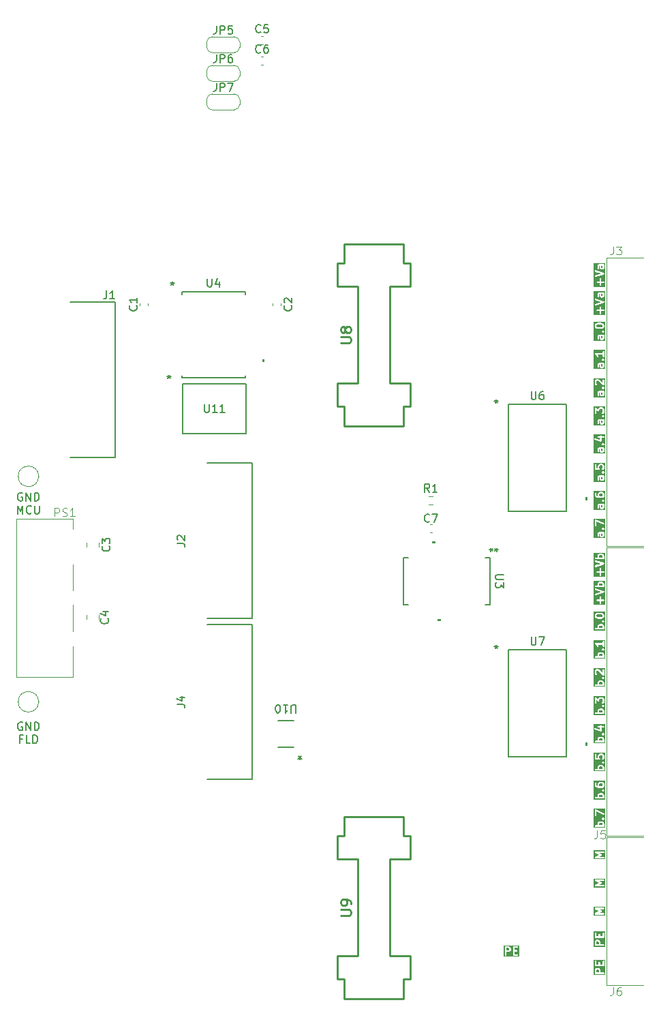
<source format=gbr>
%TF.GenerationSoftware,KiCad,Pcbnew,9.0.2*%
%TF.CreationDate,2025-06-13T14:26:49+03:00*%
%TF.ProjectId,PMCNV-DQ16src,504d434e-562d-4445-9131-367372632e6b,rev?*%
%TF.SameCoordinates,Original*%
%TF.FileFunction,Legend,Top*%
%TF.FilePolarity,Positive*%
%FSLAX46Y46*%
G04 Gerber Fmt 4.6, Leading zero omitted, Abs format (unit mm)*
G04 Created by KiCad (PCBNEW 9.0.2) date 2025-06-13 14:26:49*
%MOMM*%
%LPD*%
G01*
G04 APERTURE LIST*
%ADD10C,0.200000*%
%ADD11C,0.150000*%
%ADD12C,0.100000*%
%ADD13C,0.254000*%
%ADD14C,0.120000*%
%ADD15C,0.152400*%
%ADD16C,0.000000*%
G04 APERTURE END LIST*
D10*
G36*
X33352219Y40643060D02*
G01*
X33352219Y40452179D01*
X33330064Y40407870D01*
X33285754Y40385715D01*
X33237730Y40385715D01*
X33193421Y40407870D01*
X33171266Y40452180D01*
X33171266Y40661905D01*
X33342796Y40661905D01*
X33352219Y40643060D01*
G37*
G36*
X33663330Y38028906D02*
G01*
X32241893Y38028906D01*
X32241893Y38638557D01*
X32592235Y38638557D01*
X32592235Y38599539D01*
X32607167Y38563491D01*
X32634757Y38535901D01*
X32670805Y38520969D01*
X32690314Y38519048D01*
X32971266Y38519048D01*
X32971266Y38238096D01*
X32973187Y38218587D01*
X32988119Y38182539D01*
X33015709Y38154949D01*
X33051757Y38140017D01*
X33090775Y38140017D01*
X33126823Y38154949D01*
X33154413Y38182539D01*
X33169345Y38218587D01*
X33171266Y38238096D01*
X33171266Y38519048D01*
X33452219Y38519048D01*
X33471728Y38520969D01*
X33507776Y38535901D01*
X33535366Y38563491D01*
X33550298Y38599539D01*
X33550298Y38638557D01*
X33535366Y38674605D01*
X33507776Y38702195D01*
X33471728Y38717127D01*
X33452219Y38719048D01*
X33171266Y38719048D01*
X33171266Y39000000D01*
X33169345Y39019509D01*
X33154413Y39055557D01*
X33126823Y39083147D01*
X33090775Y39098079D01*
X33051757Y39098079D01*
X33015709Y39083147D01*
X32988119Y39055557D01*
X32973187Y39019509D01*
X32971266Y39000000D01*
X32971266Y38719048D01*
X32690314Y38719048D01*
X32670805Y38717127D01*
X32634757Y38702195D01*
X32607167Y38674605D01*
X32592235Y38638557D01*
X32241893Y38638557D01*
X32241893Y40012507D01*
X32353004Y40012507D01*
X32355770Y39973587D01*
X32373220Y39938688D01*
X32402696Y39913123D01*
X32420596Y39905132D01*
X33135991Y39666667D01*
X32420596Y39428202D01*
X32402696Y39420211D01*
X32373220Y39394646D01*
X32355770Y39359747D01*
X32353004Y39320827D01*
X32365342Y39283811D01*
X32390907Y39254335D01*
X32425806Y39236885D01*
X32464726Y39234119D01*
X32483842Y39238466D01*
X33483841Y39571799D01*
X33501742Y39579790D01*
X33507143Y39584475D01*
X33513530Y39587668D01*
X33521742Y39597137D01*
X33531218Y39605355D01*
X33534413Y39611747D01*
X33539095Y39617144D01*
X33543061Y39629042D01*
X33548667Y39640254D01*
X33549173Y39647379D01*
X33551434Y39654160D01*
X33550544Y39666667D01*
X33551434Y39679174D01*
X33549173Y39685956D01*
X33548667Y39693080D01*
X33543061Y39704293D01*
X33539095Y39716190D01*
X33534413Y39721588D01*
X33531218Y39727979D01*
X33521742Y39736198D01*
X33513530Y39745666D01*
X33507143Y39748860D01*
X33501742Y39753544D01*
X33483841Y39761535D01*
X32483842Y40094868D01*
X32464726Y40099215D01*
X32425806Y40096449D01*
X32390907Y40078999D01*
X32365342Y40049523D01*
X32353004Y40012507D01*
X32241893Y40012507D01*
X32241893Y40619048D01*
X32685552Y40619048D01*
X32685552Y40428572D01*
X32687473Y40409063D01*
X32688848Y40405743D01*
X32689103Y40402159D01*
X32696109Y40383851D01*
X32743728Y40288613D01*
X32754171Y40272023D01*
X32783648Y40246458D01*
X32820664Y40234120D01*
X32859584Y40236885D01*
X32894482Y40254334D01*
X32920047Y40283811D01*
X32932386Y40320827D01*
X32929620Y40359747D01*
X32922614Y40378056D01*
X32885552Y40452180D01*
X32885552Y40595441D01*
X32907707Y40639751D01*
X32952016Y40661905D01*
X32961843Y40661905D01*
X32971266Y40643060D01*
X32971266Y40428572D01*
X32973187Y40409063D01*
X32974562Y40405743D01*
X32974817Y40402159D01*
X32981823Y40383851D01*
X33029442Y40288613D01*
X33031495Y40285350D01*
X33032009Y40283811D01*
X33033671Y40281895D01*
X33039885Y40272023D01*
X33049355Y40263810D01*
X33057573Y40254334D01*
X33067446Y40248120D01*
X33069362Y40246458D01*
X33070900Y40245946D01*
X33074164Y40243891D01*
X33169401Y40196272D01*
X33187710Y40189266D01*
X33191293Y40189012D01*
X33194614Y40187636D01*
X33214123Y40185715D01*
X33309361Y40185715D01*
X33328870Y40187636D01*
X33332190Y40189012D01*
X33335773Y40189266D01*
X33354082Y40196272D01*
X33449321Y40243891D01*
X33452584Y40245945D01*
X33454123Y40246458D01*
X33456039Y40248121D01*
X33465911Y40254334D01*
X33474125Y40263806D01*
X33483600Y40272022D01*
X33489812Y40281893D01*
X33491476Y40283810D01*
X33491989Y40285351D01*
X33494043Y40288613D01*
X33541662Y40383850D01*
X33548668Y40402159D01*
X33548922Y40405743D01*
X33550298Y40409063D01*
X33552219Y40428572D01*
X33552219Y40666667D01*
X33550298Y40686176D01*
X33548922Y40689497D01*
X33548668Y40693080D01*
X33541662Y40711389D01*
X33539360Y40715992D01*
X33550298Y40742396D01*
X33550298Y40781414D01*
X33535366Y40817462D01*
X33507776Y40845052D01*
X33471728Y40859984D01*
X33452219Y40861905D01*
X32928409Y40861905D01*
X32908900Y40859984D01*
X32905579Y40858609D01*
X32901996Y40858354D01*
X32883687Y40851348D01*
X32788450Y40803729D01*
X32785186Y40801675D01*
X32783648Y40801162D01*
X32781732Y40799501D01*
X32771859Y40793286D01*
X32763641Y40783811D01*
X32754171Y40775597D01*
X32747957Y40765726D01*
X32746295Y40763809D01*
X32745781Y40762271D01*
X32743728Y40759007D01*
X32696109Y40663769D01*
X32689103Y40645461D01*
X32688848Y40641878D01*
X32687473Y40638557D01*
X32685552Y40619048D01*
X32241893Y40619048D01*
X32241893Y40973016D01*
X33663330Y40973016D01*
X33663330Y38028906D01*
G37*
G36*
X33297746Y8179718D02*
G01*
X33322414Y8155051D01*
X33352219Y8095441D01*
X33352219Y7952179D01*
X33342797Y7933334D01*
X32894975Y7933334D01*
X32885552Y7952180D01*
X32885552Y8095441D01*
X32915357Y8155051D01*
X32940025Y8179720D01*
X32999635Y8209524D01*
X33238135Y8209524D01*
X33297746Y8179718D01*
G37*
G36*
X33663330Y5528906D02*
G01*
X32241893Y5528906D01*
X32241893Y6138557D01*
X32592235Y6138557D01*
X32592235Y6099539D01*
X32607167Y6063491D01*
X32634757Y6035901D01*
X32670805Y6020969D01*
X32690314Y6019048D01*
X32971266Y6019048D01*
X32971266Y5738096D01*
X32973187Y5718587D01*
X32988119Y5682539D01*
X33015709Y5654949D01*
X33051757Y5640017D01*
X33090775Y5640017D01*
X33126823Y5654949D01*
X33154413Y5682539D01*
X33169345Y5718587D01*
X33171266Y5738096D01*
X33171266Y6019048D01*
X33452219Y6019048D01*
X33471728Y6020969D01*
X33507776Y6035901D01*
X33535366Y6063491D01*
X33550298Y6099539D01*
X33550298Y6138557D01*
X33535366Y6174605D01*
X33507776Y6202195D01*
X33471728Y6217127D01*
X33452219Y6219048D01*
X33171266Y6219048D01*
X33171266Y6500000D01*
X33169345Y6519509D01*
X33154413Y6555557D01*
X33126823Y6583147D01*
X33090775Y6598079D01*
X33051757Y6598079D01*
X33015709Y6583147D01*
X32988119Y6555557D01*
X32973187Y6519509D01*
X32971266Y6500000D01*
X32971266Y6219048D01*
X32690314Y6219048D01*
X32670805Y6217127D01*
X32634757Y6202195D01*
X32607167Y6174605D01*
X32592235Y6138557D01*
X32241893Y6138557D01*
X32241893Y7512507D01*
X32353004Y7512507D01*
X32355770Y7473587D01*
X32373220Y7438688D01*
X32402696Y7413123D01*
X32420596Y7405132D01*
X33135991Y7166667D01*
X32420596Y6928202D01*
X32402696Y6920211D01*
X32373220Y6894646D01*
X32355770Y6859747D01*
X32353004Y6820827D01*
X32365342Y6783811D01*
X32390907Y6754335D01*
X32425806Y6736885D01*
X32464726Y6734119D01*
X32483842Y6738466D01*
X33483841Y7071799D01*
X33501742Y7079790D01*
X33507143Y7084475D01*
X33513530Y7087668D01*
X33521742Y7097137D01*
X33531218Y7105355D01*
X33534413Y7111747D01*
X33539095Y7117144D01*
X33543061Y7129042D01*
X33548667Y7140254D01*
X33549173Y7147379D01*
X33551434Y7154160D01*
X33550544Y7166667D01*
X33551434Y7179174D01*
X33549173Y7185956D01*
X33548667Y7193080D01*
X33543061Y7204293D01*
X33539095Y7216190D01*
X33534413Y7221588D01*
X33531218Y7227979D01*
X33521742Y7236198D01*
X33513530Y7245666D01*
X33507143Y7248860D01*
X33501742Y7253544D01*
X33483841Y7261535D01*
X32483842Y7594868D01*
X32464726Y7599215D01*
X32425806Y7596449D01*
X32390907Y7578999D01*
X32365342Y7549523D01*
X32353004Y7512507D01*
X32241893Y7512507D01*
X32241893Y7852843D01*
X32354140Y7852843D01*
X32354140Y7813825D01*
X32369072Y7777777D01*
X32396662Y7750187D01*
X32432710Y7735255D01*
X32452219Y7733334D01*
X33452219Y7733334D01*
X33471728Y7735255D01*
X33507776Y7750187D01*
X33535366Y7777777D01*
X33550298Y7813825D01*
X33550298Y7852843D01*
X33539360Y7879248D01*
X33541662Y7883850D01*
X33548668Y7902159D01*
X33548922Y7905743D01*
X33550298Y7909063D01*
X33552219Y7928572D01*
X33552219Y8119048D01*
X33550298Y8138557D01*
X33548922Y8141878D01*
X33548668Y8145461D01*
X33541662Y8163770D01*
X33494043Y8259007D01*
X33488757Y8267404D01*
X33487747Y8269844D01*
X33485493Y8272590D01*
X33483600Y8275598D01*
X33481603Y8277330D01*
X33475310Y8284998D01*
X33427690Y8332616D01*
X33420020Y8338911D01*
X33418291Y8340905D01*
X33415286Y8342797D01*
X33412537Y8345053D01*
X33410093Y8346065D01*
X33401701Y8351348D01*
X33306463Y8398967D01*
X33288155Y8405973D01*
X33284571Y8406228D01*
X33281251Y8407603D01*
X33261742Y8409524D01*
X32976028Y8409524D01*
X32956519Y8407603D01*
X32953198Y8406228D01*
X32949615Y8405973D01*
X32931306Y8398967D01*
X32836069Y8351348D01*
X32827672Y8346063D01*
X32825232Y8345052D01*
X32822486Y8342799D01*
X32819478Y8340905D01*
X32817745Y8338908D01*
X32810079Y8332615D01*
X32762460Y8284997D01*
X32756165Y8277327D01*
X32754171Y8275597D01*
X32752277Y8272590D01*
X32750024Y8269843D01*
X32749013Y8267404D01*
X32743728Y8259007D01*
X32696109Y8163769D01*
X32689103Y8145461D01*
X32688848Y8141878D01*
X32687473Y8138557D01*
X32685552Y8119048D01*
X32685552Y7933334D01*
X32452219Y7933334D01*
X32432710Y7931413D01*
X32396662Y7916481D01*
X32369072Y7888891D01*
X32354140Y7852843D01*
X32241893Y7852843D01*
X32241893Y8520635D01*
X33663330Y8520635D01*
X33663330Y5528906D01*
G37*
G36*
X33352219Y14381156D02*
G01*
X33352219Y14190275D01*
X33330064Y14145966D01*
X33285754Y14123811D01*
X33237730Y14123811D01*
X33193421Y14145966D01*
X33171266Y14190276D01*
X33171266Y14400001D01*
X33342796Y14400001D01*
X33352219Y14381156D01*
G37*
G36*
X33297746Y15846385D02*
G01*
X33322414Y15821718D01*
X33352219Y15762108D01*
X33352219Y15618846D01*
X33322414Y15559237D01*
X33297746Y15534570D01*
X33238135Y15504763D01*
X33047254Y15504763D01*
X32987644Y15534568D01*
X32962976Y15559237D01*
X32933171Y15618847D01*
X32933171Y15762108D01*
X32962976Y15821718D01*
X32987644Y15846387D01*
X33047254Y15876191D01*
X33238135Y15876191D01*
X33297746Y15846385D01*
G37*
G36*
X33663330Y13812700D02*
G01*
X32241108Y13812700D01*
X32241108Y14357144D01*
X32685552Y14357144D01*
X32685552Y14166668D01*
X32687473Y14147159D01*
X32688848Y14143839D01*
X32689103Y14140255D01*
X32696109Y14121947D01*
X32743728Y14026709D01*
X32754171Y14010119D01*
X32783648Y13984554D01*
X32820664Y13972216D01*
X32859584Y13974981D01*
X32894482Y13992430D01*
X32920047Y14021907D01*
X32932386Y14058923D01*
X32929620Y14097843D01*
X32922614Y14116152D01*
X32885552Y14190276D01*
X32885552Y14333537D01*
X32907707Y14377847D01*
X32952016Y14400001D01*
X32961843Y14400001D01*
X32971266Y14381156D01*
X32971266Y14166668D01*
X32973187Y14147159D01*
X32974562Y14143839D01*
X32974817Y14140255D01*
X32981823Y14121947D01*
X33029442Y14026709D01*
X33031495Y14023446D01*
X33032009Y14021907D01*
X33033671Y14019991D01*
X33039885Y14010119D01*
X33049355Y14001906D01*
X33057573Y13992430D01*
X33067446Y13986216D01*
X33069362Y13984554D01*
X33070900Y13984042D01*
X33074164Y13981987D01*
X33169401Y13934368D01*
X33187710Y13927362D01*
X33191293Y13927108D01*
X33194614Y13925732D01*
X33214123Y13923811D01*
X33309361Y13923811D01*
X33328870Y13925732D01*
X33332190Y13927108D01*
X33335773Y13927362D01*
X33354082Y13934368D01*
X33449321Y13981987D01*
X33452584Y13984041D01*
X33454123Y13984554D01*
X33456039Y13986217D01*
X33465911Y13992430D01*
X33474125Y14001902D01*
X33483600Y14010118D01*
X33489812Y14019989D01*
X33491476Y14021906D01*
X33491989Y14023447D01*
X33494043Y14026709D01*
X33541662Y14121946D01*
X33548668Y14140255D01*
X33548922Y14143839D01*
X33550298Y14147159D01*
X33552219Y14166668D01*
X33552219Y14404763D01*
X33550298Y14424272D01*
X33548922Y14427593D01*
X33548668Y14431176D01*
X33541662Y14449485D01*
X33539360Y14454088D01*
X33550298Y14480492D01*
X33550298Y14519510D01*
X33535366Y14555558D01*
X33507776Y14583148D01*
X33471728Y14598080D01*
X33452219Y14600001D01*
X32928409Y14600001D01*
X32908900Y14598080D01*
X32905579Y14596705D01*
X32901996Y14596450D01*
X32883687Y14589444D01*
X32788450Y14541825D01*
X32785186Y14539771D01*
X32783648Y14539258D01*
X32781732Y14537597D01*
X32771859Y14531382D01*
X32763641Y14521907D01*
X32754171Y14513693D01*
X32747957Y14503822D01*
X32746295Y14501905D01*
X32745781Y14500367D01*
X32743728Y14497103D01*
X32696109Y14401865D01*
X32689103Y14383557D01*
X32688848Y14379974D01*
X32687473Y14376653D01*
X32685552Y14357144D01*
X32241108Y14357144D01*
X32241108Y14995701D01*
X33258901Y14995701D01*
X33258901Y14956683D01*
X33260385Y14953100D01*
X33273832Y14920635D01*
X33273833Y14920634D01*
X33286270Y14905481D01*
X33333890Y14857862D01*
X33349043Y14845425D01*
X33374533Y14834868D01*
X33385091Y14830494D01*
X33385092Y14830494D01*
X33424109Y14830494D01*
X33445226Y14839242D01*
X33460158Y14845426D01*
X33460162Y14845431D01*
X33475311Y14857862D01*
X33522929Y14905481D01*
X33535366Y14920634D01*
X33546735Y14948082D01*
X33550298Y14956683D01*
X33550298Y14995701D01*
X33535366Y15031749D01*
X33535366Y15031750D01*
X33522929Y15046903D01*
X33475311Y15094522D01*
X33460162Y15106954D01*
X33460158Y15106958D01*
X33445226Y15113143D01*
X33424109Y15121890D01*
X33385091Y15121890D01*
X33374533Y15117517D01*
X33349043Y15106959D01*
X33333890Y15094522D01*
X33286270Y15046903D01*
X33273833Y15031750D01*
X33273832Y15031749D01*
X33263274Y15006259D01*
X33258901Y14995701D01*
X32241108Y14995701D01*
X32241108Y15880953D01*
X32352219Y15880953D01*
X32352219Y15690477D01*
X32354140Y15670968D01*
X32355515Y15667648D01*
X32355770Y15664064D01*
X32362776Y15645756D01*
X32410395Y15550518D01*
X32415680Y15542122D01*
X32416691Y15539682D01*
X32418944Y15536936D01*
X32420838Y15533928D01*
X32422832Y15532199D01*
X32429127Y15524528D01*
X32476746Y15476910D01*
X32476798Y15476867D01*
X32476820Y15476835D01*
X32484413Y15470618D01*
X32491899Y15464473D01*
X32491933Y15464459D01*
X32491987Y15464415D01*
X32634844Y15369177D01*
X32645613Y15363435D01*
X32647600Y15361963D01*
X32649945Y15361125D01*
X32652142Y15359954D01*
X32654565Y15359475D01*
X32666060Y15355368D01*
X32856536Y15307749D01*
X32859917Y15307249D01*
X32861281Y15306684D01*
X32868631Y15305961D01*
X32875929Y15304881D01*
X32877387Y15305099D01*
X32880790Y15304763D01*
X33261742Y15304763D01*
X33281251Y15306684D01*
X33284571Y15308060D01*
X33288155Y15308314D01*
X33306463Y15315320D01*
X33401701Y15362939D01*
X33410093Y15368223D01*
X33412537Y15369234D01*
X33415286Y15371491D01*
X33418291Y15373382D01*
X33420020Y15375377D01*
X33427690Y15381671D01*
X33475310Y15429289D01*
X33481603Y15436958D01*
X33483600Y15438689D01*
X33485493Y15441698D01*
X33487747Y15444443D01*
X33488757Y15446884D01*
X33494043Y15455280D01*
X33541662Y15550517D01*
X33548668Y15568826D01*
X33548922Y15572410D01*
X33550298Y15575730D01*
X33552219Y15595239D01*
X33552219Y15785715D01*
X33550298Y15805224D01*
X33548922Y15808545D01*
X33548668Y15812128D01*
X33541662Y15830437D01*
X33494043Y15925674D01*
X33488757Y15934071D01*
X33487747Y15936511D01*
X33485493Y15939257D01*
X33483600Y15942265D01*
X33481603Y15943997D01*
X33475310Y15951665D01*
X33427690Y15999283D01*
X33420020Y16005578D01*
X33418291Y16007572D01*
X33415286Y16009464D01*
X33412537Y16011720D01*
X33410093Y16012732D01*
X33401701Y16018015D01*
X33306463Y16065634D01*
X33288155Y16072640D01*
X33284571Y16072895D01*
X33281251Y16074270D01*
X33261742Y16076191D01*
X33023647Y16076191D01*
X33004138Y16074270D01*
X33000817Y16072895D01*
X32997234Y16072640D01*
X32978925Y16065634D01*
X32883688Y16018015D01*
X32875291Y16012730D01*
X32872851Y16011719D01*
X32870105Y16009466D01*
X32867097Y16007572D01*
X32865364Y16005575D01*
X32857698Y15999282D01*
X32810079Y15951664D01*
X32803784Y15943994D01*
X32801790Y15942264D01*
X32799896Y15939257D01*
X32797643Y15936510D01*
X32796632Y15934071D01*
X32791347Y15925674D01*
X32743728Y15830436D01*
X32736722Y15812128D01*
X32736467Y15808545D01*
X32735092Y15805224D01*
X32733171Y15785715D01*
X32733171Y15595239D01*
X32735092Y15575730D01*
X32736467Y15572410D01*
X32736722Y15568826D01*
X32743728Y15550518D01*
X32748534Y15540905D01*
X32731372Y15545195D01*
X32611165Y15625333D01*
X32582024Y15654475D01*
X32552219Y15714085D01*
X32552219Y15880953D01*
X32550298Y15900462D01*
X32535366Y15936510D01*
X32507776Y15964100D01*
X32471728Y15979032D01*
X32432710Y15979032D01*
X32396662Y15964100D01*
X32369072Y15936510D01*
X32354140Y15900462D01*
X32352219Y15880953D01*
X32241108Y15880953D01*
X32241108Y16187302D01*
X33663330Y16187302D01*
X33663330Y13812700D01*
G37*
G36*
X33352219Y24881156D02*
G01*
X33352219Y24690275D01*
X33330064Y24645966D01*
X33285754Y24623811D01*
X33237730Y24623811D01*
X33193421Y24645966D01*
X33171266Y24690276D01*
X33171266Y24900001D01*
X33342796Y24900001D01*
X33352219Y24881156D01*
G37*
G36*
X33663330Y24312700D02*
G01*
X32241108Y24312700D01*
X32241108Y24857144D01*
X32685552Y24857144D01*
X32685552Y24666668D01*
X32687473Y24647159D01*
X32688848Y24643839D01*
X32689103Y24640255D01*
X32696109Y24621947D01*
X32743728Y24526709D01*
X32754171Y24510119D01*
X32783648Y24484554D01*
X32820664Y24472216D01*
X32859584Y24474981D01*
X32894482Y24492430D01*
X32920047Y24521907D01*
X32932386Y24558923D01*
X32929620Y24597843D01*
X32922614Y24616152D01*
X32885552Y24690276D01*
X32885552Y24833537D01*
X32907707Y24877847D01*
X32952016Y24900001D01*
X32961843Y24900001D01*
X32971266Y24881156D01*
X32971266Y24666668D01*
X32973187Y24647159D01*
X32974562Y24643839D01*
X32974817Y24640255D01*
X32981823Y24621947D01*
X33029442Y24526709D01*
X33031495Y24523446D01*
X33032009Y24521907D01*
X33033671Y24519991D01*
X33039885Y24510119D01*
X33049355Y24501906D01*
X33057573Y24492430D01*
X33067446Y24486216D01*
X33069362Y24484554D01*
X33070900Y24484042D01*
X33074164Y24481987D01*
X33169401Y24434368D01*
X33187710Y24427362D01*
X33191293Y24427108D01*
X33194614Y24425732D01*
X33214123Y24423811D01*
X33309361Y24423811D01*
X33328870Y24425732D01*
X33332190Y24427108D01*
X33335773Y24427362D01*
X33354082Y24434368D01*
X33449321Y24481987D01*
X33452584Y24484041D01*
X33454123Y24484554D01*
X33456039Y24486217D01*
X33465911Y24492430D01*
X33474125Y24501902D01*
X33483600Y24510118D01*
X33489812Y24519989D01*
X33491476Y24521906D01*
X33491989Y24523447D01*
X33494043Y24526709D01*
X33541662Y24621946D01*
X33548668Y24640255D01*
X33548922Y24643839D01*
X33550298Y24647159D01*
X33552219Y24666668D01*
X33552219Y24904763D01*
X33550298Y24924272D01*
X33548922Y24927593D01*
X33548668Y24931176D01*
X33541662Y24949485D01*
X33539360Y24954088D01*
X33550298Y24980492D01*
X33550298Y25019510D01*
X33535366Y25055558D01*
X33507776Y25083148D01*
X33471728Y25098080D01*
X33452219Y25100001D01*
X32928409Y25100001D01*
X32908900Y25098080D01*
X32905579Y25096705D01*
X32901996Y25096450D01*
X32883687Y25089444D01*
X32788450Y25041825D01*
X32785186Y25039771D01*
X32783648Y25039258D01*
X32781732Y25037597D01*
X32771859Y25031382D01*
X32763641Y25021907D01*
X32754171Y25013693D01*
X32747957Y25003822D01*
X32746295Y25001905D01*
X32745781Y25000367D01*
X32743728Y24997103D01*
X32696109Y24901865D01*
X32689103Y24883557D01*
X32688848Y24879974D01*
X32687473Y24876653D01*
X32685552Y24857144D01*
X32241108Y24857144D01*
X32241108Y25495701D01*
X33258901Y25495701D01*
X33258901Y25456683D01*
X33260385Y25453100D01*
X33273832Y25420635D01*
X33273833Y25420634D01*
X33286270Y25405481D01*
X33333890Y25357862D01*
X33349043Y25345425D01*
X33374533Y25334868D01*
X33385091Y25330494D01*
X33385092Y25330494D01*
X33424109Y25330494D01*
X33445226Y25339242D01*
X33460158Y25345426D01*
X33460162Y25345431D01*
X33475311Y25357862D01*
X33522929Y25405481D01*
X33535366Y25420634D01*
X33546735Y25448082D01*
X33550298Y25456683D01*
X33550298Y25495701D01*
X33535366Y25531749D01*
X33535366Y25531750D01*
X33522929Y25546903D01*
X33475311Y25594522D01*
X33460162Y25606954D01*
X33460158Y25606958D01*
X33445226Y25613143D01*
X33424109Y25621890D01*
X33385091Y25621890D01*
X33374533Y25617517D01*
X33349043Y25606959D01*
X33333890Y25594522D01*
X33286270Y25546903D01*
X33273833Y25531750D01*
X33273832Y25531749D01*
X33263274Y25506259D01*
X33258901Y25495701D01*
X32241108Y25495701D01*
X32241108Y26476191D01*
X32352219Y26476191D01*
X32352219Y25857144D01*
X32354140Y25837635D01*
X32369072Y25801587D01*
X32396662Y25773997D01*
X32432710Y25759065D01*
X32471728Y25759065D01*
X32507776Y25773997D01*
X32535366Y25801587D01*
X32550298Y25837635D01*
X32552219Y25857144D01*
X32552219Y26255815D01*
X32767321Y26067600D01*
X32775754Y26061571D01*
X32777614Y26059711D01*
X32779377Y26058981D01*
X32783268Y26056199D01*
X32798656Y26050995D01*
X32813662Y26044779D01*
X32817036Y26044779D01*
X32820229Y26043699D01*
X32836432Y26044779D01*
X32852680Y26044779D01*
X32855795Y26046070D01*
X32859161Y26046294D01*
X32873726Y26053497D01*
X32888728Y26059711D01*
X32891111Y26062095D01*
X32894136Y26063590D01*
X32904840Y26075824D01*
X32916318Y26087301D01*
X32917607Y26090415D01*
X32919830Y26092954D01*
X32925035Y26108346D01*
X32931250Y26123349D01*
X32931718Y26128109D01*
X32932330Y26129916D01*
X32932155Y26132541D01*
X32933171Y26142858D01*
X32933171Y26262108D01*
X32962976Y26321718D01*
X32987644Y26346387D01*
X33047254Y26376191D01*
X33238135Y26376191D01*
X33297746Y26346385D01*
X33322414Y26321718D01*
X33352219Y26262108D01*
X33352219Y26023608D01*
X33322414Y25963999D01*
X33286270Y25927855D01*
X33273833Y25912702D01*
X33258902Y25876654D01*
X33258901Y25837636D01*
X33273832Y25801587D01*
X33301422Y25773997D01*
X33337470Y25759066D01*
X33376488Y25759065D01*
X33412537Y25773996D01*
X33427690Y25786433D01*
X33475310Y25834051D01*
X33481603Y25841720D01*
X33483600Y25843451D01*
X33485493Y25846460D01*
X33487747Y25849205D01*
X33488757Y25851646D01*
X33494043Y25860042D01*
X33541662Y25955279D01*
X33548668Y25973588D01*
X33548922Y25977172D01*
X33550298Y25980492D01*
X33552219Y26000001D01*
X33552219Y26285715D01*
X33550298Y26305224D01*
X33548922Y26308545D01*
X33548668Y26312128D01*
X33541662Y26330437D01*
X33494043Y26425674D01*
X33488757Y26434071D01*
X33487747Y26436511D01*
X33485493Y26439257D01*
X33483600Y26442265D01*
X33481603Y26443997D01*
X33475310Y26451665D01*
X33427690Y26499283D01*
X33420020Y26505578D01*
X33418291Y26507572D01*
X33415286Y26509464D01*
X33412537Y26511720D01*
X33410093Y26512732D01*
X33401701Y26518015D01*
X33306463Y26565634D01*
X33288155Y26572640D01*
X33284571Y26572895D01*
X33281251Y26574270D01*
X33261742Y26576191D01*
X33023647Y26576191D01*
X33004138Y26574270D01*
X33000817Y26572895D01*
X32997234Y26572640D01*
X32978925Y26565634D01*
X32883688Y26518015D01*
X32875291Y26512730D01*
X32872851Y26511719D01*
X32870105Y26509466D01*
X32867097Y26507572D01*
X32865364Y26505575D01*
X32857698Y26499282D01*
X32810079Y26451664D01*
X32803784Y26443994D01*
X32801790Y26442264D01*
X32799896Y26439257D01*
X32797643Y26436510D01*
X32796632Y26434071D01*
X32791347Y26425674D01*
X32751923Y26346827D01*
X32518069Y26551449D01*
X32509635Y26557479D01*
X32507776Y26559338D01*
X32506012Y26560069D01*
X32502122Y26562850D01*
X32486733Y26568055D01*
X32471728Y26574270D01*
X32468354Y26574270D01*
X32465161Y26575350D01*
X32448958Y26574270D01*
X32432710Y26574270D01*
X32429594Y26572980D01*
X32426229Y26572755D01*
X32411668Y26565555D01*
X32396662Y26559338D01*
X32394277Y26556954D01*
X32391254Y26555458D01*
X32380556Y26543233D01*
X32369072Y26531748D01*
X32367781Y26528634D01*
X32365560Y26526094D01*
X32360355Y26510706D01*
X32354140Y26495700D01*
X32353671Y26490941D01*
X32353060Y26489133D01*
X32353234Y26486509D01*
X32352219Y26476191D01*
X32241108Y26476191D01*
X32241108Y26687302D01*
X33663330Y26687302D01*
X33663330Y24312700D01*
G37*
G36*
X33352219Y21381156D02*
G01*
X33352219Y21190275D01*
X33330064Y21145966D01*
X33285754Y21123811D01*
X33237730Y21123811D01*
X33193421Y21145966D01*
X33171266Y21190276D01*
X33171266Y21400001D01*
X33342796Y21400001D01*
X33352219Y21381156D01*
G37*
G36*
X33663330Y20812700D02*
G01*
X32194274Y20812700D01*
X32194274Y21357144D01*
X32685552Y21357144D01*
X32685552Y21166668D01*
X32687473Y21147159D01*
X32688848Y21143839D01*
X32689103Y21140255D01*
X32696109Y21121947D01*
X32743728Y21026709D01*
X32754171Y21010119D01*
X32783648Y20984554D01*
X32820664Y20972216D01*
X32859584Y20974981D01*
X32894482Y20992430D01*
X32920047Y21021907D01*
X32932386Y21058923D01*
X32929620Y21097843D01*
X32922614Y21116152D01*
X32885552Y21190276D01*
X32885552Y21333537D01*
X32907707Y21377847D01*
X32952016Y21400001D01*
X32961843Y21400001D01*
X32971266Y21381156D01*
X32971266Y21166668D01*
X32973187Y21147159D01*
X32974562Y21143839D01*
X32974817Y21140255D01*
X32981823Y21121947D01*
X33029442Y21026709D01*
X33031495Y21023446D01*
X33032009Y21021907D01*
X33033671Y21019991D01*
X33039885Y21010119D01*
X33049355Y21001906D01*
X33057573Y20992430D01*
X33067446Y20986216D01*
X33069362Y20984554D01*
X33070900Y20984042D01*
X33074164Y20981987D01*
X33169401Y20934368D01*
X33187710Y20927362D01*
X33191293Y20927108D01*
X33194614Y20925732D01*
X33214123Y20923811D01*
X33309361Y20923811D01*
X33328870Y20925732D01*
X33332190Y20927108D01*
X33335773Y20927362D01*
X33354082Y20934368D01*
X33449321Y20981987D01*
X33452584Y20984041D01*
X33454123Y20984554D01*
X33456039Y20986217D01*
X33465911Y20992430D01*
X33474125Y21001902D01*
X33483600Y21010118D01*
X33489812Y21019989D01*
X33491476Y21021906D01*
X33491989Y21023447D01*
X33494043Y21026709D01*
X33541662Y21121946D01*
X33548668Y21140255D01*
X33548922Y21143839D01*
X33550298Y21147159D01*
X33552219Y21166668D01*
X33552219Y21404763D01*
X33550298Y21424272D01*
X33548922Y21427593D01*
X33548668Y21431176D01*
X33541662Y21449485D01*
X33539360Y21454088D01*
X33550298Y21480492D01*
X33550298Y21519510D01*
X33535366Y21555558D01*
X33507776Y21583148D01*
X33471728Y21598080D01*
X33452219Y21600001D01*
X32928409Y21600001D01*
X32908900Y21598080D01*
X32905579Y21596705D01*
X32901996Y21596450D01*
X32883687Y21589444D01*
X32788450Y21541825D01*
X32785186Y21539771D01*
X32783648Y21539258D01*
X32781732Y21537597D01*
X32771859Y21531382D01*
X32763641Y21521907D01*
X32754171Y21513693D01*
X32747957Y21503822D01*
X32746295Y21501905D01*
X32745781Y21500367D01*
X32743728Y21497103D01*
X32696109Y21401865D01*
X32689103Y21383557D01*
X32688848Y21379974D01*
X32687473Y21376653D01*
X32685552Y21357144D01*
X32194274Y21357144D01*
X32194274Y21995701D01*
X33258901Y21995701D01*
X33258901Y21956683D01*
X33260385Y21953100D01*
X33273832Y21920635D01*
X33273833Y21920634D01*
X33286270Y21905481D01*
X33333890Y21857862D01*
X33349043Y21845425D01*
X33374533Y21834868D01*
X33385091Y21830494D01*
X33385092Y21830494D01*
X33424109Y21830494D01*
X33445226Y21839242D01*
X33460158Y21845426D01*
X33460162Y21845431D01*
X33475311Y21857862D01*
X33522929Y21905481D01*
X33535366Y21920634D01*
X33546735Y21948082D01*
X33550298Y21956683D01*
X33550298Y21995701D01*
X33535366Y22031749D01*
X33535366Y22031750D01*
X33522929Y22046903D01*
X33475311Y22094522D01*
X33460162Y22106954D01*
X33460158Y22106958D01*
X33445226Y22113143D01*
X33424109Y22121890D01*
X33385091Y22121890D01*
X33374533Y22117517D01*
X33349043Y22106959D01*
X33333890Y22094522D01*
X33286270Y22046903D01*
X33273833Y22031750D01*
X33273832Y22031749D01*
X33263274Y22006259D01*
X33258901Y21995701D01*
X32194274Y21995701D01*
X32194274Y22655365D01*
X32305385Y22655365D01*
X32308151Y22616445D01*
X32325601Y22581546D01*
X32355077Y22555981D01*
X32372977Y22547990D01*
X33087262Y22309895D01*
X33096934Y22307696D01*
X33099376Y22306684D01*
X33101382Y22306684D01*
X33106377Y22305548D01*
X33122361Y22306684D01*
X33138394Y22306684D01*
X33141714Y22308060D01*
X33145297Y22308314D01*
X33159627Y22315480D01*
X33174442Y22321616D01*
X33176983Y22324158D01*
X33180196Y22325764D01*
X33190693Y22337868D01*
X33202032Y22349206D01*
X33203407Y22352527D01*
X33205761Y22355240D01*
X33210828Y22370442D01*
X33216964Y22385254D01*
X33217466Y22390355D01*
X33218100Y22392256D01*
X33217912Y22394890D01*
X33218885Y22404763D01*
X33218885Y22780953D01*
X33452219Y22780953D01*
X33471728Y22782874D01*
X33507776Y22797806D01*
X33535366Y22825396D01*
X33550298Y22861444D01*
X33550298Y22900462D01*
X33535366Y22936510D01*
X33507776Y22964100D01*
X33471728Y22979032D01*
X33452219Y22980953D01*
X33218885Y22980953D01*
X33218885Y23023810D01*
X33216964Y23043319D01*
X33202032Y23079367D01*
X33174442Y23106957D01*
X33138394Y23121889D01*
X33099376Y23121889D01*
X33063328Y23106957D01*
X33035738Y23079367D01*
X33020806Y23043319D01*
X33018885Y23023810D01*
X33018885Y22980953D01*
X32785552Y22980953D01*
X32766043Y22979032D01*
X32729995Y22964100D01*
X32702405Y22936510D01*
X32687473Y22900462D01*
X32687473Y22861444D01*
X32702405Y22825396D01*
X32729995Y22797806D01*
X32766043Y22782874D01*
X32785552Y22780953D01*
X33018885Y22780953D01*
X33018885Y22543506D01*
X32436223Y22737726D01*
X32417107Y22742073D01*
X32378187Y22739307D01*
X32343288Y22721857D01*
X32317723Y22692381D01*
X32305385Y22655365D01*
X32194274Y22655365D01*
X32194274Y23233000D01*
X33663330Y23233000D01*
X33663330Y20812700D01*
G37*
G36*
X33352219Y44143060D02*
G01*
X33352219Y43952179D01*
X33330064Y43907870D01*
X33285754Y43885715D01*
X33237730Y43885715D01*
X33193421Y43907870D01*
X33171266Y43952180D01*
X33171266Y44161905D01*
X33342796Y44161905D01*
X33352219Y44143060D01*
G37*
G36*
X33663330Y41528906D02*
G01*
X32241893Y41528906D01*
X32241893Y42138557D01*
X32592235Y42138557D01*
X32592235Y42099539D01*
X32607167Y42063491D01*
X32634757Y42035901D01*
X32670805Y42020969D01*
X32690314Y42019048D01*
X32971266Y42019048D01*
X32971266Y41738096D01*
X32973187Y41718587D01*
X32988119Y41682539D01*
X33015709Y41654949D01*
X33051757Y41640017D01*
X33090775Y41640017D01*
X33126823Y41654949D01*
X33154413Y41682539D01*
X33169345Y41718587D01*
X33171266Y41738096D01*
X33171266Y42019048D01*
X33452219Y42019048D01*
X33471728Y42020969D01*
X33507776Y42035901D01*
X33535366Y42063491D01*
X33550298Y42099539D01*
X33550298Y42138557D01*
X33535366Y42174605D01*
X33507776Y42202195D01*
X33471728Y42217127D01*
X33452219Y42219048D01*
X33171266Y42219048D01*
X33171266Y42500000D01*
X33169345Y42519509D01*
X33154413Y42555557D01*
X33126823Y42583147D01*
X33090775Y42598079D01*
X33051757Y42598079D01*
X33015709Y42583147D01*
X32988119Y42555557D01*
X32973187Y42519509D01*
X32971266Y42500000D01*
X32971266Y42219048D01*
X32690314Y42219048D01*
X32670805Y42217127D01*
X32634757Y42202195D01*
X32607167Y42174605D01*
X32592235Y42138557D01*
X32241893Y42138557D01*
X32241893Y43512507D01*
X32353004Y43512507D01*
X32355770Y43473587D01*
X32373220Y43438688D01*
X32402696Y43413123D01*
X32420596Y43405132D01*
X33135991Y43166667D01*
X32420596Y42928202D01*
X32402696Y42920211D01*
X32373220Y42894646D01*
X32355770Y42859747D01*
X32353004Y42820827D01*
X32365342Y42783811D01*
X32390907Y42754335D01*
X32425806Y42736885D01*
X32464726Y42734119D01*
X32483842Y42738466D01*
X33483841Y43071799D01*
X33501742Y43079790D01*
X33507143Y43084475D01*
X33513530Y43087668D01*
X33521742Y43097137D01*
X33531218Y43105355D01*
X33534413Y43111747D01*
X33539095Y43117144D01*
X33543061Y43129042D01*
X33548667Y43140254D01*
X33549173Y43147379D01*
X33551434Y43154160D01*
X33550544Y43166667D01*
X33551434Y43179174D01*
X33549173Y43185956D01*
X33548667Y43193080D01*
X33543061Y43204293D01*
X33539095Y43216190D01*
X33534413Y43221588D01*
X33531218Y43227979D01*
X33521742Y43236198D01*
X33513530Y43245666D01*
X33507143Y43248860D01*
X33501742Y43253544D01*
X33483841Y43261535D01*
X32483842Y43594868D01*
X32464726Y43599215D01*
X32425806Y43596449D01*
X32390907Y43578999D01*
X32365342Y43549523D01*
X32353004Y43512507D01*
X32241893Y43512507D01*
X32241893Y44119048D01*
X32685552Y44119048D01*
X32685552Y43928572D01*
X32687473Y43909063D01*
X32688848Y43905743D01*
X32689103Y43902159D01*
X32696109Y43883851D01*
X32743728Y43788613D01*
X32754171Y43772023D01*
X32783648Y43746458D01*
X32820664Y43734120D01*
X32859584Y43736885D01*
X32894482Y43754334D01*
X32920047Y43783811D01*
X32932386Y43820827D01*
X32929620Y43859747D01*
X32922614Y43878056D01*
X32885552Y43952180D01*
X32885552Y44095441D01*
X32907707Y44139751D01*
X32952016Y44161905D01*
X32961843Y44161905D01*
X32971266Y44143060D01*
X32971266Y43928572D01*
X32973187Y43909063D01*
X32974562Y43905743D01*
X32974817Y43902159D01*
X32981823Y43883851D01*
X33029442Y43788613D01*
X33031495Y43785350D01*
X33032009Y43783811D01*
X33033671Y43781895D01*
X33039885Y43772023D01*
X33049355Y43763810D01*
X33057573Y43754334D01*
X33067446Y43748120D01*
X33069362Y43746458D01*
X33070900Y43745946D01*
X33074164Y43743891D01*
X33169401Y43696272D01*
X33187710Y43689266D01*
X33191293Y43689012D01*
X33194614Y43687636D01*
X33214123Y43685715D01*
X33309361Y43685715D01*
X33328870Y43687636D01*
X33332190Y43689012D01*
X33335773Y43689266D01*
X33354082Y43696272D01*
X33449321Y43743891D01*
X33452584Y43745945D01*
X33454123Y43746458D01*
X33456039Y43748121D01*
X33465911Y43754334D01*
X33474125Y43763806D01*
X33483600Y43772022D01*
X33489812Y43781893D01*
X33491476Y43783810D01*
X33491989Y43785351D01*
X33494043Y43788613D01*
X33541662Y43883850D01*
X33548668Y43902159D01*
X33548922Y43905743D01*
X33550298Y43909063D01*
X33552219Y43928572D01*
X33552219Y44166667D01*
X33550298Y44186176D01*
X33548922Y44189497D01*
X33548668Y44193080D01*
X33541662Y44211389D01*
X33539360Y44215992D01*
X33550298Y44242396D01*
X33550298Y44281414D01*
X33535366Y44317462D01*
X33507776Y44345052D01*
X33471728Y44359984D01*
X33452219Y44361905D01*
X32928409Y44361905D01*
X32908900Y44359984D01*
X32905579Y44358609D01*
X32901996Y44358354D01*
X32883687Y44351348D01*
X32788450Y44303729D01*
X32785186Y44301675D01*
X32783648Y44301162D01*
X32781732Y44299501D01*
X32771859Y44293286D01*
X32763641Y44283811D01*
X32754171Y44275597D01*
X32747957Y44265726D01*
X32746295Y44263809D01*
X32745781Y44262271D01*
X32743728Y44259007D01*
X32696109Y44163769D01*
X32689103Y44145461D01*
X32688848Y44141878D01*
X32687473Y44138557D01*
X32685552Y44119048D01*
X32241893Y44119048D01*
X32241893Y44473016D01*
X33663330Y44473016D01*
X33663330Y41528906D01*
G37*
G36*
X32821554Y-43272662D02*
G01*
X32846223Y-43297330D01*
X32876028Y-43356940D01*
X32876028Y-43614285D01*
X32552219Y-43614285D01*
X32552219Y-43356940D01*
X32582024Y-43297330D01*
X32606692Y-43272661D01*
X32666302Y-43242857D01*
X32761945Y-43242857D01*
X32821554Y-43272662D01*
G37*
G36*
X33663330Y-43925396D02*
G01*
X32241108Y-43925396D01*
X32241108Y-43333333D01*
X32352219Y-43333333D01*
X32352219Y-43714285D01*
X32354140Y-43733794D01*
X32369072Y-43769842D01*
X32396662Y-43797432D01*
X32432710Y-43812364D01*
X32452219Y-43814285D01*
X33452219Y-43814285D01*
X33471728Y-43812364D01*
X33507776Y-43797432D01*
X33535366Y-43769842D01*
X33550298Y-43733794D01*
X33550298Y-43694776D01*
X33535366Y-43658728D01*
X33507776Y-43631138D01*
X33471728Y-43616206D01*
X33452219Y-43614285D01*
X33076028Y-43614285D01*
X33076028Y-43333333D01*
X33074107Y-43313824D01*
X33072731Y-43310503D01*
X33072477Y-43306920D01*
X33065471Y-43288611D01*
X33017852Y-43193374D01*
X33012566Y-43184977D01*
X33011556Y-43182537D01*
X33009302Y-43179791D01*
X33007409Y-43176783D01*
X33005411Y-43175050D01*
X32999119Y-43167384D01*
X32951501Y-43119765D01*
X32943830Y-43113470D01*
X32942101Y-43111476D01*
X32939093Y-43109582D01*
X32936347Y-43107329D01*
X32933907Y-43106318D01*
X32925511Y-43101033D01*
X32830273Y-43053414D01*
X32811965Y-43046408D01*
X32808381Y-43046153D01*
X32805061Y-43044778D01*
X32785552Y-43042857D01*
X32642695Y-43042857D01*
X32623186Y-43044778D01*
X32619865Y-43046153D01*
X32616282Y-43046408D01*
X32597973Y-43053414D01*
X32502736Y-43101033D01*
X32494339Y-43106318D01*
X32491899Y-43107329D01*
X32489153Y-43109582D01*
X32486145Y-43111476D01*
X32484412Y-43113473D01*
X32476746Y-43119766D01*
X32429127Y-43167384D01*
X32422832Y-43175054D01*
X32420838Y-43176784D01*
X32418944Y-43179791D01*
X32416691Y-43182538D01*
X32415680Y-43184977D01*
X32410395Y-43193374D01*
X32362776Y-43288612D01*
X32355770Y-43306920D01*
X32355515Y-43310503D01*
X32354140Y-43313824D01*
X32352219Y-43333333D01*
X32241108Y-43333333D01*
X32241108Y-42238095D01*
X32352219Y-42238095D01*
X32352219Y-42714285D01*
X32354140Y-42733794D01*
X32369072Y-42769842D01*
X32396662Y-42797432D01*
X32432710Y-42812364D01*
X32452219Y-42814285D01*
X33452219Y-42814285D01*
X33471728Y-42812364D01*
X33507776Y-42797432D01*
X33535366Y-42769842D01*
X33550298Y-42733794D01*
X33552219Y-42714285D01*
X33552219Y-42238095D01*
X33550298Y-42218586D01*
X33535366Y-42182538D01*
X33507776Y-42154948D01*
X33471728Y-42140016D01*
X33432710Y-42140016D01*
X33396662Y-42154948D01*
X33369072Y-42182538D01*
X33354140Y-42218586D01*
X33352219Y-42238095D01*
X33352219Y-42614285D01*
X33028409Y-42614285D01*
X33028409Y-42380952D01*
X33026488Y-42361443D01*
X33011556Y-42325395D01*
X32983966Y-42297805D01*
X32947918Y-42282873D01*
X32908900Y-42282873D01*
X32872852Y-42297805D01*
X32845262Y-42325395D01*
X32830330Y-42361443D01*
X32828409Y-42380952D01*
X32828409Y-42614285D01*
X32552219Y-42614285D01*
X32552219Y-42238095D01*
X32550298Y-42218586D01*
X32535366Y-42182538D01*
X32507776Y-42154948D01*
X32471728Y-42140016D01*
X32432710Y-42140016D01*
X32396662Y-42154948D01*
X32369072Y-42182538D01*
X32354140Y-42218586D01*
X32352219Y-42238095D01*
X32241108Y-42238095D01*
X32241108Y-42028905D01*
X33663330Y-42028905D01*
X33663330Y-43925396D01*
G37*
G36*
X33661409Y-29544443D02*
G01*
X32242267Y-29544443D01*
X32242267Y-28681849D01*
X32353378Y-28681849D01*
X32354140Y-28683944D01*
X32354140Y-28686175D01*
X32360784Y-28702216D01*
X32366713Y-28718518D01*
X32368218Y-28720161D01*
X32369072Y-28722223D01*
X32381345Y-28734496D01*
X32393064Y-28747293D01*
X32395708Y-28748859D01*
X32396662Y-28749813D01*
X32398843Y-28750716D01*
X32409930Y-28757284D01*
X32930034Y-28999999D01*
X32409930Y-29242714D01*
X32398843Y-29249281D01*
X32396662Y-29250185D01*
X32395708Y-29251138D01*
X32393064Y-29252705D01*
X32381345Y-29265501D01*
X32369072Y-29277775D01*
X32368218Y-29279836D01*
X32366713Y-29281480D01*
X32360784Y-29297781D01*
X32354140Y-29313823D01*
X32354140Y-29316053D01*
X32353378Y-29318149D01*
X32354140Y-29335488D01*
X32354140Y-29352841D01*
X32354993Y-29354900D01*
X32355091Y-29357129D01*
X32362432Y-29372859D01*
X32369072Y-29388889D01*
X32370648Y-29390465D01*
X32371592Y-29392487D01*
X32384388Y-29404205D01*
X32396662Y-29416479D01*
X32398723Y-29417332D01*
X32400367Y-29418838D01*
X32416668Y-29424766D01*
X32432710Y-29431411D01*
X32435768Y-29431712D01*
X32437036Y-29432173D01*
X32439395Y-29432069D01*
X32452219Y-29433332D01*
X33452219Y-29433332D01*
X33471728Y-29431411D01*
X33507776Y-29416479D01*
X33535366Y-29388889D01*
X33550298Y-29352841D01*
X33550298Y-29313823D01*
X33535366Y-29277775D01*
X33507776Y-29250185D01*
X33471728Y-29235253D01*
X33452219Y-29233332D01*
X32902975Y-29233332D01*
X33208793Y-29090617D01*
X33215934Y-29086386D01*
X33218356Y-29085506D01*
X33220068Y-29083937D01*
X33225659Y-29080626D01*
X33235919Y-29069421D01*
X33247132Y-29059154D01*
X33249011Y-29055126D01*
X33252011Y-29051851D01*
X33257202Y-29037575D01*
X33263632Y-29023797D01*
X33263827Y-29019356D01*
X33265345Y-29015182D01*
X33264677Y-28999999D01*
X33265345Y-28984816D01*
X33263827Y-28980641D01*
X33263632Y-28976201D01*
X33257202Y-28962422D01*
X33252011Y-28948147D01*
X33249011Y-28944871D01*
X33247132Y-28940844D01*
X33235919Y-28930576D01*
X33225659Y-28919372D01*
X33220068Y-28916060D01*
X33218356Y-28914492D01*
X33215934Y-28913611D01*
X33208793Y-28909381D01*
X32902975Y-28766666D01*
X33452219Y-28766666D01*
X33471728Y-28764745D01*
X33507776Y-28749813D01*
X33535366Y-28722223D01*
X33550298Y-28686175D01*
X33550298Y-28647157D01*
X33535366Y-28611109D01*
X33507776Y-28583519D01*
X33471728Y-28568587D01*
X33452219Y-28566666D01*
X32452219Y-28566666D01*
X32439395Y-28567928D01*
X32437036Y-28567825D01*
X32435768Y-28568285D01*
X32432710Y-28568587D01*
X32416668Y-28575231D01*
X32400367Y-28581160D01*
X32398723Y-28582665D01*
X32396662Y-28583519D01*
X32384388Y-28595792D01*
X32371592Y-28607511D01*
X32370648Y-28609532D01*
X32369072Y-28611109D01*
X32362432Y-28627138D01*
X32355091Y-28642869D01*
X32354993Y-28645097D01*
X32354140Y-28647157D01*
X32354140Y-28664509D01*
X32353378Y-28681849D01*
X32242267Y-28681849D01*
X32242267Y-28455555D01*
X33661409Y-28455555D01*
X33661409Y-29544443D01*
G37*
G36*
X33661409Y-33044443D02*
G01*
X32242267Y-33044443D01*
X32242267Y-32181849D01*
X32353378Y-32181849D01*
X32354140Y-32183944D01*
X32354140Y-32186175D01*
X32360784Y-32202216D01*
X32366713Y-32218518D01*
X32368218Y-32220161D01*
X32369072Y-32222223D01*
X32381345Y-32234496D01*
X32393064Y-32247293D01*
X32395708Y-32248859D01*
X32396662Y-32249813D01*
X32398843Y-32250716D01*
X32409930Y-32257284D01*
X32930034Y-32499999D01*
X32409930Y-32742714D01*
X32398843Y-32749281D01*
X32396662Y-32750185D01*
X32395708Y-32751138D01*
X32393064Y-32752705D01*
X32381345Y-32765501D01*
X32369072Y-32777775D01*
X32368218Y-32779836D01*
X32366713Y-32781480D01*
X32360784Y-32797781D01*
X32354140Y-32813823D01*
X32354140Y-32816053D01*
X32353378Y-32818149D01*
X32354140Y-32835488D01*
X32354140Y-32852841D01*
X32354993Y-32854900D01*
X32355091Y-32857129D01*
X32362432Y-32872859D01*
X32369072Y-32888889D01*
X32370648Y-32890465D01*
X32371592Y-32892487D01*
X32384388Y-32904205D01*
X32396662Y-32916479D01*
X32398723Y-32917332D01*
X32400367Y-32918838D01*
X32416668Y-32924766D01*
X32432710Y-32931411D01*
X32435768Y-32931712D01*
X32437036Y-32932173D01*
X32439395Y-32932069D01*
X32452219Y-32933332D01*
X33452219Y-32933332D01*
X33471728Y-32931411D01*
X33507776Y-32916479D01*
X33535366Y-32888889D01*
X33550298Y-32852841D01*
X33550298Y-32813823D01*
X33535366Y-32777775D01*
X33507776Y-32750185D01*
X33471728Y-32735253D01*
X33452219Y-32733332D01*
X32902975Y-32733332D01*
X33208793Y-32590617D01*
X33215934Y-32586386D01*
X33218356Y-32585506D01*
X33220068Y-32583937D01*
X33225659Y-32580626D01*
X33235919Y-32569421D01*
X33247132Y-32559154D01*
X33249011Y-32555126D01*
X33252011Y-32551851D01*
X33257202Y-32537575D01*
X33263632Y-32523797D01*
X33263827Y-32519356D01*
X33265345Y-32515182D01*
X33264677Y-32499999D01*
X33265345Y-32484816D01*
X33263827Y-32480641D01*
X33263632Y-32476201D01*
X33257202Y-32462422D01*
X33252011Y-32448147D01*
X33249011Y-32444871D01*
X33247132Y-32440844D01*
X33235919Y-32430576D01*
X33225659Y-32419372D01*
X33220068Y-32416060D01*
X33218356Y-32414492D01*
X33215934Y-32413611D01*
X33208793Y-32409381D01*
X32902975Y-32266666D01*
X33452219Y-32266666D01*
X33471728Y-32264745D01*
X33507776Y-32249813D01*
X33535366Y-32222223D01*
X33550298Y-32186175D01*
X33550298Y-32147157D01*
X33535366Y-32111109D01*
X33507776Y-32083519D01*
X33471728Y-32068587D01*
X33452219Y-32066666D01*
X32452219Y-32066666D01*
X32439395Y-32067928D01*
X32437036Y-32067825D01*
X32435768Y-32068285D01*
X32432710Y-32068587D01*
X32416668Y-32075231D01*
X32400367Y-32081160D01*
X32398723Y-32082665D01*
X32396662Y-32083519D01*
X32384388Y-32095792D01*
X32371592Y-32107511D01*
X32370648Y-32109532D01*
X32369072Y-32111109D01*
X32362432Y-32127138D01*
X32355091Y-32142869D01*
X32354993Y-32145097D01*
X32354140Y-32147157D01*
X32354140Y-32164509D01*
X32353378Y-32181849D01*
X32242267Y-32181849D01*
X32242267Y-31955555D01*
X33661409Y-31955555D01*
X33661409Y-33044443D01*
G37*
G36*
X33352219Y10881156D02*
G01*
X33352219Y10690275D01*
X33330064Y10645966D01*
X33285754Y10623811D01*
X33237730Y10623811D01*
X33193421Y10645966D01*
X33171266Y10690276D01*
X33171266Y10900001D01*
X33342796Y10900001D01*
X33352219Y10881156D01*
G37*
G36*
X33663330Y10312700D02*
G01*
X32241108Y10312700D01*
X32241108Y10857144D01*
X32685552Y10857144D01*
X32685552Y10666668D01*
X32687473Y10647159D01*
X32688848Y10643839D01*
X32689103Y10640255D01*
X32696109Y10621947D01*
X32743728Y10526709D01*
X32754171Y10510119D01*
X32783648Y10484554D01*
X32820664Y10472216D01*
X32859584Y10474981D01*
X32894482Y10492430D01*
X32920047Y10521907D01*
X32932386Y10558923D01*
X32929620Y10597843D01*
X32922614Y10616152D01*
X32885552Y10690276D01*
X32885552Y10833537D01*
X32907707Y10877847D01*
X32952016Y10900001D01*
X32961843Y10900001D01*
X32971266Y10881156D01*
X32971266Y10666668D01*
X32973187Y10647159D01*
X32974562Y10643839D01*
X32974817Y10640255D01*
X32981823Y10621947D01*
X33029442Y10526709D01*
X33031495Y10523446D01*
X33032009Y10521907D01*
X33033671Y10519991D01*
X33039885Y10510119D01*
X33049355Y10501906D01*
X33057573Y10492430D01*
X33067446Y10486216D01*
X33069362Y10484554D01*
X33070900Y10484042D01*
X33074164Y10481987D01*
X33169401Y10434368D01*
X33187710Y10427362D01*
X33191293Y10427108D01*
X33194614Y10425732D01*
X33214123Y10423811D01*
X33309361Y10423811D01*
X33328870Y10425732D01*
X33332190Y10427108D01*
X33335773Y10427362D01*
X33354082Y10434368D01*
X33449321Y10481987D01*
X33452584Y10484041D01*
X33454123Y10484554D01*
X33456039Y10486217D01*
X33465911Y10492430D01*
X33474125Y10501902D01*
X33483600Y10510118D01*
X33489812Y10519989D01*
X33491476Y10521906D01*
X33491989Y10523447D01*
X33494043Y10526709D01*
X33541662Y10621946D01*
X33548668Y10640255D01*
X33548922Y10643839D01*
X33550298Y10647159D01*
X33552219Y10666668D01*
X33552219Y10904763D01*
X33550298Y10924272D01*
X33548922Y10927593D01*
X33548668Y10931176D01*
X33541662Y10949485D01*
X33539360Y10954088D01*
X33550298Y10980492D01*
X33550298Y11019510D01*
X33535366Y11055558D01*
X33507776Y11083148D01*
X33471728Y11098080D01*
X33452219Y11100001D01*
X32928409Y11100001D01*
X32908900Y11098080D01*
X32905579Y11096705D01*
X32901996Y11096450D01*
X32883687Y11089444D01*
X32788450Y11041825D01*
X32785186Y11039771D01*
X32783648Y11039258D01*
X32781732Y11037597D01*
X32771859Y11031382D01*
X32763641Y11021907D01*
X32754171Y11013693D01*
X32747957Y11003822D01*
X32746295Y11001905D01*
X32745781Y11000367D01*
X32743728Y10997103D01*
X32696109Y10901865D01*
X32689103Y10883557D01*
X32688848Y10879974D01*
X32687473Y10876653D01*
X32685552Y10857144D01*
X32241108Y10857144D01*
X32241108Y11495701D01*
X33258901Y11495701D01*
X33258901Y11456683D01*
X33260385Y11453100D01*
X33273832Y11420635D01*
X33273833Y11420634D01*
X33286270Y11405481D01*
X33333890Y11357862D01*
X33349043Y11345425D01*
X33374533Y11334868D01*
X33385091Y11330494D01*
X33385092Y11330494D01*
X33424109Y11330494D01*
X33445226Y11339242D01*
X33460158Y11345426D01*
X33460162Y11345431D01*
X33475311Y11357862D01*
X33522929Y11405481D01*
X33535366Y11420634D01*
X33546735Y11448082D01*
X33550298Y11456683D01*
X33550298Y11495701D01*
X33535366Y11531749D01*
X33535366Y11531750D01*
X33522929Y11546903D01*
X33475311Y11594522D01*
X33460162Y11606954D01*
X33460158Y11606958D01*
X33445226Y11613143D01*
X33424109Y11621890D01*
X33385091Y11621890D01*
X33374533Y11617517D01*
X33349043Y11606959D01*
X33333890Y11594522D01*
X33286270Y11546903D01*
X33273833Y11531750D01*
X33273832Y11531749D01*
X33263274Y11506259D01*
X33258901Y11495701D01*
X32241108Y11495701D01*
X32241108Y12523810D01*
X32352219Y12523810D01*
X32352219Y11857144D01*
X32354140Y11837635D01*
X32369072Y11801587D01*
X32396662Y11773997D01*
X32432710Y11759065D01*
X32471728Y11759065D01*
X32507776Y11773997D01*
X32535366Y11801587D01*
X32550298Y11837635D01*
X32552219Y11857144D01*
X32552219Y12372156D01*
X33412827Y12003325D01*
X33431515Y11997405D01*
X33470530Y11996930D01*
X33506758Y12011421D01*
X33534682Y12038672D01*
X33550052Y12074536D01*
X33550528Y12113551D01*
X33536037Y12149778D01*
X33508785Y12177703D01*
X33491611Y12187154D01*
X32491611Y12615725D01*
X32472923Y12621644D01*
X32472301Y12621652D01*
X32471728Y12621889D01*
X32452799Y12621889D01*
X32433907Y12622119D01*
X32433332Y12621889D01*
X32432710Y12621889D01*
X32415212Y12614642D01*
X32397680Y12607628D01*
X32397236Y12607195D01*
X32396662Y12606957D01*
X32383303Y12593599D01*
X32369755Y12580377D01*
X32369509Y12579805D01*
X32369072Y12579367D01*
X32361851Y12561936D01*
X32354385Y12544514D01*
X32354377Y12543893D01*
X32354140Y12543319D01*
X32352219Y12523810D01*
X32241108Y12523810D01*
X32241108Y12733230D01*
X33663330Y12733230D01*
X33663330Y10312700D01*
G37*
G36*
X33297746Y-25082186D02*
G01*
X33322414Y-25106853D01*
X33352219Y-25166463D01*
X33352219Y-25309725D01*
X33342797Y-25328570D01*
X32894975Y-25328570D01*
X32885552Y-25309724D01*
X32885552Y-25166463D01*
X32915357Y-25106853D01*
X32940025Y-25082184D01*
X32999635Y-25052380D01*
X33238135Y-25052380D01*
X33297746Y-25082186D01*
G37*
G36*
X33663330Y-25639681D02*
G01*
X32241108Y-25639681D01*
X32241108Y-25409061D01*
X32354140Y-25409061D01*
X32354140Y-25448079D01*
X32369072Y-25484127D01*
X32396662Y-25511717D01*
X32432710Y-25526649D01*
X32452219Y-25528570D01*
X33452219Y-25528570D01*
X33471728Y-25526649D01*
X33507776Y-25511717D01*
X33535366Y-25484127D01*
X33550298Y-25448079D01*
X33550298Y-25409061D01*
X33539360Y-25382656D01*
X33541662Y-25378054D01*
X33548668Y-25359745D01*
X33548922Y-25356161D01*
X33550298Y-25352841D01*
X33552219Y-25333332D01*
X33552219Y-25142856D01*
X33550298Y-25123347D01*
X33548922Y-25120026D01*
X33548668Y-25116443D01*
X33541662Y-25098134D01*
X33494043Y-25002897D01*
X33488757Y-24994500D01*
X33487747Y-24992060D01*
X33485493Y-24989314D01*
X33483600Y-24986306D01*
X33481603Y-24984574D01*
X33475310Y-24976906D01*
X33427690Y-24929288D01*
X33420020Y-24922993D01*
X33418291Y-24920999D01*
X33415286Y-24919107D01*
X33412537Y-24916851D01*
X33410093Y-24915839D01*
X33401701Y-24910556D01*
X33306463Y-24862937D01*
X33288155Y-24855931D01*
X33284571Y-24855676D01*
X33281251Y-24854301D01*
X33261742Y-24852380D01*
X32976028Y-24852380D01*
X32956519Y-24854301D01*
X32953198Y-24855676D01*
X32949615Y-24855931D01*
X32931306Y-24862937D01*
X32836069Y-24910556D01*
X32827672Y-24915841D01*
X32825232Y-24916852D01*
X32822486Y-24919105D01*
X32819478Y-24920999D01*
X32817745Y-24922996D01*
X32810079Y-24929289D01*
X32762460Y-24976907D01*
X32756165Y-24984577D01*
X32754171Y-24986307D01*
X32752277Y-24989314D01*
X32750024Y-24992061D01*
X32749013Y-24994500D01*
X32743728Y-25002897D01*
X32696109Y-25098135D01*
X32689103Y-25116443D01*
X32688848Y-25120026D01*
X32687473Y-25123347D01*
X32685552Y-25142856D01*
X32685552Y-25328570D01*
X32452219Y-25328570D01*
X32432710Y-25330491D01*
X32396662Y-25345423D01*
X32369072Y-25373013D01*
X32354140Y-25409061D01*
X32241108Y-25409061D01*
X32241108Y-24504299D01*
X33258901Y-24504299D01*
X33258901Y-24543317D01*
X33260385Y-24546900D01*
X33273832Y-24579365D01*
X33273833Y-24579366D01*
X33286270Y-24594519D01*
X33333890Y-24642138D01*
X33349043Y-24654575D01*
X33374533Y-24665132D01*
X33385091Y-24669506D01*
X33385092Y-24669506D01*
X33424109Y-24669506D01*
X33445226Y-24660758D01*
X33460158Y-24654574D01*
X33460162Y-24654569D01*
X33475311Y-24642138D01*
X33522929Y-24594519D01*
X33535366Y-24579366D01*
X33546735Y-24551918D01*
X33550298Y-24543317D01*
X33550298Y-24504299D01*
X33535366Y-24468251D01*
X33535366Y-24468250D01*
X33522929Y-24453097D01*
X33475311Y-24405478D01*
X33460162Y-24393046D01*
X33460158Y-24393042D01*
X33445226Y-24386857D01*
X33424109Y-24378110D01*
X33385091Y-24378110D01*
X33374533Y-24382483D01*
X33349043Y-24393041D01*
X33333890Y-24405478D01*
X33286270Y-24453097D01*
X33273833Y-24468250D01*
X33273832Y-24468251D01*
X33263274Y-24493741D01*
X33258901Y-24504299D01*
X32241108Y-24504299D01*
X32241108Y-23476190D01*
X32352219Y-23476190D01*
X32352219Y-24142856D01*
X32354140Y-24162365D01*
X32369072Y-24198413D01*
X32396662Y-24226003D01*
X32432710Y-24240935D01*
X32471728Y-24240935D01*
X32507776Y-24226003D01*
X32535366Y-24198413D01*
X32550298Y-24162365D01*
X32552219Y-24142856D01*
X32552219Y-23627844D01*
X33412827Y-23996675D01*
X33431515Y-24002595D01*
X33470530Y-24003070D01*
X33506758Y-23988579D01*
X33534682Y-23961328D01*
X33550052Y-23925464D01*
X33550528Y-23886449D01*
X33536037Y-23850222D01*
X33508785Y-23822297D01*
X33491611Y-23812846D01*
X32491611Y-23384275D01*
X32472923Y-23378356D01*
X32472301Y-23378348D01*
X32471728Y-23378111D01*
X32452799Y-23378111D01*
X32433907Y-23377881D01*
X32433332Y-23378111D01*
X32432710Y-23378111D01*
X32415212Y-23385358D01*
X32397680Y-23392372D01*
X32397236Y-23392805D01*
X32396662Y-23393043D01*
X32383303Y-23406401D01*
X32369755Y-23419623D01*
X32369509Y-23420195D01*
X32369072Y-23420633D01*
X32361851Y-23438064D01*
X32354385Y-23455486D01*
X32354377Y-23456107D01*
X32354140Y-23456681D01*
X32352219Y-23476190D01*
X32241108Y-23476190D01*
X32241108Y-23266770D01*
X33663330Y-23266770D01*
X33663330Y-25639681D01*
G37*
G36*
X33297746Y-11082186D02*
G01*
X33322414Y-11106853D01*
X33352219Y-11166463D01*
X33352219Y-11309725D01*
X33342797Y-11328570D01*
X32894975Y-11328570D01*
X32885552Y-11309724D01*
X32885552Y-11166463D01*
X32915357Y-11106853D01*
X32940025Y-11082184D01*
X32999635Y-11052380D01*
X33238135Y-11052380D01*
X33297746Y-11082186D01*
G37*
G36*
X33663330Y-11639681D02*
G01*
X32241108Y-11639681D01*
X32241108Y-11409061D01*
X32354140Y-11409061D01*
X32354140Y-11448079D01*
X32369072Y-11484127D01*
X32396662Y-11511717D01*
X32432710Y-11526649D01*
X32452219Y-11528570D01*
X33452219Y-11528570D01*
X33471728Y-11526649D01*
X33507776Y-11511717D01*
X33535366Y-11484127D01*
X33550298Y-11448079D01*
X33550298Y-11409061D01*
X33539360Y-11382656D01*
X33541662Y-11378054D01*
X33548668Y-11359745D01*
X33548922Y-11356161D01*
X33550298Y-11352841D01*
X33552219Y-11333332D01*
X33552219Y-11142856D01*
X33550298Y-11123347D01*
X33548922Y-11120026D01*
X33548668Y-11116443D01*
X33541662Y-11098134D01*
X33494043Y-11002897D01*
X33488757Y-10994500D01*
X33487747Y-10992060D01*
X33485493Y-10989314D01*
X33483600Y-10986306D01*
X33481603Y-10984574D01*
X33475310Y-10976906D01*
X33427690Y-10929288D01*
X33420020Y-10922993D01*
X33418291Y-10920999D01*
X33415286Y-10919107D01*
X33412537Y-10916851D01*
X33410093Y-10915839D01*
X33401701Y-10910556D01*
X33306463Y-10862937D01*
X33288155Y-10855931D01*
X33284571Y-10855676D01*
X33281251Y-10854301D01*
X33261742Y-10852380D01*
X32976028Y-10852380D01*
X32956519Y-10854301D01*
X32953198Y-10855676D01*
X32949615Y-10855931D01*
X32931306Y-10862937D01*
X32836069Y-10910556D01*
X32827672Y-10915841D01*
X32825232Y-10916852D01*
X32822486Y-10919105D01*
X32819478Y-10920999D01*
X32817745Y-10922996D01*
X32810079Y-10929289D01*
X32762460Y-10976907D01*
X32756165Y-10984577D01*
X32754171Y-10986307D01*
X32752277Y-10989314D01*
X32750024Y-10992061D01*
X32749013Y-10994500D01*
X32743728Y-11002897D01*
X32696109Y-11098135D01*
X32689103Y-11116443D01*
X32688848Y-11120026D01*
X32687473Y-11123347D01*
X32685552Y-11142856D01*
X32685552Y-11328570D01*
X32452219Y-11328570D01*
X32432710Y-11330491D01*
X32396662Y-11345423D01*
X32369072Y-11373013D01*
X32354140Y-11409061D01*
X32241108Y-11409061D01*
X32241108Y-10504299D01*
X33258901Y-10504299D01*
X33258901Y-10543317D01*
X33260385Y-10546900D01*
X33273832Y-10579365D01*
X33273833Y-10579366D01*
X33286270Y-10594519D01*
X33333890Y-10642138D01*
X33349043Y-10654575D01*
X33374533Y-10665132D01*
X33385091Y-10669506D01*
X33385092Y-10669506D01*
X33424109Y-10669506D01*
X33445226Y-10660758D01*
X33460158Y-10654574D01*
X33460162Y-10654569D01*
X33475311Y-10642138D01*
X33522929Y-10594519D01*
X33535366Y-10579366D01*
X33546735Y-10551918D01*
X33550298Y-10543317D01*
X33550298Y-10504299D01*
X33535366Y-10468251D01*
X33535366Y-10468250D01*
X33522929Y-10453097D01*
X33475311Y-10405478D01*
X33460162Y-10393046D01*
X33460158Y-10393042D01*
X33445226Y-10386857D01*
X33424109Y-10378110D01*
X33385091Y-10378110D01*
X33374533Y-10382483D01*
X33349043Y-10393041D01*
X33333890Y-10405478D01*
X33286270Y-10453097D01*
X33273833Y-10468250D01*
X33273832Y-10468251D01*
X33263274Y-10493741D01*
X33258901Y-10504299D01*
X32241108Y-10504299D01*
X32241108Y-9523809D01*
X32352219Y-9523809D01*
X32352219Y-10142856D01*
X32354140Y-10162365D01*
X32369072Y-10198413D01*
X32396662Y-10226003D01*
X32432710Y-10240935D01*
X32471728Y-10240935D01*
X32507776Y-10226003D01*
X32535366Y-10198413D01*
X32550298Y-10162365D01*
X32552219Y-10142856D01*
X32552219Y-9744185D01*
X32767321Y-9932400D01*
X32775754Y-9938429D01*
X32777614Y-9940289D01*
X32779377Y-9941019D01*
X32783268Y-9943801D01*
X32798656Y-9949005D01*
X32813662Y-9955221D01*
X32817036Y-9955221D01*
X32820229Y-9956301D01*
X32836432Y-9955221D01*
X32852680Y-9955221D01*
X32855795Y-9953930D01*
X32859161Y-9953706D01*
X32873726Y-9946503D01*
X32888728Y-9940289D01*
X32891111Y-9937905D01*
X32894136Y-9936410D01*
X32904840Y-9924176D01*
X32916318Y-9912699D01*
X32917607Y-9909585D01*
X32919830Y-9907046D01*
X32925035Y-9891654D01*
X32931250Y-9876651D01*
X32931718Y-9871891D01*
X32932330Y-9870084D01*
X32932155Y-9867459D01*
X32933171Y-9857142D01*
X32933171Y-9737892D01*
X32962976Y-9678282D01*
X32987644Y-9653613D01*
X33047254Y-9623809D01*
X33238135Y-9623809D01*
X33297746Y-9653615D01*
X33322414Y-9678282D01*
X33352219Y-9737892D01*
X33352219Y-9976392D01*
X33322414Y-10036001D01*
X33286270Y-10072145D01*
X33273833Y-10087298D01*
X33258902Y-10123346D01*
X33258901Y-10162364D01*
X33273832Y-10198413D01*
X33301422Y-10226003D01*
X33337470Y-10240934D01*
X33376488Y-10240935D01*
X33412537Y-10226004D01*
X33427690Y-10213567D01*
X33475310Y-10165949D01*
X33481603Y-10158280D01*
X33483600Y-10156549D01*
X33485493Y-10153540D01*
X33487747Y-10150795D01*
X33488757Y-10148354D01*
X33494043Y-10139958D01*
X33541662Y-10044721D01*
X33548668Y-10026412D01*
X33548922Y-10022828D01*
X33550298Y-10019508D01*
X33552219Y-9999999D01*
X33552219Y-9714285D01*
X33550298Y-9694776D01*
X33548922Y-9691455D01*
X33548668Y-9687872D01*
X33541662Y-9669563D01*
X33494043Y-9574326D01*
X33488757Y-9565929D01*
X33487747Y-9563489D01*
X33485493Y-9560743D01*
X33483600Y-9557735D01*
X33481603Y-9556003D01*
X33475310Y-9548335D01*
X33427690Y-9500717D01*
X33420020Y-9494422D01*
X33418291Y-9492428D01*
X33415286Y-9490536D01*
X33412537Y-9488280D01*
X33410093Y-9487268D01*
X33401701Y-9481985D01*
X33306463Y-9434366D01*
X33288155Y-9427360D01*
X33284571Y-9427105D01*
X33281251Y-9425730D01*
X33261742Y-9423809D01*
X33023647Y-9423809D01*
X33004138Y-9425730D01*
X33000817Y-9427105D01*
X32997234Y-9427360D01*
X32978925Y-9434366D01*
X32883688Y-9481985D01*
X32875291Y-9487270D01*
X32872851Y-9488281D01*
X32870105Y-9490534D01*
X32867097Y-9492428D01*
X32865364Y-9494425D01*
X32857698Y-9500718D01*
X32810079Y-9548336D01*
X32803784Y-9556006D01*
X32801790Y-9557736D01*
X32799896Y-9560743D01*
X32797643Y-9563490D01*
X32796632Y-9565929D01*
X32791347Y-9574326D01*
X32751923Y-9653173D01*
X32518069Y-9448551D01*
X32509635Y-9442521D01*
X32507776Y-9440662D01*
X32506012Y-9439931D01*
X32502122Y-9437150D01*
X32486733Y-9431945D01*
X32471728Y-9425730D01*
X32468354Y-9425730D01*
X32465161Y-9424650D01*
X32448958Y-9425730D01*
X32432710Y-9425730D01*
X32429594Y-9427020D01*
X32426229Y-9427245D01*
X32411668Y-9434445D01*
X32396662Y-9440662D01*
X32394277Y-9443046D01*
X32391254Y-9444542D01*
X32380556Y-9456767D01*
X32369072Y-9468252D01*
X32367781Y-9471366D01*
X32365560Y-9473906D01*
X32360355Y-9489294D01*
X32354140Y-9504300D01*
X32353671Y-9509059D01*
X32353060Y-9510867D01*
X32353234Y-9513491D01*
X32352219Y-9523809D01*
X32241108Y-9523809D01*
X32241108Y-9312698D01*
X33663330Y-9312698D01*
X33663330Y-11639681D01*
G37*
G36*
X32821554Y-39772662D02*
G01*
X32846223Y-39797330D01*
X32876028Y-39856940D01*
X32876028Y-40114285D01*
X32552219Y-40114285D01*
X32552219Y-39856940D01*
X32582024Y-39797330D01*
X32606692Y-39772661D01*
X32666302Y-39742857D01*
X32761945Y-39742857D01*
X32821554Y-39772662D01*
G37*
G36*
X33663330Y-40425396D02*
G01*
X32241108Y-40425396D01*
X32241108Y-39833333D01*
X32352219Y-39833333D01*
X32352219Y-40214285D01*
X32354140Y-40233794D01*
X32369072Y-40269842D01*
X32396662Y-40297432D01*
X32432710Y-40312364D01*
X32452219Y-40314285D01*
X33452219Y-40314285D01*
X33471728Y-40312364D01*
X33507776Y-40297432D01*
X33535366Y-40269842D01*
X33550298Y-40233794D01*
X33550298Y-40194776D01*
X33535366Y-40158728D01*
X33507776Y-40131138D01*
X33471728Y-40116206D01*
X33452219Y-40114285D01*
X33076028Y-40114285D01*
X33076028Y-39833333D01*
X33074107Y-39813824D01*
X33072731Y-39810503D01*
X33072477Y-39806920D01*
X33065471Y-39788611D01*
X33017852Y-39693374D01*
X33012566Y-39684977D01*
X33011556Y-39682537D01*
X33009302Y-39679791D01*
X33007409Y-39676783D01*
X33005411Y-39675050D01*
X32999119Y-39667384D01*
X32951501Y-39619765D01*
X32943830Y-39613470D01*
X32942101Y-39611476D01*
X32939093Y-39609582D01*
X32936347Y-39607329D01*
X32933907Y-39606318D01*
X32925511Y-39601033D01*
X32830273Y-39553414D01*
X32811965Y-39546408D01*
X32808381Y-39546153D01*
X32805061Y-39544778D01*
X32785552Y-39542857D01*
X32642695Y-39542857D01*
X32623186Y-39544778D01*
X32619865Y-39546153D01*
X32616282Y-39546408D01*
X32597973Y-39553414D01*
X32502736Y-39601033D01*
X32494339Y-39606318D01*
X32491899Y-39607329D01*
X32489153Y-39609582D01*
X32486145Y-39611476D01*
X32484412Y-39613473D01*
X32476746Y-39619766D01*
X32429127Y-39667384D01*
X32422832Y-39675054D01*
X32420838Y-39676784D01*
X32418944Y-39679791D01*
X32416691Y-39682538D01*
X32415680Y-39684977D01*
X32410395Y-39693374D01*
X32362776Y-39788612D01*
X32355770Y-39806920D01*
X32355515Y-39810503D01*
X32354140Y-39813824D01*
X32352219Y-39833333D01*
X32241108Y-39833333D01*
X32241108Y-38738095D01*
X32352219Y-38738095D01*
X32352219Y-39214285D01*
X32354140Y-39233794D01*
X32369072Y-39269842D01*
X32396662Y-39297432D01*
X32432710Y-39312364D01*
X32452219Y-39314285D01*
X33452219Y-39314285D01*
X33471728Y-39312364D01*
X33507776Y-39297432D01*
X33535366Y-39269842D01*
X33550298Y-39233794D01*
X33552219Y-39214285D01*
X33552219Y-38738095D01*
X33550298Y-38718586D01*
X33535366Y-38682538D01*
X33507776Y-38654948D01*
X33471728Y-38640016D01*
X33432710Y-38640016D01*
X33396662Y-38654948D01*
X33369072Y-38682538D01*
X33354140Y-38718586D01*
X33352219Y-38738095D01*
X33352219Y-39114285D01*
X33028409Y-39114285D01*
X33028409Y-38880952D01*
X33026488Y-38861443D01*
X33011556Y-38825395D01*
X32983966Y-38797805D01*
X32947918Y-38782873D01*
X32908900Y-38782873D01*
X32872852Y-38797805D01*
X32845262Y-38825395D01*
X32830330Y-38861443D01*
X32828409Y-38880952D01*
X32828409Y-39114285D01*
X32552219Y-39114285D01*
X32552219Y-38738095D01*
X32550298Y-38718586D01*
X32535366Y-38682538D01*
X32507776Y-38654948D01*
X32471728Y-38640016D01*
X32432710Y-38640016D01*
X32396662Y-38654948D01*
X32369072Y-38682538D01*
X32354140Y-38718586D01*
X32352219Y-38738095D01*
X32241108Y-38738095D01*
X32241108Y-38528905D01*
X33663330Y-38528905D01*
X33663330Y-40425396D01*
G37*
G36*
X33297746Y-14582186D02*
G01*
X33322414Y-14606853D01*
X33352219Y-14666463D01*
X33352219Y-14809725D01*
X33342797Y-14828570D01*
X32894975Y-14828570D01*
X32885552Y-14809724D01*
X32885552Y-14666463D01*
X32915357Y-14606853D01*
X32940025Y-14582184D01*
X32999635Y-14552380D01*
X33238135Y-14552380D01*
X33297746Y-14582186D01*
G37*
G36*
X33663330Y-15139681D02*
G01*
X32194274Y-15139681D01*
X32194274Y-14909061D01*
X32354140Y-14909061D01*
X32354140Y-14948079D01*
X32369072Y-14984127D01*
X32396662Y-15011717D01*
X32432710Y-15026649D01*
X32452219Y-15028570D01*
X33452219Y-15028570D01*
X33471728Y-15026649D01*
X33507776Y-15011717D01*
X33535366Y-14984127D01*
X33550298Y-14948079D01*
X33550298Y-14909061D01*
X33539360Y-14882656D01*
X33541662Y-14878054D01*
X33548668Y-14859745D01*
X33548922Y-14856161D01*
X33550298Y-14852841D01*
X33552219Y-14833332D01*
X33552219Y-14642856D01*
X33550298Y-14623347D01*
X33548922Y-14620026D01*
X33548668Y-14616443D01*
X33541662Y-14598134D01*
X33494043Y-14502897D01*
X33488757Y-14494500D01*
X33487747Y-14492060D01*
X33485493Y-14489314D01*
X33483600Y-14486306D01*
X33481603Y-14484574D01*
X33475310Y-14476906D01*
X33427690Y-14429288D01*
X33420020Y-14422993D01*
X33418291Y-14420999D01*
X33415286Y-14419107D01*
X33412537Y-14416851D01*
X33410093Y-14415839D01*
X33401701Y-14410556D01*
X33306463Y-14362937D01*
X33288155Y-14355931D01*
X33284571Y-14355676D01*
X33281251Y-14354301D01*
X33261742Y-14352380D01*
X32976028Y-14352380D01*
X32956519Y-14354301D01*
X32953198Y-14355676D01*
X32949615Y-14355931D01*
X32931306Y-14362937D01*
X32836069Y-14410556D01*
X32827672Y-14415841D01*
X32825232Y-14416852D01*
X32822486Y-14419105D01*
X32819478Y-14420999D01*
X32817745Y-14422996D01*
X32810079Y-14429289D01*
X32762460Y-14476907D01*
X32756165Y-14484577D01*
X32754171Y-14486307D01*
X32752277Y-14489314D01*
X32750024Y-14492061D01*
X32749013Y-14494500D01*
X32743728Y-14502897D01*
X32696109Y-14598135D01*
X32689103Y-14616443D01*
X32688848Y-14620026D01*
X32687473Y-14623347D01*
X32685552Y-14642856D01*
X32685552Y-14828570D01*
X32452219Y-14828570D01*
X32432710Y-14830491D01*
X32396662Y-14845423D01*
X32369072Y-14873013D01*
X32354140Y-14909061D01*
X32194274Y-14909061D01*
X32194274Y-14004299D01*
X33258901Y-14004299D01*
X33258901Y-14043317D01*
X33260385Y-14046900D01*
X33273832Y-14079365D01*
X33273833Y-14079366D01*
X33286270Y-14094519D01*
X33333890Y-14142138D01*
X33349043Y-14154575D01*
X33374533Y-14165132D01*
X33385091Y-14169506D01*
X33385092Y-14169506D01*
X33424109Y-14169506D01*
X33445226Y-14160758D01*
X33460158Y-14154574D01*
X33460162Y-14154569D01*
X33475311Y-14142138D01*
X33522929Y-14094519D01*
X33535366Y-14079366D01*
X33546735Y-14051918D01*
X33550298Y-14043317D01*
X33550298Y-14004299D01*
X33535366Y-13968251D01*
X33535366Y-13968250D01*
X33522929Y-13953097D01*
X33475311Y-13905478D01*
X33460162Y-13893046D01*
X33460158Y-13893042D01*
X33445226Y-13886857D01*
X33424109Y-13878110D01*
X33385091Y-13878110D01*
X33374533Y-13882483D01*
X33349043Y-13893041D01*
X33333890Y-13905478D01*
X33286270Y-13953097D01*
X33273833Y-13968250D01*
X33273832Y-13968251D01*
X33263274Y-13993741D01*
X33258901Y-14004299D01*
X32194274Y-14004299D01*
X32194274Y-13344635D01*
X32305385Y-13344635D01*
X32308151Y-13383555D01*
X32325601Y-13418454D01*
X32355077Y-13444019D01*
X32372977Y-13452010D01*
X33087262Y-13690105D01*
X33096934Y-13692304D01*
X33099376Y-13693316D01*
X33101382Y-13693316D01*
X33106377Y-13694452D01*
X33122361Y-13693316D01*
X33138394Y-13693316D01*
X33141714Y-13691940D01*
X33145297Y-13691686D01*
X33159627Y-13684520D01*
X33174442Y-13678384D01*
X33176983Y-13675842D01*
X33180196Y-13674236D01*
X33190693Y-13662132D01*
X33202032Y-13650794D01*
X33203407Y-13647473D01*
X33205761Y-13644760D01*
X33210828Y-13629558D01*
X33216964Y-13614746D01*
X33217466Y-13609645D01*
X33218100Y-13607744D01*
X33217912Y-13605110D01*
X33218885Y-13595237D01*
X33218885Y-13219047D01*
X33452219Y-13219047D01*
X33471728Y-13217126D01*
X33507776Y-13202194D01*
X33535366Y-13174604D01*
X33550298Y-13138556D01*
X33550298Y-13099538D01*
X33535366Y-13063490D01*
X33507776Y-13035900D01*
X33471728Y-13020968D01*
X33452219Y-13019047D01*
X33218885Y-13019047D01*
X33218885Y-12976190D01*
X33216964Y-12956681D01*
X33202032Y-12920633D01*
X33174442Y-12893043D01*
X33138394Y-12878111D01*
X33099376Y-12878111D01*
X33063328Y-12893043D01*
X33035738Y-12920633D01*
X33020806Y-12956681D01*
X33018885Y-12976190D01*
X33018885Y-13019047D01*
X32785552Y-13019047D01*
X32766043Y-13020968D01*
X32729995Y-13035900D01*
X32702405Y-13063490D01*
X32687473Y-13099538D01*
X32687473Y-13138556D01*
X32702405Y-13174604D01*
X32729995Y-13202194D01*
X32766043Y-13217126D01*
X32785552Y-13219047D01*
X33018885Y-13219047D01*
X33018885Y-13456494D01*
X32436223Y-13262274D01*
X32417107Y-13257927D01*
X32378187Y-13260693D01*
X32343288Y-13278143D01*
X32317723Y-13307619D01*
X32305385Y-13344635D01*
X32194274Y-13344635D01*
X32194274Y-12767000D01*
X33663330Y-12767000D01*
X33663330Y-15139681D01*
G37*
G36*
X33352219Y35381156D02*
G01*
X33352219Y35190275D01*
X33330064Y35145966D01*
X33285754Y35123811D01*
X33237730Y35123811D01*
X33193421Y35145966D01*
X33171266Y35190276D01*
X33171266Y35400001D01*
X33342796Y35400001D01*
X33352219Y35381156D01*
G37*
G36*
X33226837Y36834221D02*
G01*
X33297746Y36798766D01*
X33322414Y36774099D01*
X33352219Y36714489D01*
X33352219Y36666465D01*
X33322414Y36606856D01*
X33297746Y36582189D01*
X33226837Y36546734D01*
X33058956Y36504763D01*
X32845480Y36504763D01*
X32677599Y36546734D01*
X32606692Y36582187D01*
X32582024Y36606856D01*
X32552219Y36666466D01*
X32552219Y36714489D01*
X32582024Y36774099D01*
X32606692Y36798768D01*
X32677599Y36834221D01*
X32845480Y36876191D01*
X33058956Y36876191D01*
X33226837Y36834221D01*
G37*
G36*
X33663330Y34812700D02*
G01*
X32241108Y34812700D01*
X32241108Y35357144D01*
X32685552Y35357144D01*
X32685552Y35166668D01*
X32687473Y35147159D01*
X32688848Y35143839D01*
X32689103Y35140255D01*
X32696109Y35121947D01*
X32743728Y35026709D01*
X32754171Y35010119D01*
X32783648Y34984554D01*
X32820664Y34972216D01*
X32859584Y34974981D01*
X32894482Y34992430D01*
X32920047Y35021907D01*
X32932386Y35058923D01*
X32929620Y35097843D01*
X32922614Y35116152D01*
X32885552Y35190276D01*
X32885552Y35333537D01*
X32907707Y35377847D01*
X32952016Y35400001D01*
X32961843Y35400001D01*
X32971266Y35381156D01*
X32971266Y35166668D01*
X32973187Y35147159D01*
X32974562Y35143839D01*
X32974817Y35140255D01*
X32981823Y35121947D01*
X33029442Y35026709D01*
X33031495Y35023446D01*
X33032009Y35021907D01*
X33033671Y35019991D01*
X33039885Y35010119D01*
X33049355Y35001906D01*
X33057573Y34992430D01*
X33067446Y34986216D01*
X33069362Y34984554D01*
X33070900Y34984042D01*
X33074164Y34981987D01*
X33169401Y34934368D01*
X33187710Y34927362D01*
X33191293Y34927108D01*
X33194614Y34925732D01*
X33214123Y34923811D01*
X33309361Y34923811D01*
X33328870Y34925732D01*
X33332190Y34927108D01*
X33335773Y34927362D01*
X33354082Y34934368D01*
X33449321Y34981987D01*
X33452584Y34984041D01*
X33454123Y34984554D01*
X33456039Y34986217D01*
X33465911Y34992430D01*
X33474125Y35001902D01*
X33483600Y35010118D01*
X33489812Y35019989D01*
X33491476Y35021906D01*
X33491989Y35023447D01*
X33494043Y35026709D01*
X33541662Y35121946D01*
X33548668Y35140255D01*
X33548922Y35143839D01*
X33550298Y35147159D01*
X33552219Y35166668D01*
X33552219Y35404763D01*
X33550298Y35424272D01*
X33548922Y35427593D01*
X33548668Y35431176D01*
X33541662Y35449485D01*
X33539360Y35454088D01*
X33550298Y35480492D01*
X33550298Y35519510D01*
X33535366Y35555558D01*
X33507776Y35583148D01*
X33471728Y35598080D01*
X33452219Y35600001D01*
X32928409Y35600001D01*
X32908900Y35598080D01*
X32905579Y35596705D01*
X32901996Y35596450D01*
X32883687Y35589444D01*
X32788450Y35541825D01*
X32785186Y35539771D01*
X32783648Y35539258D01*
X32781732Y35537597D01*
X32771859Y35531382D01*
X32763641Y35521907D01*
X32754171Y35513693D01*
X32747957Y35503822D01*
X32746295Y35501905D01*
X32745781Y35500367D01*
X32743728Y35497103D01*
X32696109Y35401865D01*
X32689103Y35383557D01*
X32688848Y35379974D01*
X32687473Y35376653D01*
X32685552Y35357144D01*
X32241108Y35357144D01*
X32241108Y35995701D01*
X33258901Y35995701D01*
X33258901Y35956683D01*
X33260385Y35953100D01*
X33273832Y35920635D01*
X33273833Y35920634D01*
X33286270Y35905481D01*
X33333890Y35857862D01*
X33349043Y35845425D01*
X33374533Y35834868D01*
X33385091Y35830494D01*
X33385092Y35830494D01*
X33424109Y35830494D01*
X33445226Y35839242D01*
X33460158Y35845426D01*
X33460162Y35845431D01*
X33475311Y35857862D01*
X33522929Y35905481D01*
X33535366Y35920634D01*
X33546735Y35948082D01*
X33550298Y35956683D01*
X33550298Y35995701D01*
X33535366Y36031749D01*
X33535366Y36031750D01*
X33522929Y36046903D01*
X33475311Y36094522D01*
X33460162Y36106954D01*
X33460158Y36106958D01*
X33445226Y36113143D01*
X33424109Y36121890D01*
X33385091Y36121890D01*
X33374533Y36117517D01*
X33349043Y36106959D01*
X33333890Y36094522D01*
X33286270Y36046903D01*
X33273833Y36031750D01*
X33273832Y36031749D01*
X33263274Y36006259D01*
X33258901Y35995701D01*
X32241108Y35995701D01*
X32241108Y36738096D01*
X32352219Y36738096D01*
X32352219Y36642858D01*
X32354140Y36623349D01*
X32355515Y36620029D01*
X32355770Y36616445D01*
X32362776Y36598137D01*
X32410395Y36502899D01*
X32415680Y36494503D01*
X32416691Y36492063D01*
X32418944Y36489317D01*
X32420838Y36486309D01*
X32422832Y36484580D01*
X32429127Y36476909D01*
X32476746Y36429291D01*
X32484412Y36422999D01*
X32486145Y36421001D01*
X32489153Y36419108D01*
X32491899Y36416854D01*
X32494339Y36415844D01*
X32502736Y36410558D01*
X32597973Y36362939D01*
X32599401Y36362393D01*
X32599981Y36361963D01*
X32608157Y36359042D01*
X32616282Y36355933D01*
X32617002Y36355882D01*
X32618441Y36355368D01*
X32808917Y36307749D01*
X32812298Y36307249D01*
X32813662Y36306684D01*
X32821012Y36305961D01*
X32828310Y36304881D01*
X32829768Y36305099D01*
X32833171Y36304763D01*
X33071266Y36304763D01*
X33074668Y36305099D01*
X33076127Y36304881D01*
X33083424Y36305961D01*
X33090775Y36306684D01*
X33092138Y36307249D01*
X33095520Y36307749D01*
X33285995Y36355368D01*
X33287432Y36355882D01*
X33288155Y36355933D01*
X33296279Y36359042D01*
X33304456Y36361963D01*
X33305036Y36362394D01*
X33306463Y36362939D01*
X33401701Y36410558D01*
X33410093Y36415842D01*
X33412537Y36416853D01*
X33415286Y36419110D01*
X33418291Y36421001D01*
X33420020Y36422996D01*
X33427690Y36429290D01*
X33475310Y36476908D01*
X33481603Y36484577D01*
X33483600Y36486308D01*
X33485493Y36489317D01*
X33487747Y36492062D01*
X33488757Y36494503D01*
X33494043Y36502899D01*
X33541662Y36598136D01*
X33548668Y36616445D01*
X33548922Y36620029D01*
X33550298Y36623349D01*
X33552219Y36642858D01*
X33552219Y36738096D01*
X33550298Y36757605D01*
X33548922Y36760926D01*
X33548668Y36764509D01*
X33541662Y36782818D01*
X33494043Y36878055D01*
X33488757Y36886452D01*
X33487747Y36888892D01*
X33485493Y36891638D01*
X33483600Y36894646D01*
X33481603Y36896378D01*
X33475310Y36904046D01*
X33427690Y36951664D01*
X33420020Y36957959D01*
X33418291Y36959953D01*
X33415286Y36961845D01*
X33412537Y36964101D01*
X33410093Y36965113D01*
X33401701Y36970396D01*
X33306463Y37018015D01*
X33305036Y37018561D01*
X33304456Y37018991D01*
X33296279Y37021913D01*
X33288155Y37025021D01*
X33287432Y37025073D01*
X33285995Y37025586D01*
X33095520Y37073205D01*
X33092138Y37073706D01*
X33090775Y37074270D01*
X33083424Y37074994D01*
X33076127Y37076073D01*
X33074668Y37075856D01*
X33071266Y37076191D01*
X32833171Y37076191D01*
X32829768Y37075856D01*
X32828310Y37076073D01*
X32821012Y37074994D01*
X32813662Y37074270D01*
X32812298Y37073706D01*
X32808917Y37073205D01*
X32618441Y37025586D01*
X32617002Y37025073D01*
X32616282Y37025021D01*
X32608157Y37021913D01*
X32599981Y37018991D01*
X32599401Y37018562D01*
X32597973Y37018015D01*
X32502736Y36970396D01*
X32494339Y36965111D01*
X32491899Y36964100D01*
X32489153Y36961847D01*
X32486145Y36959953D01*
X32484412Y36957956D01*
X32476746Y36951663D01*
X32429127Y36904045D01*
X32422832Y36896375D01*
X32420838Y36894645D01*
X32418944Y36891638D01*
X32416691Y36888891D01*
X32415680Y36886452D01*
X32410395Y36878055D01*
X32362776Y36782817D01*
X32355770Y36764509D01*
X32355515Y36760926D01*
X32354140Y36757605D01*
X32352219Y36738096D01*
X32241108Y36738096D01*
X32241108Y37187302D01*
X33663330Y37187302D01*
X33663330Y34812700D01*
G37*
G36*
X21702668Y-40582024D02*
G01*
X21727337Y-40606692D01*
X21757142Y-40666302D01*
X21757142Y-40761945D01*
X21727337Y-40821554D01*
X21702668Y-40846222D01*
X21643059Y-40876028D01*
X21385714Y-40876028D01*
X21385714Y-40552219D01*
X21643059Y-40552219D01*
X21702668Y-40582024D01*
G37*
G36*
X22971094Y-41663330D02*
G01*
X21074603Y-41663330D01*
X21074603Y-40452219D01*
X21185714Y-40452219D01*
X21185714Y-41452219D01*
X21187635Y-41471728D01*
X21202567Y-41507776D01*
X21230157Y-41535366D01*
X21266205Y-41550298D01*
X21305223Y-41550298D01*
X21341271Y-41535366D01*
X21368861Y-41507776D01*
X21383793Y-41471728D01*
X21385714Y-41452219D01*
X21385714Y-41076028D01*
X21666666Y-41076028D01*
X21686175Y-41074107D01*
X21689495Y-41072731D01*
X21693079Y-41072477D01*
X21711387Y-41065471D01*
X21806625Y-41017852D01*
X21815021Y-41012566D01*
X21817461Y-41011556D01*
X21820207Y-41009302D01*
X21823215Y-41007409D01*
X21824944Y-41005414D01*
X21832615Y-40999120D01*
X21880233Y-40951501D01*
X21886525Y-40943834D01*
X21888523Y-40942102D01*
X21890416Y-40939093D01*
X21892670Y-40936348D01*
X21893680Y-40933907D01*
X21898966Y-40925511D01*
X21946585Y-40830274D01*
X21953591Y-40811965D01*
X21953845Y-40808381D01*
X21955221Y-40805061D01*
X21957142Y-40785552D01*
X21957142Y-40642695D01*
X21955221Y-40623186D01*
X21953845Y-40619865D01*
X21953591Y-40616282D01*
X21946585Y-40597973D01*
X21898966Y-40502736D01*
X21893680Y-40494339D01*
X21892670Y-40491899D01*
X21890416Y-40489153D01*
X21888523Y-40486145D01*
X21886525Y-40484412D01*
X21880233Y-40476746D01*
X21855707Y-40452219D01*
X22185714Y-40452219D01*
X22185714Y-41452219D01*
X22187635Y-41471728D01*
X22202567Y-41507776D01*
X22230157Y-41535366D01*
X22266205Y-41550298D01*
X22285714Y-41552219D01*
X22761904Y-41552219D01*
X22781413Y-41550298D01*
X22817461Y-41535366D01*
X22845051Y-41507776D01*
X22859983Y-41471728D01*
X22859983Y-41432710D01*
X22845051Y-41396662D01*
X22817461Y-41369072D01*
X22781413Y-41354140D01*
X22761904Y-41352219D01*
X22385714Y-41352219D01*
X22385714Y-41028409D01*
X22619047Y-41028409D01*
X22638556Y-41026488D01*
X22674604Y-41011556D01*
X22702194Y-40983966D01*
X22717126Y-40947918D01*
X22717126Y-40908900D01*
X22702194Y-40872852D01*
X22674604Y-40845262D01*
X22638556Y-40830330D01*
X22619047Y-40828409D01*
X22385714Y-40828409D01*
X22385714Y-40552219D01*
X22761904Y-40552219D01*
X22781413Y-40550298D01*
X22817461Y-40535366D01*
X22845051Y-40507776D01*
X22859983Y-40471728D01*
X22859983Y-40432710D01*
X22845051Y-40396662D01*
X22817461Y-40369072D01*
X22781413Y-40354140D01*
X22761904Y-40352219D01*
X22285714Y-40352219D01*
X22266205Y-40354140D01*
X22230157Y-40369072D01*
X22202567Y-40396662D01*
X22187635Y-40432710D01*
X22185714Y-40452219D01*
X21855707Y-40452219D01*
X21832615Y-40429127D01*
X21824944Y-40422832D01*
X21823215Y-40420838D01*
X21820207Y-40418944D01*
X21817461Y-40416691D01*
X21815021Y-40415680D01*
X21806625Y-40410395D01*
X21711387Y-40362776D01*
X21693079Y-40355770D01*
X21689495Y-40355515D01*
X21686175Y-40354140D01*
X21666666Y-40352219D01*
X21285714Y-40352219D01*
X21266205Y-40354140D01*
X21230157Y-40369072D01*
X21202567Y-40396662D01*
X21187635Y-40432710D01*
X21185714Y-40452219D01*
X21074603Y-40452219D01*
X21074603Y-40241108D01*
X22971094Y-40241108D01*
X22971094Y-41663330D01*
G37*
G36*
X33352219Y31881156D02*
G01*
X33352219Y31690275D01*
X33330064Y31645966D01*
X33285754Y31623811D01*
X33237730Y31623811D01*
X33193421Y31645966D01*
X33171266Y31690276D01*
X33171266Y31900001D01*
X33342796Y31900001D01*
X33352219Y31881156D01*
G37*
G36*
X33663330Y31312700D02*
G01*
X32241108Y31312700D01*
X32241108Y31857144D01*
X32685552Y31857144D01*
X32685552Y31666668D01*
X32687473Y31647159D01*
X32688848Y31643839D01*
X32689103Y31640255D01*
X32696109Y31621947D01*
X32743728Y31526709D01*
X32754171Y31510119D01*
X32783648Y31484554D01*
X32820664Y31472216D01*
X32859584Y31474981D01*
X32894482Y31492430D01*
X32920047Y31521907D01*
X32932386Y31558923D01*
X32929620Y31597843D01*
X32922614Y31616152D01*
X32885552Y31690276D01*
X32885552Y31833537D01*
X32907707Y31877847D01*
X32952016Y31900001D01*
X32961843Y31900001D01*
X32971266Y31881156D01*
X32971266Y31666668D01*
X32973187Y31647159D01*
X32974562Y31643839D01*
X32974817Y31640255D01*
X32981823Y31621947D01*
X33029442Y31526709D01*
X33031495Y31523446D01*
X33032009Y31521907D01*
X33033671Y31519991D01*
X33039885Y31510119D01*
X33049355Y31501906D01*
X33057573Y31492430D01*
X33067446Y31486216D01*
X33069362Y31484554D01*
X33070900Y31484042D01*
X33074164Y31481987D01*
X33169401Y31434368D01*
X33187710Y31427362D01*
X33191293Y31427108D01*
X33194614Y31425732D01*
X33214123Y31423811D01*
X33309361Y31423811D01*
X33328870Y31425732D01*
X33332190Y31427108D01*
X33335773Y31427362D01*
X33354082Y31434368D01*
X33449321Y31481987D01*
X33452584Y31484041D01*
X33454123Y31484554D01*
X33456039Y31486217D01*
X33465911Y31492430D01*
X33474125Y31501902D01*
X33483600Y31510118D01*
X33489812Y31519989D01*
X33491476Y31521906D01*
X33491989Y31523447D01*
X33494043Y31526709D01*
X33541662Y31621946D01*
X33548668Y31640255D01*
X33548922Y31643839D01*
X33550298Y31647159D01*
X33552219Y31666668D01*
X33552219Y31904763D01*
X33550298Y31924272D01*
X33548922Y31927593D01*
X33548668Y31931176D01*
X33541662Y31949485D01*
X33539360Y31954088D01*
X33550298Y31980492D01*
X33550298Y32019510D01*
X33535366Y32055558D01*
X33507776Y32083148D01*
X33471728Y32098080D01*
X33452219Y32100001D01*
X32928409Y32100001D01*
X32908900Y32098080D01*
X32905579Y32096705D01*
X32901996Y32096450D01*
X32883687Y32089444D01*
X32788450Y32041825D01*
X32785186Y32039771D01*
X32783648Y32039258D01*
X32781732Y32037597D01*
X32771859Y32031382D01*
X32763641Y32021907D01*
X32754171Y32013693D01*
X32747957Y32003822D01*
X32746295Y32001905D01*
X32745781Y32000367D01*
X32743728Y31997103D01*
X32696109Y31901865D01*
X32689103Y31883557D01*
X32688848Y31879974D01*
X32687473Y31876653D01*
X32685552Y31857144D01*
X32241108Y31857144D01*
X32241108Y32495701D01*
X33258901Y32495701D01*
X33258901Y32456683D01*
X33260385Y32453100D01*
X33273832Y32420635D01*
X33273833Y32420634D01*
X33286270Y32405481D01*
X33333890Y32357862D01*
X33349043Y32345425D01*
X33374533Y32334868D01*
X33385091Y32330494D01*
X33385092Y32330494D01*
X33424109Y32330494D01*
X33445226Y32339242D01*
X33460158Y32345426D01*
X33460162Y32345431D01*
X33475311Y32357862D01*
X33522929Y32405481D01*
X33535366Y32420634D01*
X33546735Y32448082D01*
X33550298Y32456683D01*
X33550298Y32495701D01*
X33535366Y32531749D01*
X33535366Y32531750D01*
X33522929Y32546903D01*
X33475311Y32594522D01*
X33460162Y32606954D01*
X33460158Y32606958D01*
X33445226Y32613143D01*
X33424109Y32621890D01*
X33385091Y32621890D01*
X33374533Y32617517D01*
X33349043Y32606959D01*
X33333890Y32594522D01*
X33286270Y32546903D01*
X33273833Y32531750D01*
X33273832Y32531749D01*
X33263274Y32506259D01*
X33258901Y32495701D01*
X32241108Y32495701D01*
X32241108Y33190372D01*
X32352219Y33190372D01*
X32354140Y33180767D01*
X32354140Y33170968D01*
X32357929Y33161820D01*
X32359871Y33152112D01*
X32365322Y33143972D01*
X32369072Y33134920D01*
X32376071Y33127921D01*
X32381582Y33119692D01*
X32396588Y33107404D01*
X32396662Y33107330D01*
X32396694Y33107317D01*
X32396749Y33107272D01*
X32531365Y33017528D01*
X32608129Y32940764D01*
X32648490Y32860042D01*
X32658933Y32843452D01*
X32688410Y32817887D01*
X32725426Y32805549D01*
X32764346Y32808314D01*
X32799244Y32825763D01*
X32824809Y32855240D01*
X32837148Y32892256D01*
X32834382Y32931176D01*
X32827376Y32949485D01*
X32779757Y33044722D01*
X32774470Y33053121D01*
X32773461Y33055558D01*
X32771209Y33058302D01*
X32769314Y33061313D01*
X32767316Y33063046D01*
X32761025Y33070712D01*
X32741260Y33090477D01*
X33352219Y33090477D01*
X33352219Y32904763D01*
X33354140Y32885254D01*
X33369072Y32849206D01*
X33396662Y32821616D01*
X33432710Y32806684D01*
X33471728Y32806684D01*
X33507776Y32821616D01*
X33535366Y32849206D01*
X33550298Y32885254D01*
X33552219Y32904763D01*
X33552219Y33476191D01*
X33550298Y33495700D01*
X33535366Y33531748D01*
X33507776Y33559338D01*
X33471728Y33574270D01*
X33432710Y33574270D01*
X33396662Y33559338D01*
X33369072Y33531748D01*
X33354140Y33495700D01*
X33352219Y33476191D01*
X33352219Y33290477D01*
X32452219Y33290477D01*
X32452148Y33290471D01*
X32452114Y33290477D01*
X32452012Y33290457D01*
X32432710Y33288556D01*
X32423561Y33284767D01*
X32413854Y33282825D01*
X32405713Y33277374D01*
X32396662Y33273624D01*
X32389662Y33266625D01*
X32381434Y33261114D01*
X32375998Y33252961D01*
X32369072Y33246034D01*
X32365283Y33236888D01*
X32359791Y33228649D01*
X32357889Y33219039D01*
X32354140Y33209986D01*
X32354140Y33200083D01*
X32352219Y33190372D01*
X32241108Y33190372D01*
X32241108Y33685381D01*
X33663330Y33685381D01*
X33663330Y31312700D01*
G37*
G36*
X33352219Y28381156D02*
G01*
X33352219Y28190275D01*
X33330064Y28145966D01*
X33285754Y28123811D01*
X33237730Y28123811D01*
X33193421Y28145966D01*
X33171266Y28190276D01*
X33171266Y28400001D01*
X33342796Y28400001D01*
X33352219Y28381156D01*
G37*
G36*
X33663330Y27812700D02*
G01*
X32241108Y27812700D01*
X32241108Y28357144D01*
X32685552Y28357144D01*
X32685552Y28166668D01*
X32687473Y28147159D01*
X32688848Y28143839D01*
X32689103Y28140255D01*
X32696109Y28121947D01*
X32743728Y28026709D01*
X32754171Y28010119D01*
X32783648Y27984554D01*
X32820664Y27972216D01*
X32859584Y27974981D01*
X32894482Y27992430D01*
X32920047Y28021907D01*
X32932386Y28058923D01*
X32929620Y28097843D01*
X32922614Y28116152D01*
X32885552Y28190276D01*
X32885552Y28333537D01*
X32907707Y28377847D01*
X32952016Y28400001D01*
X32961843Y28400001D01*
X32971266Y28381156D01*
X32971266Y28166668D01*
X32973187Y28147159D01*
X32974562Y28143839D01*
X32974817Y28140255D01*
X32981823Y28121947D01*
X33029442Y28026709D01*
X33031495Y28023446D01*
X33032009Y28021907D01*
X33033671Y28019991D01*
X33039885Y28010119D01*
X33049355Y28001906D01*
X33057573Y27992430D01*
X33067446Y27986216D01*
X33069362Y27984554D01*
X33070900Y27984042D01*
X33074164Y27981987D01*
X33169401Y27934368D01*
X33187710Y27927362D01*
X33191293Y27927108D01*
X33194614Y27925732D01*
X33214123Y27923811D01*
X33309361Y27923811D01*
X33328870Y27925732D01*
X33332190Y27927108D01*
X33335773Y27927362D01*
X33354082Y27934368D01*
X33449321Y27981987D01*
X33452584Y27984041D01*
X33454123Y27984554D01*
X33456039Y27986217D01*
X33465911Y27992430D01*
X33474125Y28001902D01*
X33483600Y28010118D01*
X33489812Y28019989D01*
X33491476Y28021906D01*
X33491989Y28023447D01*
X33494043Y28026709D01*
X33541662Y28121946D01*
X33548668Y28140255D01*
X33548922Y28143839D01*
X33550298Y28147159D01*
X33552219Y28166668D01*
X33552219Y28404763D01*
X33550298Y28424272D01*
X33548922Y28427593D01*
X33548668Y28431176D01*
X33541662Y28449485D01*
X33539360Y28454088D01*
X33550298Y28480492D01*
X33550298Y28519510D01*
X33535366Y28555558D01*
X33507776Y28583148D01*
X33471728Y28598080D01*
X33452219Y28600001D01*
X32928409Y28600001D01*
X32908900Y28598080D01*
X32905579Y28596705D01*
X32901996Y28596450D01*
X32883687Y28589444D01*
X32788450Y28541825D01*
X32785186Y28539771D01*
X32783648Y28539258D01*
X32781732Y28537597D01*
X32771859Y28531382D01*
X32763641Y28521907D01*
X32754171Y28513693D01*
X32747957Y28503822D01*
X32746295Y28501905D01*
X32745781Y28500367D01*
X32743728Y28497103D01*
X32696109Y28401865D01*
X32689103Y28383557D01*
X32688848Y28379974D01*
X32687473Y28376653D01*
X32685552Y28357144D01*
X32241108Y28357144D01*
X32241108Y28995701D01*
X33258901Y28995701D01*
X33258901Y28956683D01*
X33260385Y28953100D01*
X33273832Y28920635D01*
X33273833Y28920634D01*
X33286270Y28905481D01*
X33333890Y28857862D01*
X33349043Y28845425D01*
X33374533Y28834868D01*
X33385091Y28830494D01*
X33385092Y28830494D01*
X33424109Y28830494D01*
X33445226Y28839242D01*
X33460158Y28845426D01*
X33460162Y28845431D01*
X33475311Y28857862D01*
X33522929Y28905481D01*
X33535366Y28920634D01*
X33546735Y28948082D01*
X33550298Y28956683D01*
X33550298Y28995701D01*
X33535366Y29031749D01*
X33535366Y29031750D01*
X33522929Y29046903D01*
X33475311Y29094522D01*
X33460162Y29106954D01*
X33460158Y29106958D01*
X33445226Y29113143D01*
X33424109Y29121890D01*
X33385091Y29121890D01*
X33374533Y29117517D01*
X33349043Y29106959D01*
X33333890Y29094522D01*
X33286270Y29046903D01*
X33273833Y29031750D01*
X33273832Y29031749D01*
X33263274Y29006259D01*
X33258901Y28995701D01*
X32241108Y28995701D01*
X32241108Y29785715D01*
X32352219Y29785715D01*
X32352219Y29547620D01*
X32354140Y29528111D01*
X32355515Y29524791D01*
X32355770Y29521207D01*
X32362776Y29502899D01*
X32410395Y29407661D01*
X32415680Y29399265D01*
X32416691Y29396825D01*
X32418944Y29394079D01*
X32420838Y29391071D01*
X32422832Y29389342D01*
X32429127Y29381671D01*
X32476746Y29334053D01*
X32491899Y29321616D01*
X32527948Y29306685D01*
X32566966Y29306685D01*
X32603014Y29321616D01*
X32630604Y29349206D01*
X32645535Y29385254D01*
X32645535Y29424272D01*
X32630604Y29460321D01*
X32618167Y29475474D01*
X32582024Y29511618D01*
X32552219Y29571228D01*
X32552219Y29762108D01*
X32582024Y29821718D01*
X32606692Y29846387D01*
X32666302Y29876191D01*
X32721706Y29876191D01*
X32826770Y29841170D01*
X33381508Y29286433D01*
X33396662Y29273997D01*
X33432710Y29259065D01*
X33471728Y29259065D01*
X33507776Y29273997D01*
X33535366Y29301587D01*
X33550298Y29337635D01*
X33552219Y29357144D01*
X33552219Y29976191D01*
X33550298Y29995700D01*
X33535366Y30031748D01*
X33507776Y30059338D01*
X33471728Y30074270D01*
X33432710Y30074270D01*
X33396662Y30059338D01*
X33369072Y30031748D01*
X33354140Y29995700D01*
X33352219Y29976191D01*
X33352219Y29598566D01*
X32951501Y29999283D01*
X32936347Y30011719D01*
X32933028Y30013094D01*
X32930313Y30015449D01*
X32912412Y30023440D01*
X32769556Y30071059D01*
X32759884Y30073259D01*
X32757442Y30074270D01*
X32753903Y30074619D01*
X32750440Y30075406D01*
X32747806Y30075219D01*
X32737933Y30076191D01*
X32642695Y30076191D01*
X32623186Y30074270D01*
X32619865Y30072895D01*
X32616282Y30072640D01*
X32597973Y30065634D01*
X32502736Y30018015D01*
X32494339Y30012730D01*
X32491899Y30011719D01*
X32489153Y30009466D01*
X32486145Y30007572D01*
X32484412Y30005575D01*
X32476746Y29999282D01*
X32429127Y29951664D01*
X32422832Y29943994D01*
X32420838Y29942264D01*
X32418944Y29939257D01*
X32416691Y29936510D01*
X32415680Y29934071D01*
X32410395Y29925674D01*
X32362776Y29830436D01*
X32355770Y29812128D01*
X32355515Y29808545D01*
X32354140Y29805224D01*
X32352219Y29785715D01*
X32241108Y29785715D01*
X32241108Y30187302D01*
X33663330Y30187302D01*
X33663330Y27812700D01*
G37*
G36*
X33297746Y-7582186D02*
G01*
X33322414Y-7606853D01*
X33352219Y-7666463D01*
X33352219Y-7809725D01*
X33342797Y-7828570D01*
X32894975Y-7828570D01*
X32885552Y-7809724D01*
X32885552Y-7666463D01*
X32915357Y-7606853D01*
X32940025Y-7582184D01*
X32999635Y-7552380D01*
X33238135Y-7552380D01*
X33297746Y-7582186D01*
G37*
G36*
X33663330Y-8139681D02*
G01*
X32241108Y-8139681D01*
X32241108Y-7909061D01*
X32354140Y-7909061D01*
X32354140Y-7948079D01*
X32369072Y-7984127D01*
X32396662Y-8011717D01*
X32432710Y-8026649D01*
X32452219Y-8028570D01*
X33452219Y-8028570D01*
X33471728Y-8026649D01*
X33507776Y-8011717D01*
X33535366Y-7984127D01*
X33550298Y-7948079D01*
X33550298Y-7909061D01*
X33539360Y-7882656D01*
X33541662Y-7878054D01*
X33548668Y-7859745D01*
X33548922Y-7856161D01*
X33550298Y-7852841D01*
X33552219Y-7833332D01*
X33552219Y-7642856D01*
X33550298Y-7623347D01*
X33548922Y-7620026D01*
X33548668Y-7616443D01*
X33541662Y-7598134D01*
X33494043Y-7502897D01*
X33488757Y-7494500D01*
X33487747Y-7492060D01*
X33485493Y-7489314D01*
X33483600Y-7486306D01*
X33481603Y-7484574D01*
X33475310Y-7476906D01*
X33427690Y-7429288D01*
X33420020Y-7422993D01*
X33418291Y-7420999D01*
X33415286Y-7419107D01*
X33412537Y-7416851D01*
X33410093Y-7415839D01*
X33401701Y-7410556D01*
X33306463Y-7362937D01*
X33288155Y-7355931D01*
X33284571Y-7355676D01*
X33281251Y-7354301D01*
X33261742Y-7352380D01*
X32976028Y-7352380D01*
X32956519Y-7354301D01*
X32953198Y-7355676D01*
X32949615Y-7355931D01*
X32931306Y-7362937D01*
X32836069Y-7410556D01*
X32827672Y-7415841D01*
X32825232Y-7416852D01*
X32822486Y-7419105D01*
X32819478Y-7420999D01*
X32817745Y-7422996D01*
X32810079Y-7429289D01*
X32762460Y-7476907D01*
X32756165Y-7484577D01*
X32754171Y-7486307D01*
X32752277Y-7489314D01*
X32750024Y-7492061D01*
X32749013Y-7494500D01*
X32743728Y-7502897D01*
X32696109Y-7598135D01*
X32689103Y-7616443D01*
X32688848Y-7620026D01*
X32687473Y-7623347D01*
X32685552Y-7642856D01*
X32685552Y-7828570D01*
X32452219Y-7828570D01*
X32432710Y-7830491D01*
X32396662Y-7845423D01*
X32369072Y-7873013D01*
X32354140Y-7909061D01*
X32241108Y-7909061D01*
X32241108Y-7004299D01*
X33258901Y-7004299D01*
X33258901Y-7043317D01*
X33260385Y-7046900D01*
X33273832Y-7079365D01*
X33273833Y-7079366D01*
X33286270Y-7094519D01*
X33333890Y-7142138D01*
X33349043Y-7154575D01*
X33374533Y-7165132D01*
X33385091Y-7169506D01*
X33385092Y-7169506D01*
X33424109Y-7169506D01*
X33445226Y-7160758D01*
X33460158Y-7154574D01*
X33460162Y-7154569D01*
X33475311Y-7142138D01*
X33522929Y-7094519D01*
X33535366Y-7079366D01*
X33546735Y-7051918D01*
X33550298Y-7043317D01*
X33550298Y-7004299D01*
X33535366Y-6968251D01*
X33535366Y-6968250D01*
X33522929Y-6953097D01*
X33475311Y-6905478D01*
X33460162Y-6893046D01*
X33460158Y-6893042D01*
X33445226Y-6886857D01*
X33424109Y-6878110D01*
X33385091Y-6878110D01*
X33374533Y-6882483D01*
X33349043Y-6893041D01*
X33333890Y-6905478D01*
X33286270Y-6953097D01*
X33273833Y-6968250D01*
X33273832Y-6968251D01*
X33263274Y-6993741D01*
X33258901Y-7004299D01*
X32241108Y-7004299D01*
X32241108Y-6214285D01*
X32352219Y-6214285D01*
X32352219Y-6452380D01*
X32354140Y-6471889D01*
X32355515Y-6475209D01*
X32355770Y-6478793D01*
X32362776Y-6497101D01*
X32410395Y-6592339D01*
X32415680Y-6600735D01*
X32416691Y-6603175D01*
X32418944Y-6605921D01*
X32420838Y-6608929D01*
X32422832Y-6610658D01*
X32429127Y-6618329D01*
X32476746Y-6665947D01*
X32491899Y-6678384D01*
X32527948Y-6693315D01*
X32566966Y-6693315D01*
X32603014Y-6678384D01*
X32630604Y-6650794D01*
X32645535Y-6614746D01*
X32645535Y-6575728D01*
X32630604Y-6539679D01*
X32618167Y-6524526D01*
X32582024Y-6488382D01*
X32552219Y-6428772D01*
X32552219Y-6237892D01*
X32582024Y-6178282D01*
X32606692Y-6153613D01*
X32666302Y-6123809D01*
X32721706Y-6123809D01*
X32826770Y-6158830D01*
X33381508Y-6713567D01*
X33396662Y-6726003D01*
X33432710Y-6740935D01*
X33471728Y-6740935D01*
X33507776Y-6726003D01*
X33535366Y-6698413D01*
X33550298Y-6662365D01*
X33552219Y-6642856D01*
X33552219Y-6023809D01*
X33550298Y-6004300D01*
X33535366Y-5968252D01*
X33507776Y-5940662D01*
X33471728Y-5925730D01*
X33432710Y-5925730D01*
X33396662Y-5940662D01*
X33369072Y-5968252D01*
X33354140Y-6004300D01*
X33352219Y-6023809D01*
X33352219Y-6401434D01*
X32951501Y-6000717D01*
X32936347Y-5988281D01*
X32933028Y-5986906D01*
X32930313Y-5984551D01*
X32912412Y-5976560D01*
X32769556Y-5928941D01*
X32759884Y-5926741D01*
X32757442Y-5925730D01*
X32753903Y-5925381D01*
X32750440Y-5924594D01*
X32747806Y-5924781D01*
X32737933Y-5923809D01*
X32642695Y-5923809D01*
X32623186Y-5925730D01*
X32619865Y-5927105D01*
X32616282Y-5927360D01*
X32597973Y-5934366D01*
X32502736Y-5981985D01*
X32494339Y-5987270D01*
X32491899Y-5988281D01*
X32489153Y-5990534D01*
X32486145Y-5992428D01*
X32484412Y-5994425D01*
X32476746Y-6000718D01*
X32429127Y-6048336D01*
X32422832Y-6056006D01*
X32420838Y-6057736D01*
X32418944Y-6060743D01*
X32416691Y-6063490D01*
X32415680Y-6065929D01*
X32410395Y-6074326D01*
X32362776Y-6169564D01*
X32355770Y-6187872D01*
X32355515Y-6191455D01*
X32354140Y-6194776D01*
X32352219Y-6214285D01*
X32241108Y-6214285D01*
X32241108Y-5812698D01*
X33663330Y-5812698D01*
X33663330Y-8139681D01*
G37*
G36*
X33352219Y17881156D02*
G01*
X33352219Y17690275D01*
X33330064Y17645966D01*
X33285754Y17623811D01*
X33237730Y17623811D01*
X33193421Y17645966D01*
X33171266Y17690276D01*
X33171266Y17900001D01*
X33342796Y17900001D01*
X33352219Y17881156D01*
G37*
G36*
X33663330Y17312700D02*
G01*
X32241108Y17312700D01*
X32241108Y17857144D01*
X32685552Y17857144D01*
X32685552Y17666668D01*
X32687473Y17647159D01*
X32688848Y17643839D01*
X32689103Y17640255D01*
X32696109Y17621947D01*
X32743728Y17526709D01*
X32754171Y17510119D01*
X32783648Y17484554D01*
X32820664Y17472216D01*
X32859584Y17474981D01*
X32894482Y17492430D01*
X32920047Y17521907D01*
X32932386Y17558923D01*
X32929620Y17597843D01*
X32922614Y17616152D01*
X32885552Y17690276D01*
X32885552Y17833537D01*
X32907707Y17877847D01*
X32952016Y17900001D01*
X32961843Y17900001D01*
X32971266Y17881156D01*
X32971266Y17666668D01*
X32973187Y17647159D01*
X32974562Y17643839D01*
X32974817Y17640255D01*
X32981823Y17621947D01*
X33029442Y17526709D01*
X33031495Y17523446D01*
X33032009Y17521907D01*
X33033671Y17519991D01*
X33039885Y17510119D01*
X33049355Y17501906D01*
X33057573Y17492430D01*
X33067446Y17486216D01*
X33069362Y17484554D01*
X33070900Y17484042D01*
X33074164Y17481987D01*
X33169401Y17434368D01*
X33187710Y17427362D01*
X33191293Y17427108D01*
X33194614Y17425732D01*
X33214123Y17423811D01*
X33309361Y17423811D01*
X33328870Y17425732D01*
X33332190Y17427108D01*
X33335773Y17427362D01*
X33354082Y17434368D01*
X33449321Y17481987D01*
X33452584Y17484041D01*
X33454123Y17484554D01*
X33456039Y17486217D01*
X33465911Y17492430D01*
X33474125Y17501902D01*
X33483600Y17510118D01*
X33489812Y17519989D01*
X33491476Y17521906D01*
X33491989Y17523447D01*
X33494043Y17526709D01*
X33541662Y17621946D01*
X33548668Y17640255D01*
X33548922Y17643839D01*
X33550298Y17647159D01*
X33552219Y17666668D01*
X33552219Y17904763D01*
X33550298Y17924272D01*
X33548922Y17927593D01*
X33548668Y17931176D01*
X33541662Y17949485D01*
X33539360Y17954088D01*
X33550298Y17980492D01*
X33550298Y18019510D01*
X33535366Y18055558D01*
X33507776Y18083148D01*
X33471728Y18098080D01*
X33452219Y18100001D01*
X32928409Y18100001D01*
X32908900Y18098080D01*
X32905579Y18096705D01*
X32901996Y18096450D01*
X32883687Y18089444D01*
X32788450Y18041825D01*
X32785186Y18039771D01*
X32783648Y18039258D01*
X32781732Y18037597D01*
X32771859Y18031382D01*
X32763641Y18021907D01*
X32754171Y18013693D01*
X32747957Y18003822D01*
X32746295Y18001905D01*
X32745781Y18000367D01*
X32743728Y17997103D01*
X32696109Y17901865D01*
X32689103Y17883557D01*
X32688848Y17879974D01*
X32687473Y17876653D01*
X32685552Y17857144D01*
X32241108Y17857144D01*
X32241108Y18495701D01*
X33258901Y18495701D01*
X33258901Y18456683D01*
X33260385Y18453100D01*
X33273832Y18420635D01*
X33273833Y18420634D01*
X33286270Y18405481D01*
X33333890Y18357862D01*
X33349043Y18345425D01*
X33374533Y18334868D01*
X33385091Y18330494D01*
X33385092Y18330494D01*
X33424109Y18330494D01*
X33445226Y18339242D01*
X33460158Y18345426D01*
X33460162Y18345431D01*
X33475311Y18357862D01*
X33522929Y18405481D01*
X33535366Y18420634D01*
X33546735Y18448082D01*
X33550298Y18456683D01*
X33550298Y18495701D01*
X33535366Y18531749D01*
X33535366Y18531750D01*
X33522929Y18546903D01*
X33475311Y18594522D01*
X33460162Y18606954D01*
X33460158Y18606958D01*
X33445226Y18613143D01*
X33424109Y18621890D01*
X33385091Y18621890D01*
X33374533Y18617517D01*
X33349043Y18606959D01*
X33333890Y18594522D01*
X33286270Y18546903D01*
X33273833Y18531750D01*
X33273832Y18531749D01*
X33263274Y18506259D01*
X33258901Y18495701D01*
X32241108Y18495701D01*
X32241108Y19428572D01*
X32352219Y19428572D01*
X32352219Y18952382D01*
X32352929Y18945166D01*
X32352686Y18942729D01*
X32353403Y18940351D01*
X32354140Y18932873D01*
X32359736Y18919364D01*
X32363957Y18905374D01*
X32367144Y18901478D01*
X32369072Y18896825D01*
X32379408Y18886489D01*
X32388664Y18875176D01*
X32393101Y18872796D01*
X32396662Y18869235D01*
X32410167Y18863641D01*
X32423048Y18856731D01*
X32430412Y18855255D01*
X32432710Y18854303D01*
X32435160Y18854303D01*
X32442269Y18852878D01*
X32918459Y18805259D01*
X32938062Y18805230D01*
X32942884Y18806685D01*
X32947918Y18806685D01*
X32961422Y18812279D01*
X32975417Y18816501D01*
X32979313Y18819689D01*
X32983966Y18821616D01*
X32994302Y18831953D01*
X33005615Y18841208D01*
X33007995Y18845646D01*
X33011556Y18849206D01*
X33017148Y18862709D01*
X33024060Y18875592D01*
X33024561Y18880605D01*
X33026487Y18885254D01*
X33026487Y18899865D01*
X33027942Y18914416D01*
X33026487Y18919239D01*
X33026487Y18924272D01*
X33020893Y18937778D01*
X33016671Y18951771D01*
X33013483Y18955667D01*
X33011556Y18960321D01*
X32999119Y18975474D01*
X32962976Y19011618D01*
X32933171Y19071228D01*
X32933171Y19262108D01*
X32962976Y19321718D01*
X32987644Y19346387D01*
X33047254Y19376191D01*
X33238135Y19376191D01*
X33297746Y19346385D01*
X33322414Y19321718D01*
X33352219Y19262108D01*
X33352219Y19071227D01*
X33322414Y19011618D01*
X33286270Y18975474D01*
X33273833Y18960321D01*
X33258902Y18924273D01*
X33258901Y18885255D01*
X33273832Y18849206D01*
X33301422Y18821616D01*
X33337470Y18806685D01*
X33376488Y18806684D01*
X33412537Y18821615D01*
X33427690Y18834052D01*
X33475310Y18881670D01*
X33481603Y18889339D01*
X33483600Y18891070D01*
X33485493Y18894079D01*
X33487747Y18896824D01*
X33488757Y18899265D01*
X33494043Y18907661D01*
X33541662Y19002898D01*
X33548668Y19021207D01*
X33548922Y19024791D01*
X33550298Y19028111D01*
X33552219Y19047620D01*
X33552219Y19285715D01*
X33550298Y19305224D01*
X33548922Y19308545D01*
X33548668Y19312128D01*
X33541662Y19330437D01*
X33494043Y19425674D01*
X33488757Y19434071D01*
X33487747Y19436511D01*
X33485493Y19439257D01*
X33483600Y19442265D01*
X33481603Y19443997D01*
X33475310Y19451665D01*
X33427690Y19499283D01*
X33420020Y19505578D01*
X33418291Y19507572D01*
X33415286Y19509464D01*
X33412537Y19511720D01*
X33410093Y19512732D01*
X33401701Y19518015D01*
X33306463Y19565634D01*
X33288155Y19572640D01*
X33284571Y19572895D01*
X33281251Y19574270D01*
X33261742Y19576191D01*
X33023647Y19576191D01*
X33004138Y19574270D01*
X33000817Y19572895D01*
X32997234Y19572640D01*
X32978925Y19565634D01*
X32883688Y19518015D01*
X32875291Y19512730D01*
X32872851Y19511719D01*
X32870105Y19509466D01*
X32867097Y19507572D01*
X32865364Y19505575D01*
X32857698Y19499282D01*
X32810079Y19451664D01*
X32803784Y19443994D01*
X32801790Y19442264D01*
X32799896Y19439257D01*
X32797643Y19436510D01*
X32796632Y19434071D01*
X32791347Y19425674D01*
X32743728Y19330436D01*
X32736722Y19312128D01*
X32736467Y19308545D01*
X32735092Y19305224D01*
X32733171Y19285715D01*
X32733171Y19047620D01*
X32735092Y19028111D01*
X32736467Y19024791D01*
X32736491Y19024454D01*
X32552219Y19042881D01*
X32552219Y19428572D01*
X32550298Y19448081D01*
X32535366Y19484129D01*
X32507776Y19511719D01*
X32471728Y19526651D01*
X32432710Y19526651D01*
X32396662Y19511719D01*
X32369072Y19484129D01*
X32354140Y19448081D01*
X32352219Y19428572D01*
X32241108Y19428572D01*
X32241108Y19687302D01*
X33663330Y19687302D01*
X33663330Y17312700D01*
G37*
G36*
X33297746Y-18082186D02*
G01*
X33322414Y-18106853D01*
X33352219Y-18166463D01*
X33352219Y-18309725D01*
X33342797Y-18328570D01*
X32894975Y-18328570D01*
X32885552Y-18309724D01*
X32885552Y-18166463D01*
X32915357Y-18106853D01*
X32940025Y-18082184D01*
X32999635Y-18052380D01*
X33238135Y-18052380D01*
X33297746Y-18082186D01*
G37*
G36*
X33663330Y-18639681D02*
G01*
X32241108Y-18639681D01*
X32241108Y-18409061D01*
X32354140Y-18409061D01*
X32354140Y-18448079D01*
X32369072Y-18484127D01*
X32396662Y-18511717D01*
X32432710Y-18526649D01*
X32452219Y-18528570D01*
X33452219Y-18528570D01*
X33471728Y-18526649D01*
X33507776Y-18511717D01*
X33535366Y-18484127D01*
X33550298Y-18448079D01*
X33550298Y-18409061D01*
X33539360Y-18382656D01*
X33541662Y-18378054D01*
X33548668Y-18359745D01*
X33548922Y-18356161D01*
X33550298Y-18352841D01*
X33552219Y-18333332D01*
X33552219Y-18142856D01*
X33550298Y-18123347D01*
X33548922Y-18120026D01*
X33548668Y-18116443D01*
X33541662Y-18098134D01*
X33494043Y-18002897D01*
X33488757Y-17994500D01*
X33487747Y-17992060D01*
X33485493Y-17989314D01*
X33483600Y-17986306D01*
X33481603Y-17984574D01*
X33475310Y-17976906D01*
X33427690Y-17929288D01*
X33420020Y-17922993D01*
X33418291Y-17920999D01*
X33415286Y-17919107D01*
X33412537Y-17916851D01*
X33410093Y-17915839D01*
X33401701Y-17910556D01*
X33306463Y-17862937D01*
X33288155Y-17855931D01*
X33284571Y-17855676D01*
X33281251Y-17854301D01*
X33261742Y-17852380D01*
X32976028Y-17852380D01*
X32956519Y-17854301D01*
X32953198Y-17855676D01*
X32949615Y-17855931D01*
X32931306Y-17862937D01*
X32836069Y-17910556D01*
X32827672Y-17915841D01*
X32825232Y-17916852D01*
X32822486Y-17919105D01*
X32819478Y-17920999D01*
X32817745Y-17922996D01*
X32810079Y-17929289D01*
X32762460Y-17976907D01*
X32756165Y-17984577D01*
X32754171Y-17986307D01*
X32752277Y-17989314D01*
X32750024Y-17992061D01*
X32749013Y-17994500D01*
X32743728Y-18002897D01*
X32696109Y-18098135D01*
X32689103Y-18116443D01*
X32688848Y-18120026D01*
X32687473Y-18123347D01*
X32685552Y-18142856D01*
X32685552Y-18328570D01*
X32452219Y-18328570D01*
X32432710Y-18330491D01*
X32396662Y-18345423D01*
X32369072Y-18373013D01*
X32354140Y-18409061D01*
X32241108Y-18409061D01*
X32241108Y-17504299D01*
X33258901Y-17504299D01*
X33258901Y-17543317D01*
X33260385Y-17546900D01*
X33273832Y-17579365D01*
X33273833Y-17579366D01*
X33286270Y-17594519D01*
X33333890Y-17642138D01*
X33349043Y-17654575D01*
X33374533Y-17665132D01*
X33385091Y-17669506D01*
X33385092Y-17669506D01*
X33424109Y-17669506D01*
X33445226Y-17660758D01*
X33460158Y-17654574D01*
X33460162Y-17654569D01*
X33475311Y-17642138D01*
X33522929Y-17594519D01*
X33535366Y-17579366D01*
X33546735Y-17551918D01*
X33550298Y-17543317D01*
X33550298Y-17504299D01*
X33535366Y-17468251D01*
X33535366Y-17468250D01*
X33522929Y-17453097D01*
X33475311Y-17405478D01*
X33460162Y-17393046D01*
X33460158Y-17393042D01*
X33445226Y-17386857D01*
X33424109Y-17378110D01*
X33385091Y-17378110D01*
X33374533Y-17382483D01*
X33349043Y-17393041D01*
X33333890Y-17405478D01*
X33286270Y-17453097D01*
X33273833Y-17468250D01*
X33273832Y-17468251D01*
X33263274Y-17493741D01*
X33258901Y-17504299D01*
X32241108Y-17504299D01*
X32241108Y-16571428D01*
X32352219Y-16571428D01*
X32352219Y-17047618D01*
X32352929Y-17054834D01*
X32352686Y-17057271D01*
X32353403Y-17059649D01*
X32354140Y-17067127D01*
X32359736Y-17080636D01*
X32363957Y-17094626D01*
X32367144Y-17098522D01*
X32369072Y-17103175D01*
X32379408Y-17113511D01*
X32388664Y-17124824D01*
X32393101Y-17127204D01*
X32396662Y-17130765D01*
X32410167Y-17136359D01*
X32423048Y-17143269D01*
X32430412Y-17144745D01*
X32432710Y-17145697D01*
X32435160Y-17145697D01*
X32442269Y-17147122D01*
X32918459Y-17194741D01*
X32938062Y-17194770D01*
X32942884Y-17193315D01*
X32947918Y-17193315D01*
X32961422Y-17187721D01*
X32975417Y-17183499D01*
X32979313Y-17180311D01*
X32983966Y-17178384D01*
X32994302Y-17168047D01*
X33005615Y-17158792D01*
X33007995Y-17154354D01*
X33011556Y-17150794D01*
X33017148Y-17137291D01*
X33024060Y-17124408D01*
X33024561Y-17119395D01*
X33026487Y-17114746D01*
X33026487Y-17100135D01*
X33027942Y-17085584D01*
X33026487Y-17080761D01*
X33026487Y-17075728D01*
X33020893Y-17062222D01*
X33016671Y-17048229D01*
X33013483Y-17044333D01*
X33011556Y-17039679D01*
X32999119Y-17024526D01*
X32962976Y-16988382D01*
X32933171Y-16928772D01*
X32933171Y-16737892D01*
X32962976Y-16678282D01*
X32987644Y-16653613D01*
X33047254Y-16623809D01*
X33238135Y-16623809D01*
X33297746Y-16653615D01*
X33322414Y-16678282D01*
X33352219Y-16737892D01*
X33352219Y-16928773D01*
X33322414Y-16988382D01*
X33286270Y-17024526D01*
X33273833Y-17039679D01*
X33258902Y-17075727D01*
X33258901Y-17114745D01*
X33273832Y-17150794D01*
X33301422Y-17178384D01*
X33337470Y-17193315D01*
X33376488Y-17193316D01*
X33412537Y-17178385D01*
X33427690Y-17165948D01*
X33475310Y-17118330D01*
X33481603Y-17110661D01*
X33483600Y-17108930D01*
X33485493Y-17105921D01*
X33487747Y-17103176D01*
X33488757Y-17100735D01*
X33494043Y-17092339D01*
X33541662Y-16997102D01*
X33548668Y-16978793D01*
X33548922Y-16975209D01*
X33550298Y-16971889D01*
X33552219Y-16952380D01*
X33552219Y-16714285D01*
X33550298Y-16694776D01*
X33548922Y-16691455D01*
X33548668Y-16687872D01*
X33541662Y-16669563D01*
X33494043Y-16574326D01*
X33488757Y-16565929D01*
X33487747Y-16563489D01*
X33485493Y-16560743D01*
X33483600Y-16557735D01*
X33481603Y-16556003D01*
X33475310Y-16548335D01*
X33427690Y-16500717D01*
X33420020Y-16494422D01*
X33418291Y-16492428D01*
X33415286Y-16490536D01*
X33412537Y-16488280D01*
X33410093Y-16487268D01*
X33401701Y-16481985D01*
X33306463Y-16434366D01*
X33288155Y-16427360D01*
X33284571Y-16427105D01*
X33281251Y-16425730D01*
X33261742Y-16423809D01*
X33023647Y-16423809D01*
X33004138Y-16425730D01*
X33000817Y-16427105D01*
X32997234Y-16427360D01*
X32978925Y-16434366D01*
X32883688Y-16481985D01*
X32875291Y-16487270D01*
X32872851Y-16488281D01*
X32870105Y-16490534D01*
X32867097Y-16492428D01*
X32865364Y-16494425D01*
X32857698Y-16500718D01*
X32810079Y-16548336D01*
X32803784Y-16556006D01*
X32801790Y-16557736D01*
X32799896Y-16560743D01*
X32797643Y-16563490D01*
X32796632Y-16565929D01*
X32791347Y-16574326D01*
X32743728Y-16669564D01*
X32736722Y-16687872D01*
X32736467Y-16691455D01*
X32735092Y-16694776D01*
X32733171Y-16714285D01*
X32733171Y-16952380D01*
X32735092Y-16971889D01*
X32736467Y-16975209D01*
X32736491Y-16975546D01*
X32552219Y-16957119D01*
X32552219Y-16571428D01*
X32550298Y-16551919D01*
X32535366Y-16515871D01*
X32507776Y-16488281D01*
X32471728Y-16473349D01*
X32432710Y-16473349D01*
X32396662Y-16488281D01*
X32369072Y-16515871D01*
X32354140Y-16551919D01*
X32352219Y-16571428D01*
X32241108Y-16571428D01*
X32241108Y-16312698D01*
X33663330Y-16312698D01*
X33663330Y-18639681D01*
G37*
G36*
X33661409Y-36544443D02*
G01*
X32242267Y-36544443D01*
X32242267Y-35681849D01*
X32353378Y-35681849D01*
X32354140Y-35683944D01*
X32354140Y-35686175D01*
X32360784Y-35702216D01*
X32366713Y-35718518D01*
X32368218Y-35720161D01*
X32369072Y-35722223D01*
X32381345Y-35734496D01*
X32393064Y-35747293D01*
X32395708Y-35748859D01*
X32396662Y-35749813D01*
X32398843Y-35750716D01*
X32409930Y-35757284D01*
X32930034Y-35999999D01*
X32409930Y-36242714D01*
X32398843Y-36249281D01*
X32396662Y-36250185D01*
X32395708Y-36251138D01*
X32393064Y-36252705D01*
X32381345Y-36265501D01*
X32369072Y-36277775D01*
X32368218Y-36279836D01*
X32366713Y-36281480D01*
X32360784Y-36297781D01*
X32354140Y-36313823D01*
X32354140Y-36316053D01*
X32353378Y-36318149D01*
X32354140Y-36335488D01*
X32354140Y-36352841D01*
X32354993Y-36354900D01*
X32355091Y-36357129D01*
X32362432Y-36372859D01*
X32369072Y-36388889D01*
X32370648Y-36390465D01*
X32371592Y-36392487D01*
X32384388Y-36404205D01*
X32396662Y-36416479D01*
X32398723Y-36417332D01*
X32400367Y-36418838D01*
X32416668Y-36424766D01*
X32432710Y-36431411D01*
X32435768Y-36431712D01*
X32437036Y-36432173D01*
X32439395Y-36432069D01*
X32452219Y-36433332D01*
X33452219Y-36433332D01*
X33471728Y-36431411D01*
X33507776Y-36416479D01*
X33535366Y-36388889D01*
X33550298Y-36352841D01*
X33550298Y-36313823D01*
X33535366Y-36277775D01*
X33507776Y-36250185D01*
X33471728Y-36235253D01*
X33452219Y-36233332D01*
X32902975Y-36233332D01*
X33208793Y-36090617D01*
X33215934Y-36086386D01*
X33218356Y-36085506D01*
X33220068Y-36083937D01*
X33225659Y-36080626D01*
X33235919Y-36069421D01*
X33247132Y-36059154D01*
X33249011Y-36055126D01*
X33252011Y-36051851D01*
X33257202Y-36037575D01*
X33263632Y-36023797D01*
X33263827Y-36019356D01*
X33265345Y-36015182D01*
X33264677Y-35999999D01*
X33265345Y-35984816D01*
X33263827Y-35980641D01*
X33263632Y-35976201D01*
X33257202Y-35962422D01*
X33252011Y-35948147D01*
X33249011Y-35944871D01*
X33247132Y-35940844D01*
X33235919Y-35930576D01*
X33225659Y-35919372D01*
X33220068Y-35916060D01*
X33218356Y-35914492D01*
X33215934Y-35913611D01*
X33208793Y-35909381D01*
X32902975Y-35766666D01*
X33452219Y-35766666D01*
X33471728Y-35764745D01*
X33507776Y-35749813D01*
X33535366Y-35722223D01*
X33550298Y-35686175D01*
X33550298Y-35647157D01*
X33535366Y-35611109D01*
X33507776Y-35583519D01*
X33471728Y-35568587D01*
X33452219Y-35566666D01*
X32452219Y-35566666D01*
X32439395Y-35567928D01*
X32437036Y-35567825D01*
X32435768Y-35568285D01*
X32432710Y-35568587D01*
X32416668Y-35575231D01*
X32400367Y-35581160D01*
X32398723Y-35582665D01*
X32396662Y-35583519D01*
X32384388Y-35595792D01*
X32371592Y-35607511D01*
X32370648Y-35609532D01*
X32369072Y-35611109D01*
X32362432Y-35627138D01*
X32355091Y-35642869D01*
X32354993Y-35645097D01*
X32354140Y-35647157D01*
X32354140Y-35664509D01*
X32353378Y-35681849D01*
X32242267Y-35681849D01*
X32242267Y-35455555D01*
X33661409Y-35455555D01*
X33661409Y-36544443D01*
G37*
G36*
X33297746Y4679718D02*
G01*
X33322414Y4655051D01*
X33352219Y4595441D01*
X33352219Y4452179D01*
X33342797Y4433334D01*
X32894975Y4433334D01*
X32885552Y4452180D01*
X32885552Y4595441D01*
X32915357Y4655051D01*
X32940025Y4679720D01*
X32999635Y4709524D01*
X33238135Y4709524D01*
X33297746Y4679718D01*
G37*
G36*
X33663330Y2028906D02*
G01*
X32241893Y2028906D01*
X32241893Y2638557D01*
X32592235Y2638557D01*
X32592235Y2599539D01*
X32607167Y2563491D01*
X32634757Y2535901D01*
X32670805Y2520969D01*
X32690314Y2519048D01*
X32971266Y2519048D01*
X32971266Y2238096D01*
X32973187Y2218587D01*
X32988119Y2182539D01*
X33015709Y2154949D01*
X33051757Y2140017D01*
X33090775Y2140017D01*
X33126823Y2154949D01*
X33154413Y2182539D01*
X33169345Y2218587D01*
X33171266Y2238096D01*
X33171266Y2519048D01*
X33452219Y2519048D01*
X33471728Y2520969D01*
X33507776Y2535901D01*
X33535366Y2563491D01*
X33550298Y2599539D01*
X33550298Y2638557D01*
X33535366Y2674605D01*
X33507776Y2702195D01*
X33471728Y2717127D01*
X33452219Y2719048D01*
X33171266Y2719048D01*
X33171266Y3000000D01*
X33169345Y3019509D01*
X33154413Y3055557D01*
X33126823Y3083147D01*
X33090775Y3098079D01*
X33051757Y3098079D01*
X33015709Y3083147D01*
X32988119Y3055557D01*
X32973187Y3019509D01*
X32971266Y3000000D01*
X32971266Y2719048D01*
X32690314Y2719048D01*
X32670805Y2717127D01*
X32634757Y2702195D01*
X32607167Y2674605D01*
X32592235Y2638557D01*
X32241893Y2638557D01*
X32241893Y4012507D01*
X32353004Y4012507D01*
X32355770Y3973587D01*
X32373220Y3938688D01*
X32402696Y3913123D01*
X32420596Y3905132D01*
X33135991Y3666667D01*
X32420596Y3428202D01*
X32402696Y3420211D01*
X32373220Y3394646D01*
X32355770Y3359747D01*
X32353004Y3320827D01*
X32365342Y3283811D01*
X32390907Y3254335D01*
X32425806Y3236885D01*
X32464726Y3234119D01*
X32483842Y3238466D01*
X33483841Y3571799D01*
X33501742Y3579790D01*
X33507143Y3584475D01*
X33513530Y3587668D01*
X33521742Y3597137D01*
X33531218Y3605355D01*
X33534413Y3611747D01*
X33539095Y3617144D01*
X33543061Y3629042D01*
X33548667Y3640254D01*
X33549173Y3647379D01*
X33551434Y3654160D01*
X33550544Y3666667D01*
X33551434Y3679174D01*
X33549173Y3685956D01*
X33548667Y3693080D01*
X33543061Y3704293D01*
X33539095Y3716190D01*
X33534413Y3721588D01*
X33531218Y3727979D01*
X33521742Y3736198D01*
X33513530Y3745666D01*
X33507143Y3748860D01*
X33501742Y3753544D01*
X33483841Y3761535D01*
X32483842Y4094868D01*
X32464726Y4099215D01*
X32425806Y4096449D01*
X32390907Y4078999D01*
X32365342Y4049523D01*
X32353004Y4012507D01*
X32241893Y4012507D01*
X32241893Y4352843D01*
X32354140Y4352843D01*
X32354140Y4313825D01*
X32369072Y4277777D01*
X32396662Y4250187D01*
X32432710Y4235255D01*
X32452219Y4233334D01*
X33452219Y4233334D01*
X33471728Y4235255D01*
X33507776Y4250187D01*
X33535366Y4277777D01*
X33550298Y4313825D01*
X33550298Y4352843D01*
X33539360Y4379248D01*
X33541662Y4383850D01*
X33548668Y4402159D01*
X33548922Y4405743D01*
X33550298Y4409063D01*
X33552219Y4428572D01*
X33552219Y4619048D01*
X33550298Y4638557D01*
X33548922Y4641878D01*
X33548668Y4645461D01*
X33541662Y4663770D01*
X33494043Y4759007D01*
X33488757Y4767404D01*
X33487747Y4769844D01*
X33485493Y4772590D01*
X33483600Y4775598D01*
X33481603Y4777330D01*
X33475310Y4784998D01*
X33427690Y4832616D01*
X33420020Y4838911D01*
X33418291Y4840905D01*
X33415286Y4842797D01*
X33412537Y4845053D01*
X33410093Y4846065D01*
X33401701Y4851348D01*
X33306463Y4898967D01*
X33288155Y4905973D01*
X33284571Y4906228D01*
X33281251Y4907603D01*
X33261742Y4909524D01*
X32976028Y4909524D01*
X32956519Y4907603D01*
X32953198Y4906228D01*
X32949615Y4905973D01*
X32931306Y4898967D01*
X32836069Y4851348D01*
X32827672Y4846063D01*
X32825232Y4845052D01*
X32822486Y4842799D01*
X32819478Y4840905D01*
X32817745Y4838908D01*
X32810079Y4832615D01*
X32762460Y4784997D01*
X32756165Y4777327D01*
X32754171Y4775597D01*
X32752277Y4772590D01*
X32750024Y4769843D01*
X32749013Y4767404D01*
X32743728Y4759007D01*
X32696109Y4663769D01*
X32689103Y4645461D01*
X32688848Y4641878D01*
X32687473Y4638557D01*
X32685552Y4619048D01*
X32685552Y4433334D01*
X32452219Y4433334D01*
X32432710Y4431413D01*
X32396662Y4416481D01*
X32369072Y4388891D01*
X32354140Y4352843D01*
X32241893Y4352843D01*
X32241893Y5020635D01*
X33663330Y5020635D01*
X33663330Y2028906D01*
G37*
X-38761905Y15915162D02*
X-38857143Y15962781D01*
X-38857143Y15962781D02*
X-39000000Y15962781D01*
X-39000000Y15962781D02*
X-39142857Y15915162D01*
X-39142857Y15915162D02*
X-39238095Y15819924D01*
X-39238095Y15819924D02*
X-39285714Y15724686D01*
X-39285714Y15724686D02*
X-39333333Y15534210D01*
X-39333333Y15534210D02*
X-39333333Y15391353D01*
X-39333333Y15391353D02*
X-39285714Y15200877D01*
X-39285714Y15200877D02*
X-39238095Y15105639D01*
X-39238095Y15105639D02*
X-39142857Y15010400D01*
X-39142857Y15010400D02*
X-39000000Y14962781D01*
X-39000000Y14962781D02*
X-38904762Y14962781D01*
X-38904762Y14962781D02*
X-38761905Y15010400D01*
X-38761905Y15010400D02*
X-38714286Y15058020D01*
X-38714286Y15058020D02*
X-38714286Y15391353D01*
X-38714286Y15391353D02*
X-38904762Y15391353D01*
X-38285714Y14962781D02*
X-38285714Y15962781D01*
X-38285714Y15962781D02*
X-37714286Y14962781D01*
X-37714286Y14962781D02*
X-37714286Y15962781D01*
X-37238095Y14962781D02*
X-37238095Y15962781D01*
X-37238095Y15962781D02*
X-37000000Y15962781D01*
X-37000000Y15962781D02*
X-36857143Y15915162D01*
X-36857143Y15915162D02*
X-36761905Y15819924D01*
X-36761905Y15819924D02*
X-36714286Y15724686D01*
X-36714286Y15724686D02*
X-36666667Y15534210D01*
X-36666667Y15534210D02*
X-36666667Y15391353D01*
X-36666667Y15391353D02*
X-36714286Y15200877D01*
X-36714286Y15200877D02*
X-36761905Y15105639D01*
X-36761905Y15105639D02*
X-36857143Y15010400D01*
X-36857143Y15010400D02*
X-37000000Y14962781D01*
X-37000000Y14962781D02*
X-37238095Y14962781D01*
X-39357143Y13352837D02*
X-39357143Y14352837D01*
X-39357143Y14352837D02*
X-39023810Y13638552D01*
X-39023810Y13638552D02*
X-38690477Y14352837D01*
X-38690477Y14352837D02*
X-38690477Y13352837D01*
X-37642858Y13448076D02*
X-37690477Y13400456D01*
X-37690477Y13400456D02*
X-37833334Y13352837D01*
X-37833334Y13352837D02*
X-37928572Y13352837D01*
X-37928572Y13352837D02*
X-38071429Y13400456D01*
X-38071429Y13400456D02*
X-38166667Y13495695D01*
X-38166667Y13495695D02*
X-38214286Y13590933D01*
X-38214286Y13590933D02*
X-38261905Y13781409D01*
X-38261905Y13781409D02*
X-38261905Y13924266D01*
X-38261905Y13924266D02*
X-38214286Y14114742D01*
X-38214286Y14114742D02*
X-38166667Y14209980D01*
X-38166667Y14209980D02*
X-38071429Y14305218D01*
X-38071429Y14305218D02*
X-37928572Y14352837D01*
X-37928572Y14352837D02*
X-37833334Y14352837D01*
X-37833334Y14352837D02*
X-37690477Y14305218D01*
X-37690477Y14305218D02*
X-37642858Y14257599D01*
X-37214286Y14352837D02*
X-37214286Y13543314D01*
X-37214286Y13543314D02*
X-37166667Y13448076D01*
X-37166667Y13448076D02*
X-37119048Y13400456D01*
X-37119048Y13400456D02*
X-37023810Y13352837D01*
X-37023810Y13352837D02*
X-36833334Y13352837D01*
X-36833334Y13352837D02*
X-36738096Y13400456D01*
X-36738096Y13400456D02*
X-36690477Y13448076D01*
X-36690477Y13448076D02*
X-36642858Y13543314D01*
X-36642858Y13543314D02*
X-36642858Y14352837D01*
G36*
X33297746Y-582186D02*
G01*
X33322414Y-606853D01*
X33352219Y-666463D01*
X33352219Y-809725D01*
X33342797Y-828570D01*
X32894975Y-828570D01*
X32885552Y-809724D01*
X32885552Y-666463D01*
X32915357Y-606853D01*
X32940025Y-582184D01*
X32999635Y-552380D01*
X33238135Y-552380D01*
X33297746Y-582186D01*
G37*
G36*
X33226837Y834221D02*
G01*
X33297746Y798766D01*
X33322414Y774099D01*
X33352219Y714489D01*
X33352219Y666465D01*
X33322414Y606856D01*
X33297746Y582189D01*
X33226837Y546734D01*
X33058956Y504763D01*
X32845480Y504763D01*
X32677599Y546734D01*
X32606692Y582187D01*
X32582024Y606856D01*
X32552219Y666466D01*
X32552219Y714489D01*
X32582024Y774099D01*
X32606692Y798768D01*
X32677599Y834221D01*
X32845480Y876191D01*
X33058956Y876191D01*
X33226837Y834221D01*
G37*
G36*
X33663330Y-1139681D02*
G01*
X32241108Y-1139681D01*
X32241108Y-909061D01*
X32354140Y-909061D01*
X32354140Y-948079D01*
X32369072Y-984127D01*
X32396662Y-1011717D01*
X32432710Y-1026649D01*
X32452219Y-1028570D01*
X33452219Y-1028570D01*
X33471728Y-1026649D01*
X33507776Y-1011717D01*
X33535366Y-984127D01*
X33550298Y-948079D01*
X33550298Y-909061D01*
X33539360Y-882656D01*
X33541662Y-878054D01*
X33548668Y-859745D01*
X33548922Y-856161D01*
X33550298Y-852841D01*
X33552219Y-833332D01*
X33552219Y-642856D01*
X33550298Y-623347D01*
X33548922Y-620026D01*
X33548668Y-616443D01*
X33541662Y-598134D01*
X33494043Y-502897D01*
X33488757Y-494500D01*
X33487747Y-492060D01*
X33485493Y-489314D01*
X33483600Y-486306D01*
X33481603Y-484574D01*
X33475310Y-476906D01*
X33427690Y-429288D01*
X33420020Y-422993D01*
X33418291Y-420999D01*
X33415286Y-419107D01*
X33412537Y-416851D01*
X33410093Y-415839D01*
X33401701Y-410556D01*
X33306463Y-362937D01*
X33288155Y-355931D01*
X33284571Y-355676D01*
X33281251Y-354301D01*
X33261742Y-352380D01*
X32976028Y-352380D01*
X32956519Y-354301D01*
X32953198Y-355676D01*
X32949615Y-355931D01*
X32931306Y-362937D01*
X32836069Y-410556D01*
X32827672Y-415841D01*
X32825232Y-416852D01*
X32822486Y-419105D01*
X32819478Y-420999D01*
X32817745Y-422996D01*
X32810079Y-429289D01*
X32762460Y-476907D01*
X32756165Y-484577D01*
X32754171Y-486307D01*
X32752277Y-489314D01*
X32750024Y-492061D01*
X32749013Y-494500D01*
X32743728Y-502897D01*
X32696109Y-598135D01*
X32689103Y-616443D01*
X32688848Y-620026D01*
X32687473Y-623347D01*
X32685552Y-642856D01*
X32685552Y-828570D01*
X32452219Y-828570D01*
X32432710Y-830491D01*
X32396662Y-845423D01*
X32369072Y-873013D01*
X32354140Y-909061D01*
X32241108Y-909061D01*
X32241108Y-4299D01*
X33258901Y-4299D01*
X33258901Y-43317D01*
X33260385Y-46900D01*
X33273832Y-79365D01*
X33273833Y-79366D01*
X33286270Y-94519D01*
X33333890Y-142138D01*
X33349043Y-154575D01*
X33374533Y-165132D01*
X33385091Y-169506D01*
X33385092Y-169506D01*
X33424109Y-169506D01*
X33445226Y-160758D01*
X33460158Y-154574D01*
X33460162Y-154569D01*
X33475311Y-142138D01*
X33522929Y-94519D01*
X33535366Y-79366D01*
X33546735Y-51918D01*
X33550298Y-43317D01*
X33550298Y-4299D01*
X33535366Y31749D01*
X33535366Y31750D01*
X33522929Y46903D01*
X33475311Y94522D01*
X33460162Y106954D01*
X33460158Y106958D01*
X33445226Y113143D01*
X33424109Y121890D01*
X33385091Y121890D01*
X33374533Y117517D01*
X33349043Y106959D01*
X33333890Y94522D01*
X33286270Y46903D01*
X33273833Y31750D01*
X33273832Y31749D01*
X33263274Y6259D01*
X33258901Y-4299D01*
X32241108Y-4299D01*
X32241108Y738096D01*
X32352219Y738096D01*
X32352219Y642858D01*
X32354140Y623349D01*
X32355515Y620029D01*
X32355770Y616445D01*
X32362776Y598137D01*
X32410395Y502899D01*
X32415680Y494503D01*
X32416691Y492063D01*
X32418944Y489317D01*
X32420838Y486309D01*
X32422832Y484580D01*
X32429127Y476909D01*
X32476746Y429291D01*
X32484412Y422999D01*
X32486145Y421001D01*
X32489153Y419108D01*
X32491899Y416854D01*
X32494339Y415844D01*
X32502736Y410558D01*
X32597973Y362939D01*
X32599401Y362393D01*
X32599981Y361963D01*
X32608157Y359042D01*
X32616282Y355933D01*
X32617002Y355882D01*
X32618441Y355368D01*
X32808917Y307749D01*
X32812298Y307249D01*
X32813662Y306684D01*
X32821012Y305961D01*
X32828310Y304881D01*
X32829768Y305099D01*
X32833171Y304763D01*
X33071266Y304763D01*
X33074668Y305099D01*
X33076127Y304881D01*
X33083424Y305961D01*
X33090775Y306684D01*
X33092138Y307249D01*
X33095520Y307749D01*
X33285995Y355368D01*
X33287432Y355882D01*
X33288155Y355933D01*
X33296279Y359042D01*
X33304456Y361963D01*
X33305036Y362394D01*
X33306463Y362939D01*
X33401701Y410558D01*
X33410093Y415842D01*
X33412537Y416853D01*
X33415286Y419110D01*
X33418291Y421001D01*
X33420020Y422996D01*
X33427690Y429290D01*
X33475310Y476908D01*
X33481603Y484577D01*
X33483600Y486308D01*
X33485493Y489317D01*
X33487747Y492062D01*
X33488757Y494503D01*
X33494043Y502899D01*
X33541662Y598136D01*
X33548668Y616445D01*
X33548922Y620029D01*
X33550298Y623349D01*
X33552219Y642858D01*
X33552219Y738096D01*
X33550298Y757605D01*
X33548922Y760926D01*
X33548668Y764509D01*
X33541662Y782818D01*
X33494043Y878055D01*
X33488757Y886452D01*
X33487747Y888892D01*
X33485493Y891638D01*
X33483600Y894646D01*
X33481603Y896378D01*
X33475310Y904046D01*
X33427690Y951664D01*
X33420020Y957959D01*
X33418291Y959953D01*
X33415286Y961845D01*
X33412537Y964101D01*
X33410093Y965113D01*
X33401701Y970396D01*
X33306463Y1018015D01*
X33305036Y1018561D01*
X33304456Y1018991D01*
X33296279Y1021913D01*
X33288155Y1025021D01*
X33287432Y1025073D01*
X33285995Y1025586D01*
X33095520Y1073205D01*
X33092138Y1073706D01*
X33090775Y1074270D01*
X33083424Y1074994D01*
X33076127Y1076073D01*
X33074668Y1075856D01*
X33071266Y1076191D01*
X32833171Y1076191D01*
X32829768Y1075856D01*
X32828310Y1076073D01*
X32821012Y1074994D01*
X32813662Y1074270D01*
X32812298Y1073706D01*
X32808917Y1073205D01*
X32618441Y1025586D01*
X32617002Y1025073D01*
X32616282Y1025021D01*
X32608157Y1021913D01*
X32599981Y1018991D01*
X32599401Y1018562D01*
X32597973Y1018015D01*
X32502736Y970396D01*
X32494339Y965111D01*
X32491899Y964100D01*
X32489153Y961847D01*
X32486145Y959953D01*
X32484412Y957956D01*
X32476746Y951663D01*
X32429127Y904045D01*
X32422832Y896375D01*
X32420838Y894645D01*
X32418944Y891638D01*
X32416691Y888891D01*
X32415680Y886452D01*
X32410395Y878055D01*
X32362776Y782817D01*
X32355770Y764509D01*
X32355515Y760926D01*
X32354140Y757605D01*
X32352219Y738096D01*
X32241108Y738096D01*
X32241108Y1187302D01*
X33663330Y1187302D01*
X33663330Y-1139681D01*
G37*
X-38761905Y-12584838D02*
X-38857143Y-12537219D01*
X-38857143Y-12537219D02*
X-39000000Y-12537219D01*
X-39000000Y-12537219D02*
X-39142857Y-12584838D01*
X-39142857Y-12584838D02*
X-39238095Y-12680076D01*
X-39238095Y-12680076D02*
X-39285714Y-12775314D01*
X-39285714Y-12775314D02*
X-39333333Y-12965790D01*
X-39333333Y-12965790D02*
X-39333333Y-13108647D01*
X-39333333Y-13108647D02*
X-39285714Y-13299123D01*
X-39285714Y-13299123D02*
X-39238095Y-13394361D01*
X-39238095Y-13394361D02*
X-39142857Y-13489600D01*
X-39142857Y-13489600D02*
X-39000000Y-13537219D01*
X-39000000Y-13537219D02*
X-38904762Y-13537219D01*
X-38904762Y-13537219D02*
X-38761905Y-13489600D01*
X-38761905Y-13489600D02*
X-38714286Y-13441980D01*
X-38714286Y-13441980D02*
X-38714286Y-13108647D01*
X-38714286Y-13108647D02*
X-38904762Y-13108647D01*
X-38285714Y-13537219D02*
X-38285714Y-12537219D01*
X-38285714Y-12537219D02*
X-37714286Y-13537219D01*
X-37714286Y-13537219D02*
X-37714286Y-12537219D01*
X-37238095Y-13537219D02*
X-37238095Y-12537219D01*
X-37238095Y-12537219D02*
X-37000000Y-12537219D01*
X-37000000Y-12537219D02*
X-36857143Y-12584838D01*
X-36857143Y-12584838D02*
X-36761905Y-12680076D01*
X-36761905Y-12680076D02*
X-36714286Y-12775314D01*
X-36714286Y-12775314D02*
X-36666667Y-12965790D01*
X-36666667Y-12965790D02*
X-36666667Y-13108647D01*
X-36666667Y-13108647D02*
X-36714286Y-13299123D01*
X-36714286Y-13299123D02*
X-36761905Y-13394361D01*
X-36761905Y-13394361D02*
X-36857143Y-13489600D01*
X-36857143Y-13489600D02*
X-37000000Y-13537219D01*
X-37000000Y-13537219D02*
X-37238095Y-13537219D01*
X-38761905Y-14623353D02*
X-39095238Y-14623353D01*
X-39095238Y-15147163D02*
X-39095238Y-14147163D01*
X-39095238Y-14147163D02*
X-38619048Y-14147163D01*
X-37761905Y-15147163D02*
X-38238095Y-15147163D01*
X-38238095Y-15147163D02*
X-38238095Y-14147163D01*
X-37428571Y-15147163D02*
X-37428571Y-14147163D01*
X-37428571Y-14147163D02*
X-37190476Y-14147163D01*
X-37190476Y-14147163D02*
X-37047619Y-14194782D01*
X-37047619Y-14194782D02*
X-36952381Y-14290020D01*
X-36952381Y-14290020D02*
X-36904762Y-14385258D01*
X-36904762Y-14385258D02*
X-36857143Y-14575734D01*
X-36857143Y-14575734D02*
X-36857143Y-14718591D01*
X-36857143Y-14718591D02*
X-36904762Y-14909067D01*
X-36904762Y-14909067D02*
X-36952381Y-15004305D01*
X-36952381Y-15004305D02*
X-37047619Y-15099544D01*
X-37047619Y-15099544D02*
X-37190476Y-15147163D01*
X-37190476Y-15147163D02*
X-37428571Y-15147163D01*
G36*
X33297746Y-4082186D02*
G01*
X33322414Y-4106853D01*
X33352219Y-4166463D01*
X33352219Y-4309725D01*
X33342797Y-4328570D01*
X32894975Y-4328570D01*
X32885552Y-4309724D01*
X32885552Y-4166463D01*
X32915357Y-4106853D01*
X32940025Y-4082184D01*
X32999635Y-4052380D01*
X33238135Y-4052380D01*
X33297746Y-4082186D01*
G37*
G36*
X33663330Y-4639681D02*
G01*
X32241108Y-4639681D01*
X32241108Y-4409061D01*
X32354140Y-4409061D01*
X32354140Y-4448079D01*
X32369072Y-4484127D01*
X32396662Y-4511717D01*
X32432710Y-4526649D01*
X32452219Y-4528570D01*
X33452219Y-4528570D01*
X33471728Y-4526649D01*
X33507776Y-4511717D01*
X33535366Y-4484127D01*
X33550298Y-4448079D01*
X33550298Y-4409061D01*
X33539360Y-4382656D01*
X33541662Y-4378054D01*
X33548668Y-4359745D01*
X33548922Y-4356161D01*
X33550298Y-4352841D01*
X33552219Y-4333332D01*
X33552219Y-4142856D01*
X33550298Y-4123347D01*
X33548922Y-4120026D01*
X33548668Y-4116443D01*
X33541662Y-4098134D01*
X33494043Y-4002897D01*
X33488757Y-3994500D01*
X33487747Y-3992060D01*
X33485493Y-3989314D01*
X33483600Y-3986306D01*
X33481603Y-3984574D01*
X33475310Y-3976906D01*
X33427690Y-3929288D01*
X33420020Y-3922993D01*
X33418291Y-3920999D01*
X33415286Y-3919107D01*
X33412537Y-3916851D01*
X33410093Y-3915839D01*
X33401701Y-3910556D01*
X33306463Y-3862937D01*
X33288155Y-3855931D01*
X33284571Y-3855676D01*
X33281251Y-3854301D01*
X33261742Y-3852380D01*
X32976028Y-3852380D01*
X32956519Y-3854301D01*
X32953198Y-3855676D01*
X32949615Y-3855931D01*
X32931306Y-3862937D01*
X32836069Y-3910556D01*
X32827672Y-3915841D01*
X32825232Y-3916852D01*
X32822486Y-3919105D01*
X32819478Y-3920999D01*
X32817745Y-3922996D01*
X32810079Y-3929289D01*
X32762460Y-3976907D01*
X32756165Y-3984577D01*
X32754171Y-3986307D01*
X32752277Y-3989314D01*
X32750024Y-3992061D01*
X32749013Y-3994500D01*
X32743728Y-4002897D01*
X32696109Y-4098135D01*
X32689103Y-4116443D01*
X32688848Y-4120026D01*
X32687473Y-4123347D01*
X32685552Y-4142856D01*
X32685552Y-4328570D01*
X32452219Y-4328570D01*
X32432710Y-4330491D01*
X32396662Y-4345423D01*
X32369072Y-4373013D01*
X32354140Y-4409061D01*
X32241108Y-4409061D01*
X32241108Y-3504299D01*
X33258901Y-3504299D01*
X33258901Y-3543317D01*
X33260385Y-3546900D01*
X33273832Y-3579365D01*
X33273833Y-3579366D01*
X33286270Y-3594519D01*
X33333890Y-3642138D01*
X33349043Y-3654575D01*
X33374533Y-3665132D01*
X33385091Y-3669506D01*
X33385092Y-3669506D01*
X33424109Y-3669506D01*
X33445226Y-3660758D01*
X33460158Y-3654574D01*
X33460162Y-3654569D01*
X33475311Y-3642138D01*
X33522929Y-3594519D01*
X33535366Y-3579366D01*
X33546735Y-3551918D01*
X33550298Y-3543317D01*
X33550298Y-3504299D01*
X33535366Y-3468251D01*
X33535366Y-3468250D01*
X33522929Y-3453097D01*
X33475311Y-3405478D01*
X33460162Y-3393046D01*
X33460158Y-3393042D01*
X33445226Y-3386857D01*
X33424109Y-3378110D01*
X33385091Y-3378110D01*
X33374533Y-3382483D01*
X33349043Y-3393041D01*
X33333890Y-3405478D01*
X33286270Y-3453097D01*
X33273833Y-3468250D01*
X33273832Y-3468251D01*
X33263274Y-3493741D01*
X33258901Y-3504299D01*
X32241108Y-3504299D01*
X32241108Y-2809628D01*
X32352219Y-2809628D01*
X32354140Y-2819233D01*
X32354140Y-2829032D01*
X32357929Y-2838180D01*
X32359871Y-2847888D01*
X32365322Y-2856028D01*
X32369072Y-2865080D01*
X32376071Y-2872079D01*
X32381582Y-2880308D01*
X32396588Y-2892596D01*
X32396662Y-2892670D01*
X32396694Y-2892683D01*
X32396749Y-2892728D01*
X32531365Y-2982472D01*
X32608129Y-3059236D01*
X32648490Y-3139958D01*
X32658933Y-3156548D01*
X32688410Y-3182113D01*
X32725426Y-3194451D01*
X32764346Y-3191686D01*
X32799244Y-3174237D01*
X32824809Y-3144760D01*
X32837148Y-3107744D01*
X32834382Y-3068824D01*
X32827376Y-3050515D01*
X32779757Y-2955278D01*
X32774470Y-2946879D01*
X32773461Y-2944442D01*
X32771209Y-2941698D01*
X32769314Y-2938687D01*
X32767316Y-2936954D01*
X32761025Y-2929288D01*
X32741260Y-2909523D01*
X33352219Y-2909523D01*
X33352219Y-3095237D01*
X33354140Y-3114746D01*
X33369072Y-3150794D01*
X33396662Y-3178384D01*
X33432710Y-3193316D01*
X33471728Y-3193316D01*
X33507776Y-3178384D01*
X33535366Y-3150794D01*
X33550298Y-3114746D01*
X33552219Y-3095237D01*
X33552219Y-2523809D01*
X33550298Y-2504300D01*
X33535366Y-2468252D01*
X33507776Y-2440662D01*
X33471728Y-2425730D01*
X33432710Y-2425730D01*
X33396662Y-2440662D01*
X33369072Y-2468252D01*
X33354140Y-2504300D01*
X33352219Y-2523809D01*
X33352219Y-2709523D01*
X32452219Y-2709523D01*
X32452148Y-2709529D01*
X32452114Y-2709523D01*
X32452012Y-2709543D01*
X32432710Y-2711444D01*
X32423561Y-2715233D01*
X32413854Y-2717175D01*
X32405713Y-2722626D01*
X32396662Y-2726376D01*
X32389662Y-2733375D01*
X32381434Y-2738886D01*
X32375998Y-2747039D01*
X32369072Y-2753966D01*
X32365283Y-2763112D01*
X32359791Y-2771351D01*
X32357889Y-2780961D01*
X32354140Y-2790014D01*
X32354140Y-2799917D01*
X32352219Y-2809628D01*
X32241108Y-2809628D01*
X32241108Y-2314619D01*
X33663330Y-2314619D01*
X33663330Y-4639681D01*
G37*
G36*
X33297746Y-21582186D02*
G01*
X33322414Y-21606853D01*
X33352219Y-21666463D01*
X33352219Y-21809725D01*
X33342797Y-21828570D01*
X32894975Y-21828570D01*
X32885552Y-21809724D01*
X32885552Y-21666463D01*
X32915357Y-21606853D01*
X32940025Y-21582184D01*
X32999635Y-21552380D01*
X33238135Y-21552380D01*
X33297746Y-21582186D01*
G37*
G36*
X33297746Y-20153615D02*
G01*
X33322414Y-20178282D01*
X33352219Y-20237892D01*
X33352219Y-20381154D01*
X33322414Y-20440763D01*
X33297746Y-20465430D01*
X33238135Y-20495237D01*
X33047254Y-20495237D01*
X32987644Y-20465432D01*
X32962976Y-20440763D01*
X32933171Y-20381153D01*
X32933171Y-20237892D01*
X32962976Y-20178282D01*
X32987644Y-20153613D01*
X33047254Y-20123809D01*
X33238135Y-20123809D01*
X33297746Y-20153615D01*
G37*
G36*
X33663330Y-22139681D02*
G01*
X32241108Y-22139681D01*
X32241108Y-21909061D01*
X32354140Y-21909061D01*
X32354140Y-21948079D01*
X32369072Y-21984127D01*
X32396662Y-22011717D01*
X32432710Y-22026649D01*
X32452219Y-22028570D01*
X33452219Y-22028570D01*
X33471728Y-22026649D01*
X33507776Y-22011717D01*
X33535366Y-21984127D01*
X33550298Y-21948079D01*
X33550298Y-21909061D01*
X33539360Y-21882656D01*
X33541662Y-21878054D01*
X33548668Y-21859745D01*
X33548922Y-21856161D01*
X33550298Y-21852841D01*
X33552219Y-21833332D01*
X33552219Y-21642856D01*
X33550298Y-21623347D01*
X33548922Y-21620026D01*
X33548668Y-21616443D01*
X33541662Y-21598134D01*
X33494043Y-21502897D01*
X33488757Y-21494500D01*
X33487747Y-21492060D01*
X33485493Y-21489314D01*
X33483600Y-21486306D01*
X33481603Y-21484574D01*
X33475310Y-21476906D01*
X33427690Y-21429288D01*
X33420020Y-21422993D01*
X33418291Y-21420999D01*
X33415286Y-21419107D01*
X33412537Y-21416851D01*
X33410093Y-21415839D01*
X33401701Y-21410556D01*
X33306463Y-21362937D01*
X33288155Y-21355931D01*
X33284571Y-21355676D01*
X33281251Y-21354301D01*
X33261742Y-21352380D01*
X32976028Y-21352380D01*
X32956519Y-21354301D01*
X32953198Y-21355676D01*
X32949615Y-21355931D01*
X32931306Y-21362937D01*
X32836069Y-21410556D01*
X32827672Y-21415841D01*
X32825232Y-21416852D01*
X32822486Y-21419105D01*
X32819478Y-21420999D01*
X32817745Y-21422996D01*
X32810079Y-21429289D01*
X32762460Y-21476907D01*
X32756165Y-21484577D01*
X32754171Y-21486307D01*
X32752277Y-21489314D01*
X32750024Y-21492061D01*
X32749013Y-21494500D01*
X32743728Y-21502897D01*
X32696109Y-21598135D01*
X32689103Y-21616443D01*
X32688848Y-21620026D01*
X32687473Y-21623347D01*
X32685552Y-21642856D01*
X32685552Y-21828570D01*
X32452219Y-21828570D01*
X32432710Y-21830491D01*
X32396662Y-21845423D01*
X32369072Y-21873013D01*
X32354140Y-21909061D01*
X32241108Y-21909061D01*
X32241108Y-21004299D01*
X33258901Y-21004299D01*
X33258901Y-21043317D01*
X33260385Y-21046900D01*
X33273832Y-21079365D01*
X33273833Y-21079366D01*
X33286270Y-21094519D01*
X33333890Y-21142138D01*
X33349043Y-21154575D01*
X33374533Y-21165132D01*
X33385091Y-21169506D01*
X33385092Y-21169506D01*
X33424109Y-21169506D01*
X33445226Y-21160758D01*
X33460158Y-21154574D01*
X33460162Y-21154569D01*
X33475311Y-21142138D01*
X33522929Y-21094519D01*
X33535366Y-21079366D01*
X33546735Y-21051918D01*
X33550298Y-21043317D01*
X33550298Y-21004299D01*
X33535366Y-20968251D01*
X33535366Y-20968250D01*
X33522929Y-20953097D01*
X33475311Y-20905478D01*
X33460162Y-20893046D01*
X33460158Y-20893042D01*
X33445226Y-20886857D01*
X33424109Y-20878110D01*
X33385091Y-20878110D01*
X33374533Y-20882483D01*
X33349043Y-20893041D01*
X33333890Y-20905478D01*
X33286270Y-20953097D01*
X33273833Y-20968250D01*
X33273832Y-20968251D01*
X33263274Y-20993741D01*
X33258901Y-21004299D01*
X32241108Y-21004299D01*
X32241108Y-20119047D01*
X32352219Y-20119047D01*
X32352219Y-20309523D01*
X32354140Y-20329032D01*
X32355515Y-20332352D01*
X32355770Y-20335936D01*
X32362776Y-20354244D01*
X32410395Y-20449482D01*
X32415680Y-20457878D01*
X32416691Y-20460318D01*
X32418944Y-20463064D01*
X32420838Y-20466072D01*
X32422832Y-20467801D01*
X32429127Y-20475472D01*
X32476746Y-20523090D01*
X32476798Y-20523133D01*
X32476820Y-20523165D01*
X32484413Y-20529382D01*
X32491899Y-20535527D01*
X32491933Y-20535541D01*
X32491987Y-20535585D01*
X32634844Y-20630823D01*
X32645613Y-20636565D01*
X32647600Y-20638037D01*
X32649945Y-20638875D01*
X32652142Y-20640046D01*
X32654565Y-20640525D01*
X32666060Y-20644632D01*
X32856536Y-20692251D01*
X32859917Y-20692751D01*
X32861281Y-20693316D01*
X32868631Y-20694039D01*
X32875929Y-20695119D01*
X32877387Y-20694901D01*
X32880790Y-20695237D01*
X33261742Y-20695237D01*
X33281251Y-20693316D01*
X33284571Y-20691940D01*
X33288155Y-20691686D01*
X33306463Y-20684680D01*
X33401701Y-20637061D01*
X33410093Y-20631777D01*
X33412537Y-20630766D01*
X33415286Y-20628509D01*
X33418291Y-20626618D01*
X33420020Y-20624623D01*
X33427690Y-20618329D01*
X33475310Y-20570711D01*
X33481603Y-20563042D01*
X33483600Y-20561311D01*
X33485493Y-20558302D01*
X33487747Y-20555557D01*
X33488757Y-20553116D01*
X33494043Y-20544720D01*
X33541662Y-20449483D01*
X33548668Y-20431174D01*
X33548922Y-20427590D01*
X33550298Y-20424270D01*
X33552219Y-20404761D01*
X33552219Y-20214285D01*
X33550298Y-20194776D01*
X33548922Y-20191455D01*
X33548668Y-20187872D01*
X33541662Y-20169563D01*
X33494043Y-20074326D01*
X33488757Y-20065929D01*
X33487747Y-20063489D01*
X33485493Y-20060743D01*
X33483600Y-20057735D01*
X33481603Y-20056003D01*
X33475310Y-20048335D01*
X33427690Y-20000717D01*
X33420020Y-19994422D01*
X33418291Y-19992428D01*
X33415286Y-19990536D01*
X33412537Y-19988280D01*
X33410093Y-19987268D01*
X33401701Y-19981985D01*
X33306463Y-19934366D01*
X33288155Y-19927360D01*
X33284571Y-19927105D01*
X33281251Y-19925730D01*
X33261742Y-19923809D01*
X33023647Y-19923809D01*
X33004138Y-19925730D01*
X33000817Y-19927105D01*
X32997234Y-19927360D01*
X32978925Y-19934366D01*
X32883688Y-19981985D01*
X32875291Y-19987270D01*
X32872851Y-19988281D01*
X32870105Y-19990534D01*
X32867097Y-19992428D01*
X32865364Y-19994425D01*
X32857698Y-20000718D01*
X32810079Y-20048336D01*
X32803784Y-20056006D01*
X32801790Y-20057736D01*
X32799896Y-20060743D01*
X32797643Y-20063490D01*
X32796632Y-20065929D01*
X32791347Y-20074326D01*
X32743728Y-20169564D01*
X32736722Y-20187872D01*
X32736467Y-20191455D01*
X32735092Y-20194776D01*
X32733171Y-20214285D01*
X32733171Y-20404761D01*
X32735092Y-20424270D01*
X32736467Y-20427590D01*
X32736722Y-20431174D01*
X32743728Y-20449482D01*
X32748534Y-20459095D01*
X32731372Y-20454805D01*
X32611165Y-20374667D01*
X32582024Y-20345525D01*
X32552219Y-20285915D01*
X32552219Y-20119047D01*
X32550298Y-20099538D01*
X32535366Y-20063490D01*
X32507776Y-20035900D01*
X32471728Y-20020968D01*
X32432710Y-20020968D01*
X32396662Y-20035900D01*
X32369072Y-20063490D01*
X32354140Y-20099538D01*
X32352219Y-20119047D01*
X32241108Y-20119047D01*
X32241108Y-19812698D01*
X33663330Y-19812698D01*
X33663330Y-22139681D01*
G37*
D11*
X-14633334Y66845181D02*
X-14633334Y66130896D01*
X-14633334Y66130896D02*
X-14680953Y65988039D01*
X-14680953Y65988039D02*
X-14776191Y65892800D01*
X-14776191Y65892800D02*
X-14919048Y65845181D01*
X-14919048Y65845181D02*
X-15014286Y65845181D01*
X-14157143Y65845181D02*
X-14157143Y66845181D01*
X-14157143Y66845181D02*
X-13776191Y66845181D01*
X-13776191Y66845181D02*
X-13680953Y66797562D01*
X-13680953Y66797562D02*
X-13633334Y66749943D01*
X-13633334Y66749943D02*
X-13585715Y66654705D01*
X-13585715Y66654705D02*
X-13585715Y66511848D01*
X-13585715Y66511848D02*
X-13633334Y66416610D01*
X-13633334Y66416610D02*
X-13680953Y66368991D01*
X-13680953Y66368991D02*
X-13776191Y66321372D01*
X-13776191Y66321372D02*
X-14157143Y66321372D01*
X-13252381Y66845181D02*
X-12585715Y66845181D01*
X-12585715Y66845181D02*
X-13014286Y65845181D01*
X-14633334Y70395181D02*
X-14633334Y69680896D01*
X-14633334Y69680896D02*
X-14680953Y69538039D01*
X-14680953Y69538039D02*
X-14776191Y69442800D01*
X-14776191Y69442800D02*
X-14919048Y69395181D01*
X-14919048Y69395181D02*
X-15014286Y69395181D01*
X-14157143Y69395181D02*
X-14157143Y70395181D01*
X-14157143Y70395181D02*
X-13776191Y70395181D01*
X-13776191Y70395181D02*
X-13680953Y70347562D01*
X-13680953Y70347562D02*
X-13633334Y70299943D01*
X-13633334Y70299943D02*
X-13585715Y70204705D01*
X-13585715Y70204705D02*
X-13585715Y70061848D01*
X-13585715Y70061848D02*
X-13633334Y69966610D01*
X-13633334Y69966610D02*
X-13680953Y69918991D01*
X-13680953Y69918991D02*
X-13776191Y69871372D01*
X-13776191Y69871372D02*
X-14157143Y69871372D01*
X-12728572Y70395181D02*
X-12919048Y70395181D01*
X-12919048Y70395181D02*
X-13014286Y70347562D01*
X-13014286Y70347562D02*
X-13061905Y70299943D01*
X-13061905Y70299943D02*
X-13157143Y70157086D01*
X-13157143Y70157086D02*
X-13204762Y69966610D01*
X-13204762Y69966610D02*
X-13204762Y69585658D01*
X-13204762Y69585658D02*
X-13157143Y69490420D01*
X-13157143Y69490420D02*
X-13109524Y69442800D01*
X-13109524Y69442800D02*
X-13014286Y69395181D01*
X-13014286Y69395181D02*
X-12823810Y69395181D01*
X-12823810Y69395181D02*
X-12728572Y69442800D01*
X-12728572Y69442800D02*
X-12680953Y69490420D01*
X-12680953Y69490420D02*
X-12633334Y69585658D01*
X-12633334Y69585658D02*
X-12633334Y69823753D01*
X-12633334Y69823753D02*
X-12680953Y69918991D01*
X-12680953Y69918991D02*
X-12728572Y69966610D01*
X-12728572Y69966610D02*
X-12823810Y70014229D01*
X-12823810Y70014229D02*
X-13014286Y70014229D01*
X-13014286Y70014229D02*
X-13109524Y69966610D01*
X-13109524Y69966610D02*
X-13157143Y69918991D01*
X-13157143Y69918991D02*
X-13204762Y69823753D01*
X-14633334Y73945181D02*
X-14633334Y73230896D01*
X-14633334Y73230896D02*
X-14680953Y73088039D01*
X-14680953Y73088039D02*
X-14776191Y72992800D01*
X-14776191Y72992800D02*
X-14919048Y72945181D01*
X-14919048Y72945181D02*
X-15014286Y72945181D01*
X-14157143Y72945181D02*
X-14157143Y73945181D01*
X-14157143Y73945181D02*
X-13776191Y73945181D01*
X-13776191Y73945181D02*
X-13680953Y73897562D01*
X-13680953Y73897562D02*
X-13633334Y73849943D01*
X-13633334Y73849943D02*
X-13585715Y73754705D01*
X-13585715Y73754705D02*
X-13585715Y73611848D01*
X-13585715Y73611848D02*
X-13633334Y73516610D01*
X-13633334Y73516610D02*
X-13680953Y73468991D01*
X-13680953Y73468991D02*
X-13776191Y73421372D01*
X-13776191Y73421372D02*
X-14157143Y73421372D01*
X-12680953Y73945181D02*
X-13157143Y73945181D01*
X-13157143Y73945181D02*
X-13204762Y73468991D01*
X-13204762Y73468991D02*
X-13157143Y73516610D01*
X-13157143Y73516610D02*
X-13061905Y73564229D01*
X-13061905Y73564229D02*
X-12823810Y73564229D01*
X-12823810Y73564229D02*
X-12728572Y73516610D01*
X-12728572Y73516610D02*
X-12680953Y73468991D01*
X-12680953Y73468991D02*
X-12633334Y73373753D01*
X-12633334Y73373753D02*
X-12633334Y73135658D01*
X-12633334Y73135658D02*
X-12680953Y73040420D01*
X-12680953Y73040420D02*
X-12728572Y72992800D01*
X-12728572Y72992800D02*
X-12823810Y72945181D01*
X-12823810Y72945181D02*
X-13061905Y72945181D01*
X-13061905Y72945181D02*
X-13157143Y72992800D01*
X-13157143Y72992800D02*
X-13204762Y73040420D01*
X-9136667Y70680420D02*
X-9184286Y70632800D01*
X-9184286Y70632800D02*
X-9327143Y70585181D01*
X-9327143Y70585181D02*
X-9422381Y70585181D01*
X-9422381Y70585181D02*
X-9565238Y70632800D01*
X-9565238Y70632800D02*
X-9660476Y70728039D01*
X-9660476Y70728039D02*
X-9708095Y70823277D01*
X-9708095Y70823277D02*
X-9755714Y71013753D01*
X-9755714Y71013753D02*
X-9755714Y71156610D01*
X-9755714Y71156610D02*
X-9708095Y71347086D01*
X-9708095Y71347086D02*
X-9660476Y71442324D01*
X-9660476Y71442324D02*
X-9565238Y71537562D01*
X-9565238Y71537562D02*
X-9422381Y71585181D01*
X-9422381Y71585181D02*
X-9327143Y71585181D01*
X-9327143Y71585181D02*
X-9184286Y71537562D01*
X-9184286Y71537562D02*
X-9136667Y71489943D01*
X-8279524Y71585181D02*
X-8470000Y71585181D01*
X-8470000Y71585181D02*
X-8565238Y71537562D01*
X-8565238Y71537562D02*
X-8612857Y71489943D01*
X-8612857Y71489943D02*
X-8708095Y71347086D01*
X-8708095Y71347086D02*
X-8755714Y71156610D01*
X-8755714Y71156610D02*
X-8755714Y70775658D01*
X-8755714Y70775658D02*
X-8708095Y70680420D01*
X-8708095Y70680420D02*
X-8660476Y70632800D01*
X-8660476Y70632800D02*
X-8565238Y70585181D01*
X-8565238Y70585181D02*
X-8374762Y70585181D01*
X-8374762Y70585181D02*
X-8279524Y70632800D01*
X-8279524Y70632800D02*
X-8231905Y70680420D01*
X-8231905Y70680420D02*
X-8184286Y70775658D01*
X-8184286Y70775658D02*
X-8184286Y71013753D01*
X-8184286Y71013753D02*
X-8231905Y71108991D01*
X-8231905Y71108991D02*
X-8279524Y71156610D01*
X-8279524Y71156610D02*
X-8374762Y71204229D01*
X-8374762Y71204229D02*
X-8565238Y71204229D01*
X-8565238Y71204229D02*
X-8660476Y71156610D01*
X-8660476Y71156610D02*
X-8708095Y71108991D01*
X-8708095Y71108991D02*
X-8755714Y71013753D01*
X-9136667Y73190420D02*
X-9184286Y73142800D01*
X-9184286Y73142800D02*
X-9327143Y73095181D01*
X-9327143Y73095181D02*
X-9422381Y73095181D01*
X-9422381Y73095181D02*
X-9565238Y73142800D01*
X-9565238Y73142800D02*
X-9660476Y73238039D01*
X-9660476Y73238039D02*
X-9708095Y73333277D01*
X-9708095Y73333277D02*
X-9755714Y73523753D01*
X-9755714Y73523753D02*
X-9755714Y73666610D01*
X-9755714Y73666610D02*
X-9708095Y73857086D01*
X-9708095Y73857086D02*
X-9660476Y73952324D01*
X-9660476Y73952324D02*
X-9565238Y74047562D01*
X-9565238Y74047562D02*
X-9422381Y74095181D01*
X-9422381Y74095181D02*
X-9327143Y74095181D01*
X-9327143Y74095181D02*
X-9184286Y74047562D01*
X-9184286Y74047562D02*
X-9136667Y73999943D01*
X-8231905Y74095181D02*
X-8708095Y74095181D01*
X-8708095Y74095181D02*
X-8755714Y73618991D01*
X-8755714Y73618991D02*
X-8708095Y73666610D01*
X-8708095Y73666610D02*
X-8612857Y73714229D01*
X-8612857Y73714229D02*
X-8374762Y73714229D01*
X-8374762Y73714229D02*
X-8279524Y73666610D01*
X-8279524Y73666610D02*
X-8231905Y73618991D01*
X-8231905Y73618991D02*
X-8184286Y73523753D01*
X-8184286Y73523753D02*
X-8184286Y73285658D01*
X-8184286Y73285658D02*
X-8231905Y73190420D01*
X-8231905Y73190420D02*
X-8279524Y73142800D01*
X-8279524Y73142800D02*
X-8374762Y73095181D01*
X-8374762Y73095181D02*
X-8612857Y73095181D01*
X-8612857Y73095181D02*
X-8708095Y73142800D01*
X-8708095Y73142800D02*
X-8755714Y73190420D01*
X-16122895Y26950181D02*
X-16122895Y26140658D01*
X-16122895Y26140658D02*
X-16075276Y26045420D01*
X-16075276Y26045420D02*
X-16027657Y25997800D01*
X-16027657Y25997800D02*
X-15932419Y25950181D01*
X-15932419Y25950181D02*
X-15741943Y25950181D01*
X-15741943Y25950181D02*
X-15646705Y25997800D01*
X-15646705Y25997800D02*
X-15599086Y26045420D01*
X-15599086Y26045420D02*
X-15551467Y26140658D01*
X-15551467Y26140658D02*
X-15551467Y26950181D01*
X-14551467Y25950181D02*
X-15122895Y25950181D01*
X-14837181Y25950181D02*
X-14837181Y26950181D01*
X-14837181Y26950181D02*
X-14932419Y26807324D01*
X-14932419Y26807324D02*
X-15027657Y26712086D01*
X-15027657Y26712086D02*
X-15122895Y26664467D01*
X-13599086Y25950181D02*
X-14170514Y25950181D01*
X-13884800Y25950181D02*
X-13884800Y26950181D01*
X-13884800Y26950181D02*
X-13980038Y26807324D01*
X-13980038Y26807324D02*
X-14075276Y26712086D01*
X-14075276Y26712086D02*
X-14170514Y26664467D01*
X-20523600Y30556981D02*
X-20523600Y30318886D01*
X-20761695Y30414124D02*
X-20523600Y30318886D01*
X-20523600Y30318886D02*
X-20285505Y30414124D01*
X-20666457Y30128410D02*
X-20523600Y30318886D01*
X-20523600Y30318886D02*
X-20380743Y30128410D01*
X-20523600Y30556981D02*
X-20523600Y30318886D01*
X-20761695Y30414124D02*
X-20523600Y30318886D01*
X-20523600Y30318886D02*
X-20285505Y30414124D01*
X-20666457Y30128410D02*
X-20523600Y30318886D01*
X-20523600Y30318886D02*
X-20380743Y30128410D01*
D12*
X34666666Y-45457419D02*
X34666666Y-46171704D01*
X34666666Y-46171704D02*
X34619047Y-46314561D01*
X34619047Y-46314561D02*
X34523809Y-46409800D01*
X34523809Y-46409800D02*
X34380952Y-46457419D01*
X34380952Y-46457419D02*
X34285714Y-46457419D01*
X35571428Y-45457419D02*
X35380952Y-45457419D01*
X35380952Y-45457419D02*
X35285714Y-45505038D01*
X35285714Y-45505038D02*
X35238095Y-45552657D01*
X35238095Y-45552657D02*
X35142857Y-45695514D01*
X35142857Y-45695514D02*
X35095238Y-45885990D01*
X35095238Y-45885990D02*
X35095238Y-46266942D01*
X35095238Y-46266942D02*
X35142857Y-46362180D01*
X35142857Y-46362180D02*
X35190476Y-46409800D01*
X35190476Y-46409800D02*
X35285714Y-46457419D01*
X35285714Y-46457419D02*
X35476190Y-46457419D01*
X35476190Y-46457419D02*
X35571428Y-46409800D01*
X35571428Y-46409800D02*
X35619047Y-46362180D01*
X35619047Y-46362180D02*
X35666666Y-46266942D01*
X35666666Y-46266942D02*
X35666666Y-46028847D01*
X35666666Y-46028847D02*
X35619047Y-45933609D01*
X35619047Y-45933609D02*
X35571428Y-45885990D01*
X35571428Y-45885990D02*
X35476190Y-45838371D01*
X35476190Y-45838371D02*
X35285714Y-45838371D01*
X35285714Y-45838371D02*
X35190476Y-45885990D01*
X35190476Y-45885990D02*
X35142857Y-45933609D01*
X35142857Y-45933609D02*
X35095238Y-46028847D01*
D11*
X24478095Y28545181D02*
X24478095Y27735658D01*
X24478095Y27735658D02*
X24525714Y27640420D01*
X24525714Y27640420D02*
X24573333Y27592800D01*
X24573333Y27592800D02*
X24668571Y27545181D01*
X24668571Y27545181D02*
X24859047Y27545181D01*
X24859047Y27545181D02*
X24954285Y27592800D01*
X24954285Y27592800D02*
X25001904Y27640420D01*
X25001904Y27640420D02*
X25049523Y27735658D01*
X25049523Y27735658D02*
X25049523Y28545181D01*
X25954285Y28545181D02*
X25763809Y28545181D01*
X25763809Y28545181D02*
X25668571Y28497562D01*
X25668571Y28497562D02*
X25620952Y28449943D01*
X25620952Y28449943D02*
X25525714Y28307086D01*
X25525714Y28307086D02*
X25478095Y28116610D01*
X25478095Y28116610D02*
X25478095Y27735658D01*
X25478095Y27735658D02*
X25525714Y27640420D01*
X25525714Y27640420D02*
X25573333Y27592800D01*
X25573333Y27592800D02*
X25668571Y27545181D01*
X25668571Y27545181D02*
X25859047Y27545181D01*
X25859047Y27545181D02*
X25954285Y27592800D01*
X25954285Y27592800D02*
X26001904Y27640420D01*
X26001904Y27640420D02*
X26049523Y27735658D01*
X26049523Y27735658D02*
X26049523Y27973753D01*
X26049523Y27973753D02*
X26001904Y28068991D01*
X26001904Y28068991D02*
X25954285Y28116610D01*
X25954285Y28116610D02*
X25859047Y28164229D01*
X25859047Y28164229D02*
X25668571Y28164229D01*
X25668571Y28164229D02*
X25573333Y28116610D01*
X25573333Y28116610D02*
X25525714Y28068991D01*
X25525714Y28068991D02*
X25478095Y27973753D01*
X20135201Y27538981D02*
X20135201Y27300886D01*
X19897106Y27396124D02*
X20135201Y27300886D01*
X20135201Y27300886D02*
X20373296Y27396124D01*
X19992344Y27110410D02*
X20135201Y27300886D01*
X20135201Y27300886D02*
X20278058Y27110410D01*
D12*
X32666666Y-25957419D02*
X32666666Y-26671704D01*
X32666666Y-26671704D02*
X32619047Y-26814561D01*
X32619047Y-26814561D02*
X32523809Y-26909800D01*
X32523809Y-26909800D02*
X32380952Y-26957419D01*
X32380952Y-26957419D02*
X32285714Y-26957419D01*
X33619047Y-25957419D02*
X33142857Y-25957419D01*
X33142857Y-25957419D02*
X33095238Y-26433609D01*
X33095238Y-26433609D02*
X33142857Y-26385990D01*
X33142857Y-26385990D02*
X33238095Y-26338371D01*
X33238095Y-26338371D02*
X33476190Y-26338371D01*
X33476190Y-26338371D02*
X33571428Y-26385990D01*
X33571428Y-26385990D02*
X33619047Y-26433609D01*
X33619047Y-26433609D02*
X33666666Y-26528847D01*
X33666666Y-26528847D02*
X33666666Y-26766942D01*
X33666666Y-26766942D02*
X33619047Y-26862180D01*
X33619047Y-26862180D02*
X33571428Y-26909800D01*
X33571428Y-26909800D02*
X33476190Y-26957419D01*
X33476190Y-26957419D02*
X33238095Y-26957419D01*
X33238095Y-26957419D02*
X33142857Y-26909800D01*
X33142857Y-26909800D02*
X33095238Y-26862180D01*
X34666666Y46542581D02*
X34666666Y45828296D01*
X34666666Y45828296D02*
X34619047Y45685439D01*
X34619047Y45685439D02*
X34523809Y45590200D01*
X34523809Y45590200D02*
X34380952Y45542581D01*
X34380952Y45542581D02*
X34285714Y45542581D01*
X35047619Y46542581D02*
X35666666Y46542581D01*
X35666666Y46542581D02*
X35333333Y46161629D01*
X35333333Y46161629D02*
X35476190Y46161629D01*
X35476190Y46161629D02*
X35571428Y46114010D01*
X35571428Y46114010D02*
X35619047Y46066391D01*
X35619047Y46066391D02*
X35666666Y45971153D01*
X35666666Y45971153D02*
X35666666Y45733058D01*
X35666666Y45733058D02*
X35619047Y45637820D01*
X35619047Y45637820D02*
X35571428Y45590200D01*
X35571428Y45590200D02*
X35476190Y45542581D01*
X35476190Y45542581D02*
X35190476Y45542581D01*
X35190476Y45542581D02*
X35095238Y45590200D01*
X35095238Y45590200D02*
X35047619Y45637820D01*
D13*
X804318Y34592381D02*
X1832413Y34592381D01*
X1832413Y34592381D02*
X1953365Y34652858D01*
X1953365Y34652858D02*
X2013842Y34713334D01*
X2013842Y34713334D02*
X2074318Y34834286D01*
X2074318Y34834286D02*
X2074318Y35076191D01*
X2074318Y35076191D02*
X2013842Y35197143D01*
X2013842Y35197143D02*
X1953365Y35257620D01*
X1953365Y35257620D02*
X1832413Y35318096D01*
X1832413Y35318096D02*
X804318Y35318096D01*
X1348603Y36104286D02*
X1288127Y35983334D01*
X1288127Y35983334D02*
X1227651Y35922857D01*
X1227651Y35922857D02*
X1106699Y35862381D01*
X1106699Y35862381D02*
X1046222Y35862381D01*
X1046222Y35862381D02*
X925270Y35922857D01*
X925270Y35922857D02*
X864794Y35983334D01*
X864794Y35983334D02*
X804318Y36104286D01*
X804318Y36104286D02*
X804318Y36346191D01*
X804318Y36346191D02*
X864794Y36467143D01*
X864794Y36467143D02*
X925270Y36527619D01*
X925270Y36527619D02*
X1046222Y36588096D01*
X1046222Y36588096D02*
X1106699Y36588096D01*
X1106699Y36588096D02*
X1227651Y36527619D01*
X1227651Y36527619D02*
X1288127Y36467143D01*
X1288127Y36467143D02*
X1348603Y36346191D01*
X1348603Y36346191D02*
X1348603Y36104286D01*
X1348603Y36104286D02*
X1409080Y35983334D01*
X1409080Y35983334D02*
X1469556Y35922857D01*
X1469556Y35922857D02*
X1590508Y35862381D01*
X1590508Y35862381D02*
X1832413Y35862381D01*
X1832413Y35862381D02*
X1953365Y35922857D01*
X1953365Y35922857D02*
X2013842Y35983334D01*
X2013842Y35983334D02*
X2074318Y36104286D01*
X2074318Y36104286D02*
X2074318Y36346191D01*
X2074318Y36346191D02*
X2013842Y36467143D01*
X2013842Y36467143D02*
X1953365Y36527619D01*
X1953365Y36527619D02*
X1832413Y36588096D01*
X1832413Y36588096D02*
X1590508Y36588096D01*
X1590508Y36588096D02*
X1469556Y36527619D01*
X1469556Y36527619D02*
X1409080Y36467143D01*
X1409080Y36467143D02*
X1348603Y36346191D01*
D11*
X-28289161Y41045181D02*
X-28289161Y40330896D01*
X-28289161Y40330896D02*
X-28336780Y40188039D01*
X-28336780Y40188039D02*
X-28432018Y40092800D01*
X-28432018Y40092800D02*
X-28574875Y40045181D01*
X-28574875Y40045181D02*
X-28670113Y40045181D01*
X-27289161Y40045181D02*
X-27860589Y40045181D01*
X-27574875Y40045181D02*
X-27574875Y41045181D01*
X-27574875Y41045181D02*
X-27670113Y40902324D01*
X-27670113Y40902324D02*
X-27765351Y40807086D01*
X-27765351Y40807086D02*
X-27860589Y40759467D01*
X11833333Y12410420D02*
X11785714Y12362800D01*
X11785714Y12362800D02*
X11642857Y12315181D01*
X11642857Y12315181D02*
X11547619Y12315181D01*
X11547619Y12315181D02*
X11404762Y12362800D01*
X11404762Y12362800D02*
X11309524Y12458039D01*
X11309524Y12458039D02*
X11261905Y12553277D01*
X11261905Y12553277D02*
X11214286Y12743753D01*
X11214286Y12743753D02*
X11214286Y12886610D01*
X11214286Y12886610D02*
X11261905Y13077086D01*
X11261905Y13077086D02*
X11309524Y13172324D01*
X11309524Y13172324D02*
X11404762Y13267562D01*
X11404762Y13267562D02*
X11547619Y13315181D01*
X11547619Y13315181D02*
X11642857Y13315181D01*
X11642857Y13315181D02*
X11785714Y13267562D01*
X11785714Y13267562D02*
X11833333Y13219943D01*
X12166667Y13315181D02*
X12833333Y13315181D01*
X12833333Y13315181D02*
X12404762Y12315181D01*
X-4761906Y-11370180D02*
X-4761906Y-10560657D01*
X-4761906Y-10560657D02*
X-4809525Y-10465419D01*
X-4809525Y-10465419D02*
X-4857144Y-10417800D01*
X-4857144Y-10417800D02*
X-4952382Y-10370180D01*
X-4952382Y-10370180D02*
X-5142858Y-10370180D01*
X-5142858Y-10370180D02*
X-5238096Y-10417800D01*
X-5238096Y-10417800D02*
X-5285715Y-10465419D01*
X-5285715Y-10465419D02*
X-5333334Y-10560657D01*
X-5333334Y-10560657D02*
X-5333334Y-11370180D01*
X-6333334Y-10370180D02*
X-5761906Y-10370180D01*
X-6047620Y-10370180D02*
X-6047620Y-11370180D01*
X-6047620Y-11370180D02*
X-5952382Y-11227323D01*
X-5952382Y-11227323D02*
X-5857144Y-11132085D01*
X-5857144Y-11132085D02*
X-5761906Y-11084466D01*
X-6952382Y-11370180D02*
X-7047620Y-11370180D01*
X-7047620Y-11370180D02*
X-7142858Y-11322561D01*
X-7142858Y-11322561D02*
X-7190477Y-11274942D01*
X-7190477Y-11274942D02*
X-7238096Y-11179704D01*
X-7238096Y-11179704D02*
X-7285715Y-10989228D01*
X-7285715Y-10989228D02*
X-7285715Y-10751133D01*
X-7285715Y-10751133D02*
X-7238096Y-10560657D01*
X-7238096Y-10560657D02*
X-7190477Y-10465419D01*
X-7190477Y-10465419D02*
X-7142858Y-10417800D01*
X-7142858Y-10417800D02*
X-7047620Y-10370180D01*
X-7047620Y-10370180D02*
X-6952382Y-10370180D01*
X-6952382Y-10370180D02*
X-6857144Y-10417800D01*
X-6857144Y-10417800D02*
X-6809525Y-10465419D01*
X-6809525Y-10465419D02*
X-6761906Y-10560657D01*
X-6761906Y-10560657D02*
X-6714287Y-10751133D01*
X-6714287Y-10751133D02*
X-6714287Y-10989228D01*
X-6714287Y-10989228D02*
X-6761906Y-11179704D01*
X-6761906Y-11179704D02*
X-6809525Y-11274942D01*
X-6809525Y-11274942D02*
X-6857144Y-11322561D01*
X-6857144Y-11322561D02*
X-6952382Y-11370180D01*
X-4279151Y-17196980D02*
X-4279151Y-16958885D01*
X-4041056Y-17054123D02*
X-4279151Y-16958885D01*
X-4279151Y-16958885D02*
X-4517246Y-17054123D01*
X-4136294Y-16768409D02*
X-4279151Y-16958885D01*
X-4279151Y-16958885D02*
X-4422008Y-16768409D01*
X-24565420Y39203334D02*
X-24517800Y39155715D01*
X-24517800Y39155715D02*
X-24470181Y39012858D01*
X-24470181Y39012858D02*
X-24470181Y38917620D01*
X-24470181Y38917620D02*
X-24517800Y38774763D01*
X-24517800Y38774763D02*
X-24613039Y38679525D01*
X-24613039Y38679525D02*
X-24708277Y38631906D01*
X-24708277Y38631906D02*
X-24898753Y38584287D01*
X-24898753Y38584287D02*
X-25041610Y38584287D01*
X-25041610Y38584287D02*
X-25232086Y38631906D01*
X-25232086Y38631906D02*
X-25327324Y38679525D01*
X-25327324Y38679525D02*
X-25422562Y38774763D01*
X-25422562Y38774763D02*
X-25470181Y38917620D01*
X-25470181Y38917620D02*
X-25470181Y39012858D01*
X-25470181Y39012858D02*
X-25422562Y39155715D01*
X-25422562Y39155715D02*
X-25374943Y39203334D01*
X-24470181Y40155715D02*
X-24470181Y39584287D01*
X-24470181Y39870001D02*
X-25470181Y39870001D01*
X-25470181Y39870001D02*
X-25327324Y39774763D01*
X-25327324Y39774763D02*
X-25232086Y39679525D01*
X-25232086Y39679525D02*
X-25184467Y39584287D01*
X-27960420Y9333334D02*
X-27912800Y9285715D01*
X-27912800Y9285715D02*
X-27865181Y9142858D01*
X-27865181Y9142858D02*
X-27865181Y9047620D01*
X-27865181Y9047620D02*
X-27912800Y8904763D01*
X-27912800Y8904763D02*
X-28008039Y8809525D01*
X-28008039Y8809525D02*
X-28103277Y8761906D01*
X-28103277Y8761906D02*
X-28293753Y8714287D01*
X-28293753Y8714287D02*
X-28436610Y8714287D01*
X-28436610Y8714287D02*
X-28627086Y8761906D01*
X-28627086Y8761906D02*
X-28722324Y8809525D01*
X-28722324Y8809525D02*
X-28817562Y8904763D01*
X-28817562Y8904763D02*
X-28865181Y9047620D01*
X-28865181Y9047620D02*
X-28865181Y9142858D01*
X-28865181Y9142858D02*
X-28817562Y9285715D01*
X-28817562Y9285715D02*
X-28769943Y9333334D01*
X-28865181Y9666668D02*
X-28865181Y10285715D01*
X-28865181Y10285715D02*
X-28484229Y9952382D01*
X-28484229Y9952382D02*
X-28484229Y10095239D01*
X-28484229Y10095239D02*
X-28436610Y10190477D01*
X-28436610Y10190477D02*
X-28388991Y10238096D01*
X-28388991Y10238096D02*
X-28293753Y10285715D01*
X-28293753Y10285715D02*
X-28055658Y10285715D01*
X-28055658Y10285715D02*
X-27960420Y10238096D01*
X-27960420Y10238096D02*
X-27912800Y10190477D01*
X-27912800Y10190477D02*
X-27865181Y10095239D01*
X-27865181Y10095239D02*
X-27865181Y9809525D01*
X-27865181Y9809525D02*
X-27912800Y9714287D01*
X-27912800Y9714287D02*
X-27960420Y9666668D01*
D13*
X804318Y-36527619D02*
X1832413Y-36527619D01*
X1832413Y-36527619D02*
X1953365Y-36467142D01*
X1953365Y-36467142D02*
X2013842Y-36406666D01*
X2013842Y-36406666D02*
X2074318Y-36285714D01*
X2074318Y-36285714D02*
X2074318Y-36043809D01*
X2074318Y-36043809D02*
X2013842Y-35922857D01*
X2013842Y-35922857D02*
X1953365Y-35862380D01*
X1953365Y-35862380D02*
X1832413Y-35801904D01*
X1832413Y-35801904D02*
X804318Y-35801904D01*
X2074318Y-35136666D02*
X2074318Y-34894762D01*
X2074318Y-34894762D02*
X2013842Y-34773809D01*
X2013842Y-34773809D02*
X1953365Y-34713333D01*
X1953365Y-34713333D02*
X1771937Y-34592381D01*
X1771937Y-34592381D02*
X1530032Y-34531904D01*
X1530032Y-34531904D02*
X1046222Y-34531904D01*
X1046222Y-34531904D02*
X925270Y-34592381D01*
X925270Y-34592381D02*
X864794Y-34652857D01*
X864794Y-34652857D02*
X804318Y-34773809D01*
X804318Y-34773809D02*
X804318Y-35015714D01*
X804318Y-35015714D02*
X864794Y-35136666D01*
X864794Y-35136666D02*
X925270Y-35197143D01*
X925270Y-35197143D02*
X1046222Y-35257619D01*
X1046222Y-35257619D02*
X1348603Y-35257619D01*
X1348603Y-35257619D02*
X1469556Y-35197143D01*
X1469556Y-35197143D02*
X1530032Y-35136666D01*
X1530032Y-35136666D02*
X1590508Y-35015714D01*
X1590508Y-35015714D02*
X1590508Y-34773809D01*
X1590508Y-34773809D02*
X1530032Y-34652857D01*
X1530032Y-34652857D02*
X1469556Y-34592381D01*
X1469556Y-34592381D02*
X1348603Y-34531904D01*
D11*
X-19545181Y-10333333D02*
X-18830896Y-10333333D01*
X-18830896Y-10333333D02*
X-18688039Y-10380952D01*
X-18688039Y-10380952D02*
X-18592800Y-10476190D01*
X-18592800Y-10476190D02*
X-18545181Y-10619047D01*
X-18545181Y-10619047D02*
X-18545181Y-10714285D01*
X-19211848Y-9428571D02*
X-18545181Y-9428571D01*
X-19592800Y-9666666D02*
X-18878515Y-9904761D01*
X-18878515Y-9904761D02*
X-18878515Y-9285714D01*
X-28140420Y333334D02*
X-28092800Y285715D01*
X-28092800Y285715D02*
X-28045181Y142858D01*
X-28045181Y142858D02*
X-28045181Y47620D01*
X-28045181Y47620D02*
X-28092800Y-95237D01*
X-28092800Y-95237D02*
X-28188039Y-190475D01*
X-28188039Y-190475D02*
X-28283277Y-238094D01*
X-28283277Y-238094D02*
X-28473753Y-285713D01*
X-28473753Y-285713D02*
X-28616610Y-285713D01*
X-28616610Y-285713D02*
X-28807086Y-238094D01*
X-28807086Y-238094D02*
X-28902324Y-190475D01*
X-28902324Y-190475D02*
X-28997562Y-95237D01*
X-28997562Y-95237D02*
X-29045181Y47620D01*
X-29045181Y47620D02*
X-29045181Y142858D01*
X-29045181Y142858D02*
X-28997562Y285715D01*
X-28997562Y285715D02*
X-28949943Y333334D01*
X-28711848Y1190477D02*
X-28045181Y1190477D01*
X-29092800Y952382D02*
X-28378515Y714287D01*
X-28378515Y714287D02*
X-28378515Y1333334D01*
X24478095Y-1954819D02*
X24478095Y-2764342D01*
X24478095Y-2764342D02*
X24525714Y-2859580D01*
X24525714Y-2859580D02*
X24573333Y-2907200D01*
X24573333Y-2907200D02*
X24668571Y-2954819D01*
X24668571Y-2954819D02*
X24859047Y-2954819D01*
X24859047Y-2954819D02*
X24954285Y-2907200D01*
X24954285Y-2907200D02*
X25001904Y-2859580D01*
X25001904Y-2859580D02*
X25049523Y-2764342D01*
X25049523Y-2764342D02*
X25049523Y-1954819D01*
X25430476Y-1954819D02*
X26097142Y-1954819D01*
X26097142Y-1954819D02*
X25668571Y-2954819D01*
X20135201Y-2941019D02*
X20135201Y-3179114D01*
X19897106Y-3083876D02*
X20135201Y-3179114D01*
X20135201Y-3179114D02*
X20373296Y-3083876D01*
X19992344Y-3369590D02*
X20135201Y-3179114D01*
X20135201Y-3179114D02*
X20278058Y-3369590D01*
D12*
X-34714286Y13042581D02*
X-34714286Y14042581D01*
X-34714286Y14042581D02*
X-34333334Y14042581D01*
X-34333334Y14042581D02*
X-34238096Y13994962D01*
X-34238096Y13994962D02*
X-34190477Y13947343D01*
X-34190477Y13947343D02*
X-34142858Y13852105D01*
X-34142858Y13852105D02*
X-34142858Y13709248D01*
X-34142858Y13709248D02*
X-34190477Y13614010D01*
X-34190477Y13614010D02*
X-34238096Y13566391D01*
X-34238096Y13566391D02*
X-34333334Y13518772D01*
X-34333334Y13518772D02*
X-34714286Y13518772D01*
X-33761905Y13090200D02*
X-33619048Y13042581D01*
X-33619048Y13042581D02*
X-33380953Y13042581D01*
X-33380953Y13042581D02*
X-33285715Y13090200D01*
X-33285715Y13090200D02*
X-33238096Y13137820D01*
X-33238096Y13137820D02*
X-33190477Y13233058D01*
X-33190477Y13233058D02*
X-33190477Y13328296D01*
X-33190477Y13328296D02*
X-33238096Y13423534D01*
X-33238096Y13423534D02*
X-33285715Y13471153D01*
X-33285715Y13471153D02*
X-33380953Y13518772D01*
X-33380953Y13518772D02*
X-33571429Y13566391D01*
X-33571429Y13566391D02*
X-33666667Y13614010D01*
X-33666667Y13614010D02*
X-33714286Y13661629D01*
X-33714286Y13661629D02*
X-33761905Y13756867D01*
X-33761905Y13756867D02*
X-33761905Y13852105D01*
X-33761905Y13852105D02*
X-33714286Y13947343D01*
X-33714286Y13947343D02*
X-33666667Y13994962D01*
X-33666667Y13994962D02*
X-33571429Y14042581D01*
X-33571429Y14042581D02*
X-33333334Y14042581D01*
X-33333334Y14042581D02*
X-33190477Y13994962D01*
X-32238096Y13042581D02*
X-32809524Y13042581D01*
X-32523810Y13042581D02*
X-32523810Y14042581D01*
X-32523810Y14042581D02*
X-32619048Y13899724D01*
X-32619048Y13899724D02*
X-32714286Y13804486D01*
X-32714286Y13804486D02*
X-32809524Y13756867D01*
D11*
X21045180Y5761905D02*
X20235657Y5761905D01*
X20235657Y5761905D02*
X20140419Y5714286D01*
X20140419Y5714286D02*
X20092800Y5666667D01*
X20092800Y5666667D02*
X20045180Y5571429D01*
X20045180Y5571429D02*
X20045180Y5380953D01*
X20045180Y5380953D02*
X20092800Y5285715D01*
X20092800Y5285715D02*
X20140419Y5238096D01*
X20140419Y5238096D02*
X20235657Y5190477D01*
X20235657Y5190477D02*
X21045180Y5190477D01*
X21045180Y4809524D02*
X21045180Y4190477D01*
X21045180Y4190477D02*
X20664228Y4523810D01*
X20664228Y4523810D02*
X20664228Y4380953D01*
X20664228Y4380953D02*
X20616609Y4285715D01*
X20616609Y4285715D02*
X20568990Y4238096D01*
X20568990Y4238096D02*
X20473752Y4190477D01*
X20473752Y4190477D02*
X20235657Y4190477D01*
X20235657Y4190477D02*
X20140419Y4238096D01*
X20140419Y4238096D02*
X20092800Y4285715D01*
X20092800Y4285715D02*
X20045180Y4380953D01*
X20045180Y4380953D02*
X20045180Y4666667D01*
X20045180Y4666667D02*
X20092800Y4761905D01*
X20092800Y4761905D02*
X20140419Y4809524D01*
X20344980Y8881801D02*
X20106885Y8881801D01*
X20202123Y9119896D02*
X20106885Y8881801D01*
X20106885Y8881801D02*
X20202123Y8643706D01*
X19916409Y9024658D02*
X20106885Y8881801D01*
X20106885Y8881801D02*
X19916409Y8738944D01*
X19254619Y8881802D02*
X19492714Y8881802D01*
X19397476Y8643707D02*
X19492714Y8881802D01*
X19492714Y8881802D02*
X19397476Y9119897D01*
X19683190Y8738945D02*
X19492714Y8881802D01*
X19492714Y8881802D02*
X19683190Y9024659D01*
X-15761905Y42545181D02*
X-15761905Y41735658D01*
X-15761905Y41735658D02*
X-15714286Y41640420D01*
X-15714286Y41640420D02*
X-15666667Y41592800D01*
X-15666667Y41592800D02*
X-15571429Y41545181D01*
X-15571429Y41545181D02*
X-15380953Y41545181D01*
X-15380953Y41545181D02*
X-15285715Y41592800D01*
X-15285715Y41592800D02*
X-15238096Y41640420D01*
X-15238096Y41640420D02*
X-15190477Y41735658D01*
X-15190477Y41735658D02*
X-15190477Y42545181D01*
X-14285715Y42211848D02*
X-14285715Y41545181D01*
X-14523810Y42592800D02*
X-14761905Y41878515D01*
X-14761905Y41878515D02*
X-14142858Y41878515D01*
X-20130800Y42175781D02*
X-20130800Y41937686D01*
X-20368895Y42032924D02*
X-20130800Y41937686D01*
X-20130800Y41937686D02*
X-19892705Y42032924D01*
X-20273657Y41747210D02*
X-20130800Y41937686D01*
X-20130800Y41937686D02*
X-19987943Y41747210D01*
X-19545181Y9666667D02*
X-18830896Y9666667D01*
X-18830896Y9666667D02*
X-18688039Y9619048D01*
X-18688039Y9619048D02*
X-18592800Y9523810D01*
X-18592800Y9523810D02*
X-18545181Y9380953D01*
X-18545181Y9380953D02*
X-18545181Y9285715D01*
X-19449943Y10095239D02*
X-19497562Y10142858D01*
X-19497562Y10142858D02*
X-19545181Y10238096D01*
X-19545181Y10238096D02*
X-19545181Y10476191D01*
X-19545181Y10476191D02*
X-19497562Y10571429D01*
X-19497562Y10571429D02*
X-19449943Y10619048D01*
X-19449943Y10619048D02*
X-19354705Y10666667D01*
X-19354705Y10666667D02*
X-19259467Y10666667D01*
X-19259467Y10666667D02*
X-19116610Y10619048D01*
X-19116610Y10619048D02*
X-18545181Y10047620D01*
X-18545181Y10047620D02*
X-18545181Y10666667D01*
X11833333Y16045181D02*
X11500000Y16521372D01*
X11261905Y16045181D02*
X11261905Y17045181D01*
X11261905Y17045181D02*
X11642857Y17045181D01*
X11642857Y17045181D02*
X11738095Y16997562D01*
X11738095Y16997562D02*
X11785714Y16949943D01*
X11785714Y16949943D02*
X11833333Y16854705D01*
X11833333Y16854705D02*
X11833333Y16711848D01*
X11833333Y16711848D02*
X11785714Y16616610D01*
X11785714Y16616610D02*
X11738095Y16568991D01*
X11738095Y16568991D02*
X11642857Y16521372D01*
X11642857Y16521372D02*
X11261905Y16521372D01*
X12785714Y16045181D02*
X12214286Y16045181D01*
X12500000Y16045181D02*
X12500000Y17045181D01*
X12500000Y17045181D02*
X12404762Y16902324D01*
X12404762Y16902324D02*
X12309524Y16807086D01*
X12309524Y16807086D02*
X12214286Y16759467D01*
X-5355420Y39203334D02*
X-5307800Y39155715D01*
X-5307800Y39155715D02*
X-5260181Y39012858D01*
X-5260181Y39012858D02*
X-5260181Y38917620D01*
X-5260181Y38917620D02*
X-5307800Y38774763D01*
X-5307800Y38774763D02*
X-5403039Y38679525D01*
X-5403039Y38679525D02*
X-5498277Y38631906D01*
X-5498277Y38631906D02*
X-5688753Y38584287D01*
X-5688753Y38584287D02*
X-5831610Y38584287D01*
X-5831610Y38584287D02*
X-6022086Y38631906D01*
X-6022086Y38631906D02*
X-6117324Y38679525D01*
X-6117324Y38679525D02*
X-6212562Y38774763D01*
X-6212562Y38774763D02*
X-6260181Y38917620D01*
X-6260181Y38917620D02*
X-6260181Y39012858D01*
X-6260181Y39012858D02*
X-6212562Y39155715D01*
X-6212562Y39155715D02*
X-6164943Y39203334D01*
X-6164943Y39584287D02*
X-6212562Y39631906D01*
X-6212562Y39631906D02*
X-6260181Y39727144D01*
X-6260181Y39727144D02*
X-6260181Y39965239D01*
X-6260181Y39965239D02*
X-6212562Y40060477D01*
X-6212562Y40060477D02*
X-6164943Y40108096D01*
X-6164943Y40108096D02*
X-6069705Y40155715D01*
X-6069705Y40155715D02*
X-5974467Y40155715D01*
X-5974467Y40155715D02*
X-5831610Y40108096D01*
X-5831610Y40108096D02*
X-5260181Y39536668D01*
X-5260181Y39536668D02*
X-5260181Y40155715D01*
D14*
%TO.C,JP7*%
X-15850000Y64200000D02*
X-15850000Y64800000D01*
X-15200000Y65500000D02*
X-12400000Y65500000D01*
X-12400000Y63500000D02*
X-15200000Y63500000D01*
X-11750000Y64800000D02*
X-11750000Y64200000D01*
X-15850000Y64800000D02*
G75*
G02*
X-15150000Y65500000I699999J1D01*
G01*
X-15150000Y63500000D02*
G75*
G02*
X-15850000Y64200000I-1J699999D01*
G01*
X-12450000Y65500000D02*
G75*
G02*
X-11750000Y64800000I0J-700000D01*
G01*
X-11750000Y64200000D02*
G75*
G02*
X-12450000Y63500000I-700000J0D01*
G01*
%TO.C,JP6*%
X-15850000Y67750000D02*
X-15850000Y68350000D01*
X-15200000Y69050000D02*
X-12400000Y69050000D01*
X-12400000Y67050000D02*
X-15200000Y67050000D01*
X-11750000Y68350000D02*
X-11750000Y67750000D01*
X-15850000Y68350000D02*
G75*
G02*
X-15150000Y69050000I699999J1D01*
G01*
X-15150000Y67050000D02*
G75*
G02*
X-15850000Y67750000I-1J699999D01*
G01*
X-12450000Y69050000D02*
G75*
G02*
X-11750000Y68350000I0J-700000D01*
G01*
X-11750000Y67750000D02*
G75*
G02*
X-12450000Y67050000I-700000J0D01*
G01*
%TO.C,JP5*%
X-15850000Y71300000D02*
X-15850000Y71900000D01*
X-15200000Y72600000D02*
X-12400000Y72600000D01*
X-12400000Y70600000D02*
X-15200000Y70600000D01*
X-11750000Y71900000D02*
X-11750000Y71300000D01*
X-15850000Y71900000D02*
G75*
G02*
X-15150000Y72600000I699999J1D01*
G01*
X-15150000Y70600000D02*
G75*
G02*
X-15850000Y71300000I-1J699999D01*
G01*
X-12450000Y72600000D02*
G75*
G02*
X-11750000Y71900000I0J-700000D01*
G01*
X-11750000Y71300000D02*
G75*
G02*
X-12450000Y70600000I-700000J0D01*
G01*
%TO.C,C6*%
X-9110580Y70120000D02*
X-8829420Y70120000D01*
X-9110580Y69100000D02*
X-8829420Y69100000D01*
%TO.C,C5*%
X-9110580Y72630000D02*
X-8829420Y72630000D01*
X-9110580Y71610000D02*
X-8829420Y71610000D01*
D15*
%TO.C,U11*%
X-18809100Y29503800D02*
X-18809100Y23306200D01*
X-18809100Y23306200D02*
X-10960500Y23306200D01*
X-10960500Y29503800D02*
X-18809100Y29503800D01*
X-10960500Y23306200D02*
X-10960500Y29503800D01*
D12*
%TO.C,J6*%
X33800000Y-26850000D02*
X38400000Y-26850000D01*
X33800000Y-45150000D02*
X33800000Y-26850000D01*
X38400000Y-45150000D02*
X33800000Y-45150000D01*
D15*
%TO.C,U6*%
X21612999Y26946999D02*
X21612999Y13693001D01*
X21612999Y13693001D02*
X28867001Y13693001D01*
X28867001Y26946999D02*
X21612999Y26946999D01*
X28867001Y13693001D02*
X28867001Y26946999D01*
D16*
G36*
X31456800Y15049500D02*
G01*
X31202800Y15049500D01*
X31202800Y15430500D01*
X31456800Y15430500D01*
X31456800Y15049500D01*
G37*
D12*
%TO.C,J5*%
X33800000Y9150000D02*
X38400000Y9150000D01*
X33800000Y-26650000D02*
X33800000Y9150000D01*
X38400000Y-26650000D02*
X33800000Y-26650000D01*
%TO.C,J3*%
X33800000Y45150000D02*
X38400000Y45150000D01*
X33800000Y9350000D02*
X33800000Y45150000D01*
X38400000Y9350000D02*
X33800000Y9350000D01*
D13*
%TO.C,U8*%
X420000Y44460000D02*
X420000Y41560000D01*
X420000Y41560000D02*
X2920000Y41560000D01*
X420000Y29560000D02*
X420000Y26660000D01*
X420000Y26660000D02*
X1270000Y26660000D01*
X1270000Y46860000D02*
X1270000Y44460000D01*
X1270000Y44460000D02*
X420000Y44460000D01*
X1270000Y26660000D02*
X1270000Y24260000D01*
X1270000Y24260000D02*
X8570000Y24260000D01*
X2920000Y41560000D02*
X2920000Y29560000D01*
X2920000Y29560000D02*
X420000Y29560000D01*
X6920000Y41560000D02*
X9420000Y41560000D01*
X6920000Y29560000D02*
X6920000Y41560000D01*
X8570000Y46860000D02*
X1270000Y46860000D01*
X8570000Y44460000D02*
X8570000Y46860000D01*
X8570000Y26660000D02*
X9420000Y26660000D01*
X8570000Y24260000D02*
X8570000Y26660000D01*
X9420000Y44460000D02*
X8570000Y44460000D01*
X9420000Y41560000D02*
X9420000Y44460000D01*
X9420000Y29560000D02*
X6920000Y29560000D01*
X9420000Y26660000D02*
X9420000Y29560000D01*
D15*
%TO.C,J1*%
X-32781300Y20376699D02*
X-27218700Y20376699D01*
X-27218700Y39623301D02*
X-32781300Y39623301D01*
X-27218700Y20376699D02*
X-27218700Y39623301D01*
D14*
%TO.C,C7*%
X12140580Y12010000D02*
X11859420Y12010000D01*
X12140580Y10990000D02*
X11859420Y10990000D01*
D15*
%TO.C,U10*%
X-7003300Y-15651000D02*
X-4996700Y-15651000D01*
X-4996700Y-12349000D02*
X-7003300Y-12349000D01*
D14*
%TO.C,C1*%
X-24165000Y39510580D02*
X-24165000Y39229420D01*
X-23145000Y39510580D02*
X-23145000Y39229420D01*
%TO.C,C3*%
X-30735000Y9761252D02*
X-30735000Y9238748D01*
X-29265000Y9761252D02*
X-29265000Y9238748D01*
D13*
%TO.C,U9*%
X420000Y-26660000D02*
X420000Y-29560000D01*
X420000Y-29560000D02*
X2920000Y-29560000D01*
X420000Y-41560000D02*
X420000Y-44460000D01*
X420000Y-44460000D02*
X1270000Y-44460000D01*
X1270000Y-24260000D02*
X1270000Y-26660000D01*
X1270000Y-26660000D02*
X420000Y-26660000D01*
X1270000Y-44460000D02*
X1270000Y-46860000D01*
X1270000Y-46860000D02*
X8570000Y-46860000D01*
X2920000Y-29560000D02*
X2920000Y-41560000D01*
X2920000Y-41560000D02*
X420000Y-41560000D01*
X6920000Y-29560000D02*
X9420000Y-29560000D01*
X6920000Y-41560000D02*
X6920000Y-29560000D01*
X8570000Y-24260000D02*
X1270000Y-24260000D01*
X8570000Y-26660000D02*
X8570000Y-24260000D01*
X8570000Y-44460000D02*
X9420000Y-44460000D01*
X8570000Y-46860000D02*
X8570000Y-44460000D01*
X9420000Y-26660000D02*
X8570000Y-26660000D01*
X9420000Y-29560000D02*
X9420000Y-26660000D01*
X9420000Y-41560000D02*
X6920000Y-41560000D01*
X9420000Y-44460000D02*
X9420000Y-41560000D01*
D15*
%TO.C,J4*%
X-15781300Y-19623301D02*
X-10218700Y-19623301D01*
X-10218700Y-376699D02*
X-15781300Y-376699D01*
X-10218700Y-19623301D02*
X-10218700Y-376699D01*
D14*
%TO.C,C4*%
X-30735000Y238748D02*
X-30735000Y761252D01*
X-29265000Y238748D02*
X-29265000Y761252D01*
D15*
%TO.C,U7*%
X21612999Y-3533001D02*
X21612999Y-16786999D01*
X21612999Y-16786999D02*
X28867001Y-16786999D01*
X28867001Y-3533001D02*
X21612999Y-3533001D01*
X28867001Y-16786999D02*
X28867001Y-3533001D01*
D16*
G36*
X31456800Y-15430500D02*
G01*
X31202800Y-15430500D01*
X31202800Y-15049500D01*
X31456800Y-15049500D01*
X31456800Y-15430500D01*
G37*
D12*
%TO.C,PS1*%
X-32475000Y-6900000D02*
X-32475000Y-3080000D01*
X-32475000Y2020000D02*
X-32475000Y-1280000D01*
X-32475000Y7020000D02*
X-32475000Y3820000D01*
X-32475000Y12750000D02*
X-32475000Y11420000D01*
X-32475000Y12750000D02*
X-39525000Y12750000D01*
X-39525000Y-6900000D02*
X-32475000Y-6900000D01*
X-39525000Y12750000D02*
X-39525000Y-6900000D01*
D15*
%TO.C,U3*%
X8623000Y7926999D02*
X8623000Y2073001D01*
X8623000Y2073001D02*
X9226360Y2073001D01*
X9226362Y7926999D02*
X8623000Y7926999D01*
X18773640Y2073001D02*
X19377000Y2073001D01*
X19377000Y7926999D02*
X18773640Y7926999D01*
X19377000Y2073001D02*
X19377000Y7926999D01*
D16*
G36*
X12565502Y9709602D02*
G01*
X12184502Y9709602D01*
X12184502Y9963602D01*
X12565502Y9963602D01*
X12565502Y9709602D01*
G37*
G36*
X13215501Y36398D02*
G01*
X12834501Y36398D01*
X12834501Y290398D01*
X13215501Y290398D01*
X13215501Y36398D01*
G37*
D15*
%TO.C,U4*%
X-18924300Y40881300D02*
X-18924300Y40578069D01*
X-18924300Y30541931D02*
X-18924300Y30238700D01*
X-18924300Y30238700D02*
X-11075700Y30238700D01*
X-11075700Y40881300D02*
X-18924300Y40881300D01*
X-11075700Y40578069D02*
X-11075700Y40881300D01*
X-11075700Y30238700D02*
X-11075700Y30541931D01*
D16*
G36*
X-8688100Y32194500D02*
G01*
X-8942100Y32194500D01*
X-8942100Y32575500D01*
X-8688100Y32575500D01*
X-8688100Y32194500D01*
G37*
D15*
%TO.C,J2*%
X-15781300Y376699D02*
X-10218700Y376699D01*
X-10218700Y19623301D02*
X-15781300Y19623301D01*
X-10218700Y376699D02*
X-10218700Y19623301D01*
D14*
%TO.C,R1*%
X12237258Y15522500D02*
X11762742Y15522500D01*
X12237258Y14477500D02*
X11762742Y14477500D01*
%TO.C,C2*%
X-7655000Y39510580D02*
X-7655000Y39229420D01*
X-6635000Y39510580D02*
X-6635000Y39229420D01*
D12*
%TO.C,U2*%
X-39270000Y18000000D02*
X-39270000Y18000000D01*
X-36730000Y18000000D02*
X-36730000Y18000000D01*
X-39270000Y18000000D02*
G75*
G02*
X-36730000Y18000000I1270000J0D01*
G01*
X-36730000Y18000000D02*
G75*
G02*
X-39270000Y18000000I-1270000J0D01*
G01*
%TO.C,U5*%
X-39270000Y-10000000D02*
X-39270000Y-10000000D01*
X-36730000Y-10000000D02*
X-36730000Y-10000000D01*
X-39270000Y-10000000D02*
G75*
G02*
X-36730000Y-10000000I1270000J0D01*
G01*
X-36730000Y-10000000D02*
G75*
G02*
X-39270000Y-10000000I-1270000J0D01*
G01*
%TD*%
M02*

</source>
